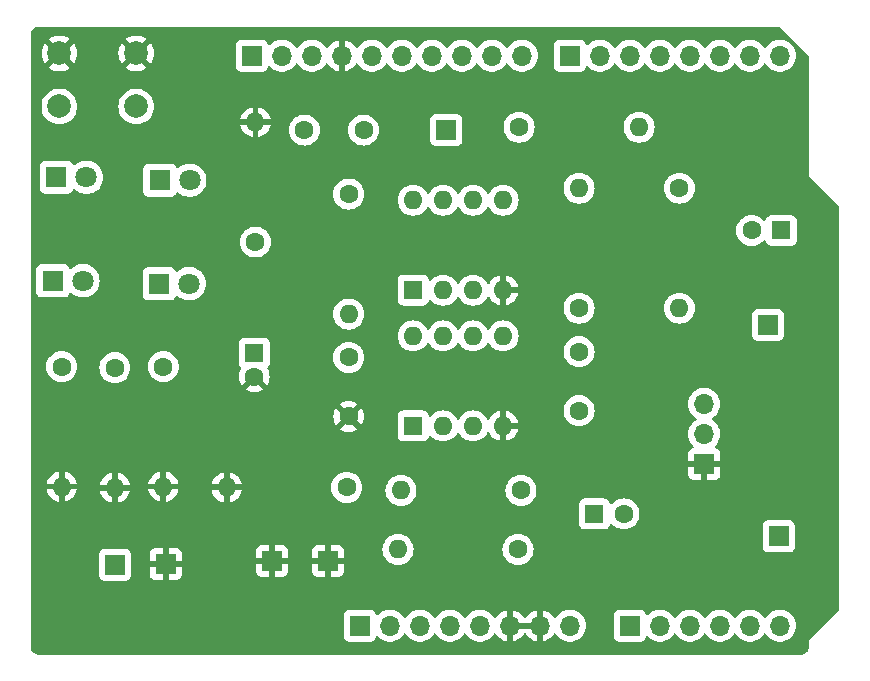
<source format=gbr>
%TF.GenerationSoftware,KiCad,Pcbnew,8.0.1*%
%TF.CreationDate,2024-05-23T19:57:17+02:00*%
%TF.ProjectId,Lab1,4c616231-2e6b-4696-9361-645f70636258,V0.1*%
%TF.SameCoordinates,Original*%
%TF.FileFunction,Copper,L2,Inr*%
%TF.FilePolarity,Positive*%
%FSLAX46Y46*%
G04 Gerber Fmt 4.6, Leading zero omitted, Abs format (unit mm)*
G04 Created by KiCad (PCBNEW 8.0.1) date 2024-05-23 19:57:17*
%MOMM*%
%LPD*%
G01*
G04 APERTURE LIST*
%TA.AperFunction,ComponentPad*%
%ADD10C,1.600000*%
%TD*%
%TA.AperFunction,ComponentPad*%
%ADD11O,1.600000X1.600000*%
%TD*%
%TA.AperFunction,ComponentPad*%
%ADD12R,1.700000X1.700000*%
%TD*%
%TA.AperFunction,ComponentPad*%
%ADD13R,1.800000X1.800000*%
%TD*%
%TA.AperFunction,ComponentPad*%
%ADD14C,1.800000*%
%TD*%
%TA.AperFunction,ComponentPad*%
%ADD15R,1.600000X1.600000*%
%TD*%
%TA.AperFunction,ComponentPad*%
%ADD16C,2.000000*%
%TD*%
%TA.AperFunction,ComponentPad*%
%ADD17O,1.700000X1.700000*%
%TD*%
G04 APERTURE END LIST*
D10*
%TO.N,Net-(C1-Pad1)*%
%TO.C,R3*%
X141330000Y-91000000D03*
D11*
%TO.N,Net-(OP1--)*%
X131170000Y-91000000D03*
%TD*%
D12*
%TO.N,Net-(OP1-+)*%
%TO.C,TP2*%
X107200000Y-92300000D03*
%TD*%
D10*
%TO.N,Net-(C5-Pad2)*%
%TO.C,R5*%
X155000000Y-60420000D03*
D11*
%TO.N,Net-(OP2--)*%
X155000000Y-70580000D03*
%TD*%
D12*
%TO.N,Net-(C6-Pad2)*%
%TO.C,TP6*%
X135250000Y-55500000D03*
%TD*%
%TO.N,Net-(C3-Pad2)*%
%TO.C,TP3*%
X162500000Y-72000000D03*
%TD*%
D10*
%TO.N,Net-(OP2--)*%
%TO.C,R6*%
X146500000Y-70580000D03*
D11*
%TO.N,Net-(C6-Pad2)*%
X146500000Y-60420000D03*
%TD*%
D13*
%TO.N,Net-(D3-K)*%
%TO.C,D3*%
X110960000Y-68500000D03*
D14*
%TO.N,LED_Green*%
X113500000Y-68500000D03*
%TD*%
D10*
%TO.N,Net-(OP1--)*%
%TO.C,C3*%
X146500000Y-79250000D03*
%TO.N,Net-(C3-Pad2)*%
X146500000Y-74250000D03*
%TD*%
D15*
%TO.N,Net-(C1-Pad1)*%
%TO.C,C1*%
X147800000Y-88000000D03*
D10*
%TO.N,Net-(J1-Pin_2)*%
X150300000Y-88000000D03*
%TD*%
D15*
%TO.N,unconnected-(OP2-NC-Pad1)*%
%TO.C,OP2*%
X132450000Y-69050000D03*
D11*
%TO.N,Net-(OP2--)*%
X134990000Y-69050000D03*
%TO.N,Net-(OP1-+)*%
X137530000Y-69050000D03*
%TO.N,GND*%
X140070000Y-69050000D03*
%TO.N,unconnected-(OP2-NC-Pad5)*%
X140070000Y-61430000D03*
%TO.N,Net-(C6-Pad2)*%
X137530000Y-61430000D03*
%TO.N,VCC*%
X134990000Y-61430000D03*
%TO.N,unconnected-(OP2-NC-Pad8)*%
X132450000Y-61430000D03*
%TD*%
D15*
%TO.N,Net-(C3-Pad2)*%
%TO.C,C5*%
X163617677Y-64000000D03*
D10*
%TO.N,Net-(C5-Pad2)*%
X161117677Y-64000000D03*
%TD*%
D15*
%TO.N,unconnected-(OP1-NC-Pad1)*%
%TO.C,OP1*%
X132450000Y-80550000D03*
D11*
%TO.N,Net-(OP1--)*%
X134990000Y-80550000D03*
%TO.N,Net-(OP1-+)*%
X137530000Y-80550000D03*
%TO.N,GND*%
X140070000Y-80550000D03*
%TO.N,unconnected-(OP1-NC-Pad5)*%
X140070000Y-72930000D03*
%TO.N,Net-(C3-Pad2)*%
X137530000Y-72930000D03*
%TO.N,VCC*%
X134990000Y-72930000D03*
%TO.N,unconnected-(OP1-NC-Pad8)*%
X132450000Y-72930000D03*
%TD*%
D10*
%TO.N,Net-(OP1--)*%
%TO.C,R4*%
X141580000Y-86000000D03*
D11*
%TO.N,Net-(C3-Pad2)*%
X131420000Y-86000000D03*
%TD*%
D10*
%TO.N,Net-(OP1-+)*%
%TO.C,C4*%
X127000000Y-74750000D03*
%TO.N,GND*%
X127000000Y-79750000D03*
%TD*%
D12*
%TO.N,Net-(J1-Pin_2)*%
%TO.C,TP1*%
X163400000Y-89900000D03*
%TD*%
D10*
%TO.N,Net-(D4-K)*%
%TO.C,R11*%
X119100000Y-64980000D03*
D11*
%TO.N,GND*%
X119100000Y-54820000D03*
%TD*%
D13*
%TO.N,Net-(D2-K)*%
%TO.C,D2*%
X101960000Y-68250000D03*
D14*
%TO.N,LED_Orange*%
X104500000Y-68250000D03*
%TD*%
D12*
%TO.N,GND*%
%TO.C,TP5*%
X120500000Y-92000000D03*
%TD*%
D10*
%TO.N,Net-(OP1-+)*%
%TO.C,R2*%
X126830000Y-85750000D03*
D11*
%TO.N,GND*%
X116670000Y-85750000D03*
%TD*%
D15*
%TO.N,Net-(OP1-+)*%
%TO.C,C2*%
X119000000Y-74382323D03*
D10*
%TO.N,GND*%
X119000000Y-76382323D03*
%TD*%
%TO.N,Net-(D2-K)*%
%TO.C,R9*%
X102700000Y-75520000D03*
D11*
%TO.N,GND*%
X102700000Y-85680000D03*
%TD*%
D12*
%TO.N,GND*%
%TO.C,TP7*%
X125250000Y-92000000D03*
%TD*%
D13*
%TO.N,Net-(D4-K)*%
%TO.C,D4*%
X111000000Y-59750000D03*
D14*
%TO.N,VCC*%
X113540000Y-59750000D03*
%TD*%
D16*
%TO.N,Push_Button*%
%TO.C,SW1*%
X109000000Y-53500000D03*
X102500000Y-53500000D03*
%TO.N,GND*%
X109000000Y-49000000D03*
X102500000Y-49000000D03*
%TD*%
D13*
%TO.N,Net-(D1-K)*%
%TO.C,D1*%
X102250000Y-59500000D03*
D14*
%TO.N,LED_Red*%
X104790000Y-59500000D03*
%TD*%
D10*
%TO.N,Net-(D3-K)*%
%TO.C,R10*%
X111300000Y-75520000D03*
D11*
%TO.N,GND*%
X111300000Y-85680000D03*
%TD*%
D10*
%TO.N,Net-(D1-K)*%
%TO.C,R8*%
X107200000Y-75620000D03*
D11*
%TO.N,GND*%
X107200000Y-85780000D03*
%TD*%
D10*
%TO.N,VCC*%
%TO.C,R1*%
X127000000Y-60920000D03*
D11*
%TO.N,Net-(OP1-+)*%
X127000000Y-71080000D03*
%TD*%
D10*
%TO.N,Net-(C6-Pad2)*%
%TO.C,R7*%
X141420000Y-55250000D03*
D11*
%TO.N,/Vout*%
X151580000Y-55250000D03*
%TD*%
D10*
%TO.N,Net-(OP2--)*%
%TO.C,C6*%
X123250000Y-55500000D03*
%TO.N,Net-(C6-Pad2)*%
X128250000Y-55500000D03*
%TD*%
D12*
%TO.N,GND*%
%TO.C,J1*%
X157100000Y-83775000D03*
D17*
%TO.N,Net-(J1-Pin_2)*%
X157100000Y-81235000D03*
%TO.N,VCC*%
X157100000Y-78695000D03*
%TD*%
D12*
%TO.N,GND*%
%TO.C,TP4*%
X111500000Y-92250000D03*
%TD*%
%TO.N,unconnected-(J2-Pin_1-Pad1)*%
%TO.C,J2*%
X127940000Y-97460000D03*
D17*
%TO.N,unconnected-(J2-Pin_2-Pad2)*%
X130480000Y-97460000D03*
%TO.N,unconnected-(J2-Pin_3-Pad3)*%
X133020000Y-97460000D03*
%TO.N,unconnected-(J2-Pin_4-Pad4)*%
X135560000Y-97460000D03*
%TO.N,VCC*%
X138100000Y-97460000D03*
%TO.N,GND*%
X140640000Y-97460000D03*
X143180000Y-97460000D03*
%TO.N,unconnected-(J2-Pin_8-Pad8)*%
X145720000Y-97460000D03*
%TD*%
D12*
%TO.N,/Vout*%
%TO.C,J3*%
X150800000Y-97460000D03*
D17*
%TO.N,unconnected-(J3-Pin_2-Pad2)*%
X153340000Y-97460000D03*
%TO.N,unconnected-(J3-Pin_3-Pad3)*%
X155880000Y-97460000D03*
%TO.N,unconnected-(J3-Pin_4-Pad4)*%
X158420000Y-97460000D03*
%TO.N,unconnected-(J3-Pin_5-Pad5)*%
X160960000Y-97460000D03*
%TO.N,unconnected-(J3-Pin_6-Pad6)*%
X163500000Y-97460000D03*
%TD*%
D12*
%TO.N,unconnected-(J4-Pin_1-Pad1)*%
%TO.C,J4*%
X118796000Y-49200000D03*
D17*
%TO.N,unconnected-(J4-Pin_2-Pad2)*%
X121336000Y-49200000D03*
%TO.N,unconnected-(J4-Pin_3-Pad3)*%
X123876000Y-49200000D03*
%TO.N,GND*%
X126416000Y-49200000D03*
%TO.N,unconnected-(J4-Pin_5-Pad5)*%
X128956000Y-49200000D03*
%TO.N,unconnected-(J4-Pin_6-Pad6)*%
X131496000Y-49200000D03*
%TO.N,unconnected-(J4-Pin_7-Pad7)*%
X134036000Y-49200000D03*
%TO.N,unconnected-(J4-Pin_8-Pad8)*%
X136576000Y-49200000D03*
%TO.N,unconnected-(J4-Pin_9-Pad9)*%
X139116000Y-49200000D03*
%TO.N,unconnected-(J4-Pin_10-Pad10)*%
X141656000Y-49200000D03*
%TD*%
D12*
%TO.N,Push_Button*%
%TO.C,J5*%
X145720000Y-49200000D03*
D17*
%TO.N,LED_Red*%
X148260000Y-49200000D03*
%TO.N,LED_Orange*%
X150800000Y-49200000D03*
%TO.N,LED_Green*%
X153340000Y-49200000D03*
%TO.N,unconnected-(J5-Pin_5-Pad5)*%
X155880000Y-49200000D03*
%TO.N,unconnected-(J5-Pin_6-Pad6)*%
X158420000Y-49200000D03*
%TO.N,unconnected-(J5-Pin_7-Pad7)*%
X160960000Y-49200000D03*
%TO.N,unconnected-(J5-Pin_8-Pad8)*%
X163500000Y-49200000D03*
%TD*%
%TA.AperFunction,Conductor*%
%TO.N,GND*%
G36*
X142714075Y-97267007D02*
G01*
X142680000Y-97394174D01*
X142680000Y-97525826D01*
X142714075Y-97652993D01*
X142746988Y-97710000D01*
X141073012Y-97710000D01*
X141105925Y-97652993D01*
X141140000Y-97525826D01*
X141140000Y-97394174D01*
X141105925Y-97267007D01*
X141073012Y-97210000D01*
X142746988Y-97210000D01*
X142714075Y-97267007D01*
G37*
%TD.AperFunction*%
%TA.AperFunction,Conductor*%
G36*
X163484404Y-46755185D02*
G01*
X163505046Y-46771819D01*
X165928181Y-49194954D01*
X165961666Y-49256277D01*
X165964500Y-49282635D01*
X165964500Y-59344982D01*
X165964500Y-59375018D01*
X165975994Y-59402767D01*
X165975995Y-59402768D01*
X168468181Y-61894954D01*
X168501666Y-61956277D01*
X168504500Y-61982635D01*
X168504500Y-96107364D01*
X168484815Y-96174403D01*
X168468181Y-96195045D01*
X165997233Y-98665994D01*
X165975995Y-98687231D01*
X165964500Y-98714982D01*
X165964500Y-99231907D01*
X165963903Y-99244062D01*
X165952505Y-99359778D01*
X165947763Y-99383618D01*
X165917832Y-99482290D01*
X165915789Y-99489024D01*
X165906486Y-99511482D01*
X165854561Y-99608627D01*
X165841056Y-99628839D01*
X165771176Y-99713988D01*
X165753988Y-99731176D01*
X165668839Y-99801056D01*
X165648627Y-99814561D01*
X165551482Y-99866486D01*
X165529028Y-99875787D01*
X165487028Y-99888528D01*
X165423618Y-99907763D01*
X165399778Y-99912505D01*
X165291162Y-99923203D01*
X165284060Y-99923903D01*
X165271907Y-99924500D01*
X100768093Y-99924500D01*
X100755939Y-99923903D01*
X100747995Y-99923120D01*
X100640221Y-99912505D01*
X100616381Y-99907763D01*
X100599445Y-99902625D01*
X100510968Y-99875786D01*
X100488517Y-99866486D01*
X100391372Y-99814561D01*
X100371160Y-99801056D01*
X100286011Y-99731176D01*
X100268823Y-99713988D01*
X100198943Y-99628839D01*
X100185438Y-99608627D01*
X100133510Y-99511476D01*
X100124215Y-99489037D01*
X100092234Y-99383612D01*
X100087494Y-99359777D01*
X100076097Y-99244061D01*
X100075500Y-99231907D01*
X100075500Y-98358654D01*
X126581500Y-98358654D01*
X126588011Y-98419202D01*
X126588011Y-98419204D01*
X126639111Y-98556204D01*
X126726739Y-98673261D01*
X126843796Y-98760889D01*
X126980799Y-98811989D01*
X127008050Y-98814918D01*
X127041345Y-98818499D01*
X127041362Y-98818500D01*
X128838638Y-98818500D01*
X128838654Y-98818499D01*
X128865692Y-98815591D01*
X128899201Y-98811989D01*
X129036204Y-98760889D01*
X129153261Y-98673261D01*
X129240889Y-98556204D01*
X129286138Y-98434887D01*
X129328009Y-98378956D01*
X129393474Y-98354539D01*
X129461746Y-98369391D01*
X129493545Y-98394236D01*
X129556760Y-98462906D01*
X129734424Y-98601189D01*
X129734425Y-98601189D01*
X129734427Y-98601191D01*
X129861135Y-98669761D01*
X129932426Y-98708342D01*
X130145365Y-98781444D01*
X130367431Y-98818500D01*
X130592569Y-98818500D01*
X130814635Y-98781444D01*
X131027574Y-98708342D01*
X131225576Y-98601189D01*
X131403240Y-98462906D01*
X131524594Y-98331082D01*
X131555715Y-98297276D01*
X131555715Y-98297275D01*
X131555722Y-98297268D01*
X131646193Y-98158790D01*
X131699338Y-98113437D01*
X131768569Y-98104013D01*
X131831905Y-98133515D01*
X131853804Y-98158787D01*
X131944278Y-98297268D01*
X131944283Y-98297273D01*
X131944284Y-98297276D01*
X132070968Y-98434889D01*
X132096760Y-98462906D01*
X132274424Y-98601189D01*
X132274425Y-98601189D01*
X132274427Y-98601191D01*
X132401135Y-98669761D01*
X132472426Y-98708342D01*
X132685365Y-98781444D01*
X132907431Y-98818500D01*
X133132569Y-98818500D01*
X133354635Y-98781444D01*
X133567574Y-98708342D01*
X133765576Y-98601189D01*
X133943240Y-98462906D01*
X134064594Y-98331082D01*
X134095715Y-98297276D01*
X134095715Y-98297275D01*
X134095722Y-98297268D01*
X134186193Y-98158790D01*
X134239338Y-98113437D01*
X134308569Y-98104013D01*
X134371905Y-98133515D01*
X134393804Y-98158787D01*
X134484278Y-98297268D01*
X134484283Y-98297273D01*
X134484284Y-98297276D01*
X134610968Y-98434889D01*
X134636760Y-98462906D01*
X134814424Y-98601189D01*
X134814425Y-98601189D01*
X134814427Y-98601191D01*
X134941135Y-98669761D01*
X135012426Y-98708342D01*
X135225365Y-98781444D01*
X135447431Y-98818500D01*
X135672569Y-98818500D01*
X135894635Y-98781444D01*
X136107574Y-98708342D01*
X136305576Y-98601189D01*
X136483240Y-98462906D01*
X136604594Y-98331082D01*
X136635715Y-98297276D01*
X136635715Y-98297275D01*
X136635722Y-98297268D01*
X136726193Y-98158790D01*
X136779338Y-98113437D01*
X136848569Y-98104013D01*
X136911905Y-98133515D01*
X136933804Y-98158787D01*
X137024278Y-98297268D01*
X137024283Y-98297273D01*
X137024284Y-98297276D01*
X137150968Y-98434889D01*
X137176760Y-98462906D01*
X137354424Y-98601189D01*
X137354425Y-98601189D01*
X137354427Y-98601191D01*
X137481135Y-98669761D01*
X137552426Y-98708342D01*
X137765365Y-98781444D01*
X137987431Y-98818500D01*
X138212569Y-98818500D01*
X138434635Y-98781444D01*
X138647574Y-98708342D01*
X138845576Y-98601189D01*
X139023240Y-98462906D01*
X139144594Y-98331082D01*
X139175715Y-98297276D01*
X139175715Y-98297275D01*
X139175722Y-98297268D01*
X139269749Y-98153347D01*
X139322894Y-98107994D01*
X139392125Y-98098570D01*
X139455461Y-98128072D01*
X139475130Y-98150048D01*
X139601890Y-98331078D01*
X139768917Y-98498105D01*
X139962421Y-98633600D01*
X140176507Y-98733429D01*
X140176516Y-98733433D01*
X140390000Y-98790634D01*
X140390000Y-97893012D01*
X140447007Y-97925925D01*
X140574174Y-97960000D01*
X140705826Y-97960000D01*
X140832993Y-97925925D01*
X140890000Y-97893012D01*
X140890000Y-98790633D01*
X141103483Y-98733433D01*
X141103492Y-98733429D01*
X141317578Y-98633600D01*
X141511082Y-98498105D01*
X141678105Y-98331082D01*
X141808425Y-98144968D01*
X141863002Y-98101344D01*
X141932501Y-98094151D01*
X141994855Y-98125673D01*
X142011575Y-98144968D01*
X142141894Y-98331082D01*
X142308917Y-98498105D01*
X142502421Y-98633600D01*
X142716507Y-98733429D01*
X142716516Y-98733433D01*
X142930000Y-98790634D01*
X142930000Y-97893012D01*
X142987007Y-97925925D01*
X143114174Y-97960000D01*
X143245826Y-97960000D01*
X143372993Y-97925925D01*
X143430000Y-97893012D01*
X143430000Y-98790633D01*
X143643483Y-98733433D01*
X143643492Y-98733429D01*
X143857578Y-98633600D01*
X144051082Y-98498105D01*
X144218105Y-98331082D01*
X144344868Y-98150048D01*
X144399445Y-98106423D01*
X144468944Y-98099231D01*
X144531298Y-98130753D01*
X144550251Y-98153350D01*
X144644276Y-98297265D01*
X144644284Y-98297276D01*
X144770968Y-98434889D01*
X144796760Y-98462906D01*
X144974424Y-98601189D01*
X144974425Y-98601189D01*
X144974427Y-98601191D01*
X145101135Y-98669761D01*
X145172426Y-98708342D01*
X145385365Y-98781444D01*
X145607431Y-98818500D01*
X145832569Y-98818500D01*
X146054635Y-98781444D01*
X146267574Y-98708342D01*
X146465576Y-98601189D01*
X146643240Y-98462906D01*
X146739212Y-98358654D01*
X149441500Y-98358654D01*
X149448011Y-98419202D01*
X149448011Y-98419204D01*
X149499111Y-98556204D01*
X149586739Y-98673261D01*
X149703796Y-98760889D01*
X149840799Y-98811989D01*
X149868050Y-98814918D01*
X149901345Y-98818499D01*
X149901362Y-98818500D01*
X151698638Y-98818500D01*
X151698654Y-98818499D01*
X151725692Y-98815591D01*
X151759201Y-98811989D01*
X151896204Y-98760889D01*
X152013261Y-98673261D01*
X152100889Y-98556204D01*
X152146138Y-98434887D01*
X152188009Y-98378956D01*
X152253474Y-98354539D01*
X152321746Y-98369391D01*
X152353545Y-98394236D01*
X152416760Y-98462906D01*
X152594424Y-98601189D01*
X152594425Y-98601189D01*
X152594427Y-98601191D01*
X152721135Y-98669761D01*
X152792426Y-98708342D01*
X153005365Y-98781444D01*
X153227431Y-98818500D01*
X153452569Y-98818500D01*
X153674635Y-98781444D01*
X153887574Y-98708342D01*
X154085576Y-98601189D01*
X154263240Y-98462906D01*
X154384594Y-98331082D01*
X154415715Y-98297276D01*
X154415715Y-98297275D01*
X154415722Y-98297268D01*
X154506193Y-98158790D01*
X154559338Y-98113437D01*
X154628569Y-98104013D01*
X154691905Y-98133515D01*
X154713804Y-98158787D01*
X154804278Y-98297268D01*
X154804283Y-98297273D01*
X154804284Y-98297276D01*
X154930968Y-98434889D01*
X154956760Y-98462906D01*
X155134424Y-98601189D01*
X155134425Y-98601189D01*
X155134427Y-98601191D01*
X155261135Y-98669761D01*
X155332426Y-98708342D01*
X155545365Y-98781444D01*
X155767431Y-98818500D01*
X155992569Y-98818500D01*
X156214635Y-98781444D01*
X156427574Y-98708342D01*
X156625576Y-98601189D01*
X156803240Y-98462906D01*
X156924594Y-98331082D01*
X156955715Y-98297276D01*
X156955715Y-98297275D01*
X156955722Y-98297268D01*
X157046193Y-98158790D01*
X157099338Y-98113437D01*
X157168569Y-98104013D01*
X157231905Y-98133515D01*
X157253804Y-98158787D01*
X157344278Y-98297268D01*
X157344283Y-98297273D01*
X157344284Y-98297276D01*
X157470968Y-98434889D01*
X157496760Y-98462906D01*
X157674424Y-98601189D01*
X157674425Y-98601189D01*
X157674427Y-98601191D01*
X157801135Y-98669761D01*
X157872426Y-98708342D01*
X158085365Y-98781444D01*
X158307431Y-98818500D01*
X158532569Y-98818500D01*
X158754635Y-98781444D01*
X158967574Y-98708342D01*
X159165576Y-98601189D01*
X159343240Y-98462906D01*
X159464594Y-98331082D01*
X159495715Y-98297276D01*
X159495715Y-98297275D01*
X159495722Y-98297268D01*
X159586193Y-98158790D01*
X159639338Y-98113437D01*
X159708569Y-98104013D01*
X159771905Y-98133515D01*
X159793804Y-98158787D01*
X159884278Y-98297268D01*
X159884283Y-98297273D01*
X159884284Y-98297276D01*
X160010968Y-98434889D01*
X160036760Y-98462906D01*
X160214424Y-98601189D01*
X160214425Y-98601189D01*
X160214427Y-98601191D01*
X160341135Y-98669761D01*
X160412426Y-98708342D01*
X160625365Y-98781444D01*
X160847431Y-98818500D01*
X161072569Y-98818500D01*
X161294635Y-98781444D01*
X161507574Y-98708342D01*
X161705576Y-98601189D01*
X161883240Y-98462906D01*
X162004594Y-98331082D01*
X162035715Y-98297276D01*
X162035715Y-98297275D01*
X162035722Y-98297268D01*
X162126193Y-98158790D01*
X162179338Y-98113437D01*
X162248569Y-98104013D01*
X162311905Y-98133515D01*
X162333804Y-98158787D01*
X162424278Y-98297268D01*
X162424283Y-98297273D01*
X162424284Y-98297276D01*
X162550968Y-98434889D01*
X162576760Y-98462906D01*
X162754424Y-98601189D01*
X162754425Y-98601189D01*
X162754427Y-98601191D01*
X162881135Y-98669761D01*
X162952426Y-98708342D01*
X163165365Y-98781444D01*
X163387431Y-98818500D01*
X163612569Y-98818500D01*
X163834635Y-98781444D01*
X164047574Y-98708342D01*
X164245576Y-98601189D01*
X164423240Y-98462906D01*
X164544594Y-98331082D01*
X164575715Y-98297276D01*
X164575717Y-98297273D01*
X164575722Y-98297268D01*
X164698860Y-98108791D01*
X164789296Y-97902616D01*
X164844564Y-97684368D01*
X164847164Y-97652993D01*
X164863156Y-97460005D01*
X164863156Y-97459994D01*
X164844565Y-97235640D01*
X164844563Y-97235628D01*
X164789296Y-97017385D01*
X164779071Y-96994075D01*
X164698860Y-96811209D01*
X164682706Y-96786484D01*
X164575723Y-96622734D01*
X164575715Y-96622723D01*
X164423243Y-96457097D01*
X164423238Y-96457092D01*
X164245577Y-96318812D01*
X164245572Y-96318808D01*
X164047580Y-96211661D01*
X164047577Y-96211659D01*
X164047574Y-96211658D01*
X164047571Y-96211657D01*
X164047569Y-96211656D01*
X163834637Y-96138556D01*
X163612569Y-96101500D01*
X163387431Y-96101500D01*
X163165362Y-96138556D01*
X162952430Y-96211656D01*
X162952419Y-96211661D01*
X162754427Y-96318808D01*
X162754422Y-96318812D01*
X162576761Y-96457092D01*
X162576756Y-96457097D01*
X162424284Y-96622723D01*
X162424276Y-96622734D01*
X162333808Y-96761206D01*
X162280662Y-96806562D01*
X162211431Y-96815986D01*
X162148095Y-96786484D01*
X162126192Y-96761206D01*
X162035723Y-96622734D01*
X162035715Y-96622723D01*
X161883243Y-96457097D01*
X161883238Y-96457092D01*
X161705577Y-96318812D01*
X161705572Y-96318808D01*
X161507580Y-96211661D01*
X161507577Y-96211659D01*
X161507574Y-96211658D01*
X161507571Y-96211657D01*
X161507569Y-96211656D01*
X161294637Y-96138556D01*
X161072569Y-96101500D01*
X160847431Y-96101500D01*
X160625362Y-96138556D01*
X160412430Y-96211656D01*
X160412419Y-96211661D01*
X160214427Y-96318808D01*
X160214422Y-96318812D01*
X160036761Y-96457092D01*
X160036756Y-96457097D01*
X159884284Y-96622723D01*
X159884276Y-96622734D01*
X159793808Y-96761206D01*
X159740662Y-96806562D01*
X159671431Y-96815986D01*
X159608095Y-96786484D01*
X159586192Y-96761206D01*
X159495723Y-96622734D01*
X159495715Y-96622723D01*
X159343243Y-96457097D01*
X159343238Y-96457092D01*
X159165577Y-96318812D01*
X159165572Y-96318808D01*
X158967580Y-96211661D01*
X158967577Y-96211659D01*
X158967574Y-96211658D01*
X158967571Y-96211657D01*
X158967569Y-96211656D01*
X158754637Y-96138556D01*
X158532569Y-96101500D01*
X158307431Y-96101500D01*
X158085362Y-96138556D01*
X157872430Y-96211656D01*
X157872419Y-96211661D01*
X157674427Y-96318808D01*
X157674422Y-96318812D01*
X157496761Y-96457092D01*
X157496756Y-96457097D01*
X157344284Y-96622723D01*
X157344276Y-96622734D01*
X157253808Y-96761206D01*
X157200662Y-96806562D01*
X157131431Y-96815986D01*
X157068095Y-96786484D01*
X157046192Y-96761206D01*
X156955723Y-96622734D01*
X156955715Y-96622723D01*
X156803243Y-96457097D01*
X156803238Y-96457092D01*
X156625577Y-96318812D01*
X156625572Y-96318808D01*
X156427580Y-96211661D01*
X156427577Y-96211659D01*
X156427574Y-96211658D01*
X156427571Y-96211657D01*
X156427569Y-96211656D01*
X156214637Y-96138556D01*
X155992569Y-96101500D01*
X155767431Y-96101500D01*
X155545362Y-96138556D01*
X155332430Y-96211656D01*
X155332419Y-96211661D01*
X155134427Y-96318808D01*
X155134422Y-96318812D01*
X154956761Y-96457092D01*
X154956756Y-96457097D01*
X154804284Y-96622723D01*
X154804276Y-96622734D01*
X154713808Y-96761206D01*
X154660662Y-96806562D01*
X154591431Y-96815986D01*
X154528095Y-96786484D01*
X154506192Y-96761206D01*
X154415723Y-96622734D01*
X154415715Y-96622723D01*
X154263243Y-96457097D01*
X154263238Y-96457092D01*
X154085577Y-96318812D01*
X154085572Y-96318808D01*
X153887580Y-96211661D01*
X153887577Y-96211659D01*
X153887574Y-96211658D01*
X153887571Y-96211657D01*
X153887569Y-96211656D01*
X153674637Y-96138556D01*
X153452569Y-96101500D01*
X153227431Y-96101500D01*
X153005362Y-96138556D01*
X152792430Y-96211656D01*
X152792419Y-96211661D01*
X152594427Y-96318808D01*
X152594422Y-96318812D01*
X152416761Y-96457092D01*
X152353548Y-96525760D01*
X152293661Y-96561750D01*
X152223823Y-96559649D01*
X152166207Y-96520124D01*
X152146138Y-96485110D01*
X152100889Y-96363796D01*
X152067214Y-96318812D01*
X152013261Y-96246739D01*
X151896204Y-96159111D01*
X151895172Y-96158726D01*
X151759203Y-96108011D01*
X151698654Y-96101500D01*
X151698638Y-96101500D01*
X149901362Y-96101500D01*
X149901345Y-96101500D01*
X149840797Y-96108011D01*
X149840795Y-96108011D01*
X149703795Y-96159111D01*
X149586739Y-96246739D01*
X149499111Y-96363795D01*
X149448011Y-96500795D01*
X149448011Y-96500797D01*
X149441500Y-96561345D01*
X149441500Y-98358654D01*
X146739212Y-98358654D01*
X146764594Y-98331082D01*
X146795715Y-98297276D01*
X146795717Y-98297273D01*
X146795722Y-98297268D01*
X146918860Y-98108791D01*
X147009296Y-97902616D01*
X147064564Y-97684368D01*
X147067164Y-97652993D01*
X147083156Y-97460005D01*
X147083156Y-97459994D01*
X147064565Y-97235640D01*
X147064563Y-97235628D01*
X147009296Y-97017385D01*
X146999071Y-96994075D01*
X146918860Y-96811209D01*
X146902706Y-96786484D01*
X146795723Y-96622734D01*
X146795715Y-96622723D01*
X146643243Y-96457097D01*
X146643238Y-96457092D01*
X146465577Y-96318812D01*
X146465572Y-96318808D01*
X146267580Y-96211661D01*
X146267577Y-96211659D01*
X146267574Y-96211658D01*
X146267571Y-96211657D01*
X146267569Y-96211656D01*
X146054637Y-96138556D01*
X145832569Y-96101500D01*
X145607431Y-96101500D01*
X145385362Y-96138556D01*
X145172430Y-96211656D01*
X145172419Y-96211661D01*
X144974427Y-96318808D01*
X144974422Y-96318812D01*
X144796761Y-96457092D01*
X144796756Y-96457097D01*
X144644284Y-96622723D01*
X144644276Y-96622734D01*
X144550251Y-96766650D01*
X144497105Y-96812007D01*
X144427873Y-96821430D01*
X144364538Y-96791928D01*
X144344868Y-96769951D01*
X144218113Y-96588926D01*
X144218108Y-96588920D01*
X144051082Y-96421894D01*
X143857578Y-96286399D01*
X143643492Y-96186570D01*
X143643486Y-96186567D01*
X143430000Y-96129364D01*
X143430000Y-97026988D01*
X143372993Y-96994075D01*
X143245826Y-96960000D01*
X143114174Y-96960000D01*
X142987007Y-96994075D01*
X142930000Y-97026988D01*
X142930000Y-96129364D01*
X142929999Y-96129364D01*
X142716513Y-96186567D01*
X142716507Y-96186570D01*
X142502422Y-96286399D01*
X142502420Y-96286400D01*
X142308926Y-96421886D01*
X142308920Y-96421891D01*
X142141891Y-96588920D01*
X142141890Y-96588922D01*
X142011575Y-96775031D01*
X141956998Y-96818655D01*
X141887499Y-96825848D01*
X141825145Y-96794326D01*
X141808425Y-96775031D01*
X141678109Y-96588922D01*
X141678108Y-96588920D01*
X141511082Y-96421894D01*
X141317578Y-96286399D01*
X141103492Y-96186570D01*
X141103486Y-96186567D01*
X140890000Y-96129364D01*
X140890000Y-97026988D01*
X140832993Y-96994075D01*
X140705826Y-96960000D01*
X140574174Y-96960000D01*
X140447007Y-96994075D01*
X140390000Y-97026988D01*
X140390000Y-96129364D01*
X140389999Y-96129364D01*
X140176513Y-96186567D01*
X140176507Y-96186570D01*
X139962422Y-96286399D01*
X139962420Y-96286400D01*
X139768926Y-96421886D01*
X139768920Y-96421891D01*
X139601891Y-96588920D01*
X139601890Y-96588922D01*
X139475131Y-96769952D01*
X139420554Y-96813577D01*
X139351055Y-96820769D01*
X139288701Y-96789247D01*
X139269752Y-96766656D01*
X139175722Y-96622732D01*
X139175715Y-96622725D01*
X139175715Y-96622723D01*
X139023243Y-96457097D01*
X139023238Y-96457092D01*
X138845577Y-96318812D01*
X138845572Y-96318808D01*
X138647580Y-96211661D01*
X138647577Y-96211659D01*
X138647574Y-96211658D01*
X138647571Y-96211657D01*
X138647569Y-96211656D01*
X138434637Y-96138556D01*
X138212569Y-96101500D01*
X137987431Y-96101500D01*
X137765362Y-96138556D01*
X137552430Y-96211656D01*
X137552419Y-96211661D01*
X137354427Y-96318808D01*
X137354422Y-96318812D01*
X137176761Y-96457092D01*
X137176756Y-96457097D01*
X137024284Y-96622723D01*
X137024276Y-96622734D01*
X136933808Y-96761206D01*
X136880662Y-96806562D01*
X136811431Y-96815986D01*
X136748095Y-96786484D01*
X136726192Y-96761206D01*
X136635723Y-96622734D01*
X136635715Y-96622723D01*
X136483243Y-96457097D01*
X136483238Y-96457092D01*
X136305577Y-96318812D01*
X136305572Y-96318808D01*
X136107580Y-96211661D01*
X136107577Y-96211659D01*
X136107574Y-96211658D01*
X136107571Y-96211657D01*
X136107569Y-96211656D01*
X135894637Y-96138556D01*
X135672569Y-96101500D01*
X135447431Y-96101500D01*
X135225362Y-96138556D01*
X135012430Y-96211656D01*
X135012419Y-96211661D01*
X134814427Y-96318808D01*
X134814422Y-96318812D01*
X134636761Y-96457092D01*
X134636756Y-96457097D01*
X134484284Y-96622723D01*
X134484276Y-96622734D01*
X134393808Y-96761206D01*
X134340662Y-96806562D01*
X134271431Y-96815986D01*
X134208095Y-96786484D01*
X134186192Y-96761206D01*
X134095723Y-96622734D01*
X134095715Y-96622723D01*
X133943243Y-96457097D01*
X133943238Y-96457092D01*
X133765577Y-96318812D01*
X133765572Y-96318808D01*
X133567580Y-96211661D01*
X133567577Y-96211659D01*
X133567574Y-96211658D01*
X133567571Y-96211657D01*
X133567569Y-96211656D01*
X133354637Y-96138556D01*
X133132569Y-96101500D01*
X132907431Y-96101500D01*
X132685362Y-96138556D01*
X132472430Y-96211656D01*
X132472419Y-96211661D01*
X132274427Y-96318808D01*
X132274422Y-96318812D01*
X132096761Y-96457092D01*
X132096756Y-96457097D01*
X131944284Y-96622723D01*
X131944276Y-96622734D01*
X131853808Y-96761206D01*
X131800662Y-96806562D01*
X131731431Y-96815986D01*
X131668095Y-96786484D01*
X131646192Y-96761206D01*
X131555723Y-96622734D01*
X131555715Y-96622723D01*
X131403243Y-96457097D01*
X131403238Y-96457092D01*
X131225577Y-96318812D01*
X131225572Y-96318808D01*
X131027580Y-96211661D01*
X131027577Y-96211659D01*
X131027574Y-96211658D01*
X131027571Y-96211657D01*
X131027569Y-96211656D01*
X130814637Y-96138556D01*
X130592569Y-96101500D01*
X130367431Y-96101500D01*
X130145362Y-96138556D01*
X129932430Y-96211656D01*
X129932419Y-96211661D01*
X129734427Y-96318808D01*
X129734422Y-96318812D01*
X129556761Y-96457092D01*
X129493548Y-96525760D01*
X129433661Y-96561750D01*
X129363823Y-96559649D01*
X129306207Y-96520124D01*
X129286138Y-96485110D01*
X129240889Y-96363796D01*
X129207214Y-96318812D01*
X129153261Y-96246739D01*
X129036204Y-96159111D01*
X129035172Y-96158726D01*
X128899203Y-96108011D01*
X128838654Y-96101500D01*
X128838638Y-96101500D01*
X127041362Y-96101500D01*
X127041345Y-96101500D01*
X126980797Y-96108011D01*
X126980795Y-96108011D01*
X126843795Y-96159111D01*
X126726739Y-96246739D01*
X126639111Y-96363795D01*
X126588011Y-96500795D01*
X126588011Y-96500797D01*
X126581500Y-96561345D01*
X126581500Y-98358654D01*
X100075500Y-98358654D01*
X100075500Y-93198654D01*
X105841500Y-93198654D01*
X105848011Y-93259202D01*
X105848011Y-93259204D01*
X105899111Y-93396204D01*
X105986739Y-93513261D01*
X106103796Y-93600889D01*
X106240799Y-93651989D01*
X106268050Y-93654918D01*
X106301345Y-93658499D01*
X106301362Y-93658500D01*
X108098638Y-93658500D01*
X108098654Y-93658499D01*
X108125692Y-93655591D01*
X108159201Y-93651989D01*
X108296204Y-93600889D01*
X108413261Y-93513261D01*
X108500889Y-93396204D01*
X108551989Y-93259201D01*
X108555591Y-93225692D01*
X108558499Y-93198654D01*
X108558500Y-93198637D01*
X108558500Y-93147844D01*
X110150000Y-93147844D01*
X110156401Y-93207372D01*
X110156403Y-93207379D01*
X110206645Y-93342086D01*
X110206649Y-93342093D01*
X110292809Y-93457187D01*
X110292812Y-93457190D01*
X110407906Y-93543350D01*
X110407913Y-93543354D01*
X110542620Y-93593596D01*
X110542627Y-93593598D01*
X110602155Y-93599999D01*
X110602172Y-93600000D01*
X111250000Y-93600000D01*
X111250000Y-92683012D01*
X111307007Y-92715925D01*
X111434174Y-92750000D01*
X111565826Y-92750000D01*
X111692993Y-92715925D01*
X111750000Y-92683012D01*
X111750000Y-93600000D01*
X112397828Y-93600000D01*
X112397844Y-93599999D01*
X112457372Y-93593598D01*
X112457379Y-93593596D01*
X112592086Y-93543354D01*
X112592093Y-93543350D01*
X112707187Y-93457190D01*
X112707190Y-93457187D01*
X112793350Y-93342093D01*
X112793354Y-93342086D01*
X112843596Y-93207379D01*
X112843598Y-93207372D01*
X112849999Y-93147844D01*
X112850000Y-93147827D01*
X112850000Y-92897844D01*
X119150000Y-92897844D01*
X119156401Y-92957372D01*
X119156403Y-92957379D01*
X119206645Y-93092086D01*
X119206649Y-93092093D01*
X119292809Y-93207187D01*
X119292812Y-93207190D01*
X119407906Y-93293350D01*
X119407913Y-93293354D01*
X119542620Y-93343596D01*
X119542627Y-93343598D01*
X119602155Y-93349999D01*
X119602172Y-93350000D01*
X120250000Y-93350000D01*
X120250000Y-92433012D01*
X120307007Y-92465925D01*
X120434174Y-92500000D01*
X120565826Y-92500000D01*
X120692993Y-92465925D01*
X120750000Y-92433012D01*
X120750000Y-93350000D01*
X121397828Y-93350000D01*
X121397844Y-93349999D01*
X121457372Y-93343598D01*
X121457379Y-93343596D01*
X121592086Y-93293354D01*
X121592093Y-93293350D01*
X121707187Y-93207190D01*
X121707190Y-93207187D01*
X121793350Y-93092093D01*
X121793354Y-93092086D01*
X121843596Y-92957379D01*
X121843598Y-92957372D01*
X121849999Y-92897844D01*
X123900000Y-92897844D01*
X123906401Y-92957372D01*
X123906403Y-92957379D01*
X123956645Y-93092086D01*
X123956649Y-93092093D01*
X124042809Y-93207187D01*
X124042812Y-93207190D01*
X124157906Y-93293350D01*
X124157913Y-93293354D01*
X124292620Y-93343596D01*
X124292627Y-93343598D01*
X124352155Y-93349999D01*
X124352172Y-93350000D01*
X125000000Y-93350000D01*
X125000000Y-92433012D01*
X125057007Y-92465925D01*
X125184174Y-92500000D01*
X125315826Y-92500000D01*
X125442993Y-92465925D01*
X125500000Y-92433012D01*
X125500000Y-93350000D01*
X126147828Y-93350000D01*
X126147844Y-93349999D01*
X126207372Y-93343598D01*
X126207379Y-93343596D01*
X126342086Y-93293354D01*
X126342093Y-93293350D01*
X126457187Y-93207190D01*
X126457190Y-93207187D01*
X126543350Y-93092093D01*
X126543354Y-93092086D01*
X126593596Y-92957379D01*
X126593598Y-92957372D01*
X126599999Y-92897844D01*
X126600000Y-92897827D01*
X126600000Y-92250000D01*
X125683012Y-92250000D01*
X125715925Y-92192993D01*
X125750000Y-92065826D01*
X125750000Y-91934174D01*
X125715925Y-91807007D01*
X125683012Y-91750000D01*
X126600000Y-91750000D01*
X126600000Y-91102172D01*
X126599999Y-91102155D01*
X126593598Y-91042627D01*
X126593596Y-91042620D01*
X126577700Y-91000001D01*
X129856502Y-91000001D01*
X129876456Y-91228081D01*
X129876457Y-91228089D01*
X129935714Y-91449238D01*
X129935718Y-91449249D01*
X130032475Y-91656745D01*
X130032477Y-91656749D01*
X130163802Y-91844300D01*
X130325700Y-92006198D01*
X130513251Y-92137523D01*
X130613295Y-92184174D01*
X130720750Y-92234281D01*
X130720752Y-92234281D01*
X130720757Y-92234284D01*
X130941913Y-92293543D01*
X131104832Y-92307796D01*
X131169998Y-92313498D01*
X131170000Y-92313498D01*
X131170002Y-92313498D01*
X131227021Y-92308509D01*
X131398087Y-92293543D01*
X131619243Y-92234284D01*
X131826749Y-92137523D01*
X132014300Y-92006198D01*
X132176198Y-91844300D01*
X132307523Y-91656749D01*
X132404284Y-91449243D01*
X132463543Y-91228087D01*
X132483498Y-91000001D01*
X140016502Y-91000001D01*
X140036456Y-91228081D01*
X140036457Y-91228089D01*
X140095714Y-91449238D01*
X140095718Y-91449249D01*
X140192475Y-91656745D01*
X140192477Y-91656749D01*
X140323802Y-91844300D01*
X140485700Y-92006198D01*
X140673251Y-92137523D01*
X140773295Y-92184174D01*
X140880750Y-92234281D01*
X140880752Y-92234281D01*
X140880757Y-92234284D01*
X141101913Y-92293543D01*
X141264832Y-92307796D01*
X141329998Y-92313498D01*
X141330000Y-92313498D01*
X141330002Y-92313498D01*
X141387021Y-92308509D01*
X141558087Y-92293543D01*
X141779243Y-92234284D01*
X141986749Y-92137523D01*
X142174300Y-92006198D01*
X142336198Y-91844300D01*
X142467523Y-91656749D01*
X142564284Y-91449243D01*
X142623543Y-91228087D01*
X142643498Y-91000000D01*
X142625883Y-90798654D01*
X162041500Y-90798654D01*
X162048011Y-90859202D01*
X162048011Y-90859204D01*
X162099111Y-90996204D01*
X162186739Y-91113261D01*
X162303796Y-91200889D01*
X162440799Y-91251989D01*
X162468050Y-91254918D01*
X162501345Y-91258499D01*
X162501362Y-91258500D01*
X164298638Y-91258500D01*
X164298654Y-91258499D01*
X164325692Y-91255591D01*
X164359201Y-91251989D01*
X164496204Y-91200889D01*
X164613261Y-91113261D01*
X164700889Y-90996204D01*
X164751989Y-90859201D01*
X164755591Y-90825692D01*
X164758499Y-90798654D01*
X164758500Y-90798637D01*
X164758500Y-89001362D01*
X164758499Y-89001345D01*
X164755157Y-88970270D01*
X164751989Y-88940799D01*
X164740203Y-88909201D01*
X164717614Y-88848638D01*
X164700889Y-88803796D01*
X164613261Y-88686739D01*
X164496204Y-88599111D01*
X164359203Y-88548011D01*
X164298654Y-88541500D01*
X164298638Y-88541500D01*
X162501362Y-88541500D01*
X162501345Y-88541500D01*
X162440797Y-88548011D01*
X162440795Y-88548011D01*
X162303795Y-88599111D01*
X162186739Y-88686739D01*
X162099111Y-88803795D01*
X162048011Y-88940795D01*
X162048011Y-88940797D01*
X162041500Y-89001345D01*
X162041500Y-90798654D01*
X142625883Y-90798654D01*
X142623543Y-90771913D01*
X142564284Y-90550757D01*
X142467523Y-90343251D01*
X142336198Y-90155700D01*
X142174300Y-89993802D01*
X141986749Y-89862477D01*
X141986745Y-89862475D01*
X141779249Y-89765718D01*
X141779238Y-89765714D01*
X141558089Y-89706457D01*
X141558081Y-89706456D01*
X141330002Y-89686502D01*
X141329998Y-89686502D01*
X141101918Y-89706456D01*
X141101910Y-89706457D01*
X140880761Y-89765714D01*
X140880750Y-89765718D01*
X140673254Y-89862475D01*
X140673252Y-89862476D01*
X140673251Y-89862477D01*
X140485700Y-89993802D01*
X140485698Y-89993803D01*
X140485695Y-89993806D01*
X140323806Y-90155695D01*
X140192476Y-90343252D01*
X140192475Y-90343254D01*
X140095718Y-90550750D01*
X140095714Y-90550761D01*
X140036457Y-90771910D01*
X140036456Y-90771918D01*
X140016502Y-90999998D01*
X140016502Y-91000001D01*
X132483498Y-91000001D01*
X132483498Y-91000000D01*
X132463543Y-90771913D01*
X132404284Y-90550757D01*
X132307523Y-90343251D01*
X132176198Y-90155700D01*
X132014300Y-89993802D01*
X131826749Y-89862477D01*
X131826745Y-89862475D01*
X131619249Y-89765718D01*
X131619238Y-89765714D01*
X131398089Y-89706457D01*
X131398081Y-89706456D01*
X131170002Y-89686502D01*
X131169998Y-89686502D01*
X130941918Y-89706456D01*
X130941910Y-89706457D01*
X130720761Y-89765714D01*
X130720750Y-89765718D01*
X130513254Y-89862475D01*
X130513252Y-89862476D01*
X130513251Y-89862477D01*
X130325700Y-89993802D01*
X130325698Y-89993803D01*
X130325695Y-89993806D01*
X130163806Y-90155695D01*
X130032476Y-90343252D01*
X130032475Y-90343254D01*
X129935718Y-90550750D01*
X129935714Y-90550761D01*
X129876457Y-90771910D01*
X129876456Y-90771918D01*
X129856502Y-90999998D01*
X129856502Y-91000001D01*
X126577700Y-91000001D01*
X126543354Y-90907913D01*
X126543350Y-90907906D01*
X126457190Y-90792812D01*
X126457187Y-90792809D01*
X126342093Y-90706649D01*
X126342086Y-90706645D01*
X126207379Y-90656403D01*
X126207372Y-90656401D01*
X126147844Y-90650000D01*
X125500000Y-90650000D01*
X125500000Y-91566988D01*
X125442993Y-91534075D01*
X125315826Y-91500000D01*
X125184174Y-91500000D01*
X125057007Y-91534075D01*
X125000000Y-91566988D01*
X125000000Y-90650000D01*
X124352155Y-90650000D01*
X124292627Y-90656401D01*
X124292620Y-90656403D01*
X124157913Y-90706645D01*
X124157906Y-90706649D01*
X124042812Y-90792809D01*
X124042809Y-90792812D01*
X123956649Y-90907906D01*
X123956645Y-90907913D01*
X123906403Y-91042620D01*
X123906401Y-91042627D01*
X123900000Y-91102155D01*
X123900000Y-91750000D01*
X124816988Y-91750000D01*
X124784075Y-91807007D01*
X124750000Y-91934174D01*
X124750000Y-92065826D01*
X124784075Y-92192993D01*
X124816988Y-92250000D01*
X123900000Y-92250000D01*
X123900000Y-92897844D01*
X121849999Y-92897844D01*
X121850000Y-92897827D01*
X121850000Y-92250000D01*
X120933012Y-92250000D01*
X120965925Y-92192993D01*
X121000000Y-92065826D01*
X121000000Y-91934174D01*
X120965925Y-91807007D01*
X120933012Y-91750000D01*
X121850000Y-91750000D01*
X121850000Y-91102172D01*
X121849999Y-91102155D01*
X121843598Y-91042627D01*
X121843596Y-91042620D01*
X121793354Y-90907913D01*
X121793350Y-90907906D01*
X121707190Y-90792812D01*
X121707187Y-90792809D01*
X121592093Y-90706649D01*
X121592086Y-90706645D01*
X121457379Y-90656403D01*
X121457372Y-90656401D01*
X121397844Y-90650000D01*
X120750000Y-90650000D01*
X120750000Y-91566988D01*
X120692993Y-91534075D01*
X120565826Y-91500000D01*
X120434174Y-91500000D01*
X120307007Y-91534075D01*
X120250000Y-91566988D01*
X120250000Y-90650000D01*
X119602155Y-90650000D01*
X119542627Y-90656401D01*
X119542620Y-90656403D01*
X119407913Y-90706645D01*
X119407906Y-90706649D01*
X119292812Y-90792809D01*
X119292809Y-90792812D01*
X119206649Y-90907906D01*
X119206645Y-90907913D01*
X119156403Y-91042620D01*
X119156401Y-91042627D01*
X119150000Y-91102155D01*
X119150000Y-91750000D01*
X120066988Y-91750000D01*
X120034075Y-91807007D01*
X120000000Y-91934174D01*
X120000000Y-92065826D01*
X120034075Y-92192993D01*
X120066988Y-92250000D01*
X119150000Y-92250000D01*
X119150000Y-92897844D01*
X112850000Y-92897844D01*
X112850000Y-92500000D01*
X111933012Y-92500000D01*
X111965925Y-92442993D01*
X112000000Y-92315826D01*
X112000000Y-92184174D01*
X111965925Y-92057007D01*
X111933012Y-92000000D01*
X112850000Y-92000000D01*
X112850000Y-91352172D01*
X112849999Y-91352155D01*
X112843598Y-91292627D01*
X112843596Y-91292620D01*
X112793354Y-91157913D01*
X112793350Y-91157906D01*
X112707190Y-91042812D01*
X112707187Y-91042809D01*
X112592093Y-90956649D01*
X112592086Y-90956645D01*
X112457379Y-90906403D01*
X112457372Y-90906401D01*
X112397844Y-90900000D01*
X111750000Y-90900000D01*
X111750000Y-91816988D01*
X111692993Y-91784075D01*
X111565826Y-91750000D01*
X111434174Y-91750000D01*
X111307007Y-91784075D01*
X111250000Y-91816988D01*
X111250000Y-90900000D01*
X110602155Y-90900000D01*
X110542627Y-90906401D01*
X110542620Y-90906403D01*
X110407913Y-90956645D01*
X110407906Y-90956649D01*
X110292812Y-91042809D01*
X110292809Y-91042812D01*
X110206649Y-91157906D01*
X110206645Y-91157913D01*
X110156403Y-91292620D01*
X110156401Y-91292627D01*
X110150000Y-91352155D01*
X110150000Y-92000000D01*
X111066988Y-92000000D01*
X111034075Y-92057007D01*
X111000000Y-92184174D01*
X111000000Y-92315826D01*
X111034075Y-92442993D01*
X111066988Y-92500000D01*
X110150000Y-92500000D01*
X110150000Y-93147844D01*
X108558500Y-93147844D01*
X108558500Y-91401362D01*
X108558499Y-91401345D01*
X108555157Y-91370270D01*
X108551989Y-91340799D01*
X108500889Y-91203796D01*
X108413261Y-91086739D01*
X108296204Y-90999111D01*
X108288410Y-90996204D01*
X108159203Y-90948011D01*
X108098654Y-90941500D01*
X108098638Y-90941500D01*
X106301362Y-90941500D01*
X106301345Y-90941500D01*
X106240797Y-90948011D01*
X106240795Y-90948011D01*
X106103795Y-90999111D01*
X105986739Y-91086739D01*
X105899111Y-91203795D01*
X105848011Y-91340795D01*
X105848011Y-91340797D01*
X105841500Y-91401345D01*
X105841500Y-93198654D01*
X100075500Y-93198654D01*
X100075500Y-88848654D01*
X146491500Y-88848654D01*
X146498011Y-88909202D01*
X146498011Y-88909204D01*
X146534189Y-89006198D01*
X146549111Y-89046204D01*
X146636739Y-89163261D01*
X146753796Y-89250889D01*
X146890799Y-89301989D01*
X146918050Y-89304918D01*
X146951345Y-89308499D01*
X146951362Y-89308500D01*
X148648638Y-89308500D01*
X148648654Y-89308499D01*
X148675692Y-89305591D01*
X148709201Y-89301989D01*
X148846204Y-89250889D01*
X148963261Y-89163261D01*
X149050889Y-89046204D01*
X149068888Y-88997946D01*
X149104300Y-88903007D01*
X149146171Y-88847073D01*
X149211636Y-88822657D01*
X149279909Y-88837509D01*
X149308162Y-88858660D01*
X149455700Y-89006198D01*
X149643251Y-89137523D01*
X149698445Y-89163260D01*
X149850750Y-89234281D01*
X149850752Y-89234281D01*
X149850757Y-89234284D01*
X150071913Y-89293543D01*
X150234832Y-89307796D01*
X150299998Y-89313498D01*
X150300000Y-89313498D01*
X150300002Y-89313498D01*
X150357139Y-89308499D01*
X150528087Y-89293543D01*
X150749243Y-89234284D01*
X150956749Y-89137523D01*
X151144300Y-89006198D01*
X151306198Y-88844300D01*
X151437523Y-88656749D01*
X151534284Y-88449243D01*
X151593543Y-88228087D01*
X151613498Y-88000000D01*
X151593543Y-87771913D01*
X151534284Y-87550757D01*
X151437523Y-87343251D01*
X151306198Y-87155700D01*
X151144300Y-86993802D01*
X150956749Y-86862477D01*
X150917777Y-86844304D01*
X150749249Y-86765718D01*
X150749238Y-86765714D01*
X150528089Y-86706457D01*
X150528081Y-86706456D01*
X150300002Y-86686502D01*
X150299998Y-86686502D01*
X150071918Y-86706456D01*
X150071910Y-86706457D01*
X149850761Y-86765714D01*
X149850750Y-86765718D01*
X149643254Y-86862475D01*
X149643252Y-86862476D01*
X149607480Y-86887524D01*
X149469298Y-86984281D01*
X149455699Y-86993803D01*
X149308162Y-87141340D01*
X149246839Y-87174824D01*
X149177147Y-87169840D01*
X149121214Y-87127968D01*
X149104300Y-87096993D01*
X149075498Y-87019775D01*
X149050889Y-86953796D01*
X148963261Y-86836739D01*
X148846204Y-86749111D01*
X148709203Y-86698011D01*
X148648654Y-86691500D01*
X148648638Y-86691500D01*
X146951362Y-86691500D01*
X146951345Y-86691500D01*
X146890797Y-86698011D01*
X146890795Y-86698011D01*
X146753795Y-86749111D01*
X146636739Y-86836739D01*
X146549111Y-86953795D01*
X146498011Y-87090795D01*
X146498011Y-87090797D01*
X146491500Y-87151345D01*
X146491500Y-88848654D01*
X100075500Y-88848654D01*
X100075500Y-85429999D01*
X101421127Y-85429999D01*
X101421128Y-85430000D01*
X102384314Y-85430000D01*
X102379920Y-85434394D01*
X102327259Y-85525606D01*
X102300000Y-85627339D01*
X102300000Y-85732661D01*
X102327259Y-85834394D01*
X102379920Y-85925606D01*
X102384314Y-85930000D01*
X101421128Y-85930000D01*
X101473730Y-86126317D01*
X101473734Y-86126326D01*
X101569865Y-86332482D01*
X101700342Y-86518820D01*
X101861179Y-86679657D01*
X102047517Y-86810134D01*
X102253673Y-86906265D01*
X102253682Y-86906269D01*
X102449999Y-86958872D01*
X102450000Y-86958871D01*
X102450000Y-85995686D01*
X102454394Y-86000080D01*
X102545606Y-86052741D01*
X102647339Y-86080000D01*
X102752661Y-86080000D01*
X102854394Y-86052741D01*
X102945606Y-86000080D01*
X102950000Y-85995686D01*
X102950000Y-86958872D01*
X103146317Y-86906269D01*
X103146326Y-86906265D01*
X103352482Y-86810134D01*
X103538820Y-86679657D01*
X103699657Y-86518820D01*
X103830134Y-86332482D01*
X103926265Y-86126326D01*
X103926269Y-86126317D01*
X103978872Y-85930000D01*
X103015686Y-85930000D01*
X103020080Y-85925606D01*
X103072741Y-85834394D01*
X103100000Y-85732661D01*
X103100000Y-85627339D01*
X103073918Y-85529999D01*
X105921127Y-85529999D01*
X105921128Y-85530000D01*
X106884314Y-85530000D01*
X106879920Y-85534394D01*
X106827259Y-85625606D01*
X106800000Y-85727339D01*
X106800000Y-85832661D01*
X106827259Y-85934394D01*
X106879920Y-86025606D01*
X106884314Y-86030000D01*
X105921128Y-86030000D01*
X105973730Y-86226317D01*
X105973734Y-86226326D01*
X106069865Y-86432482D01*
X106200342Y-86618820D01*
X106361179Y-86779657D01*
X106547517Y-86910134D01*
X106753673Y-87006265D01*
X106753682Y-87006269D01*
X106949999Y-87058872D01*
X106950000Y-87058871D01*
X106950000Y-86095686D01*
X106954394Y-86100080D01*
X107045606Y-86152741D01*
X107147339Y-86180000D01*
X107252661Y-86180000D01*
X107354394Y-86152741D01*
X107445606Y-86100080D01*
X107450000Y-86095686D01*
X107450000Y-87058872D01*
X107646317Y-87006269D01*
X107646326Y-87006265D01*
X107852482Y-86910134D01*
X108038820Y-86779657D01*
X108199657Y-86618820D01*
X108330134Y-86432482D01*
X108426265Y-86226326D01*
X108426269Y-86226317D01*
X108478872Y-86030000D01*
X107515686Y-86030000D01*
X107520080Y-86025606D01*
X107572741Y-85934394D01*
X107600000Y-85832661D01*
X107600000Y-85727339D01*
X107572741Y-85625606D01*
X107520080Y-85534394D01*
X107515686Y-85530000D01*
X108478872Y-85530000D01*
X108478872Y-85529999D01*
X108452077Y-85429999D01*
X110021127Y-85429999D01*
X110021128Y-85430000D01*
X110984314Y-85430000D01*
X110979920Y-85434394D01*
X110927259Y-85525606D01*
X110900000Y-85627339D01*
X110900000Y-85732661D01*
X110927259Y-85834394D01*
X110979920Y-85925606D01*
X110984314Y-85930000D01*
X110021128Y-85930000D01*
X110073730Y-86126317D01*
X110073734Y-86126326D01*
X110169865Y-86332482D01*
X110300342Y-86518820D01*
X110461179Y-86679657D01*
X110647517Y-86810134D01*
X110853673Y-86906265D01*
X110853682Y-86906269D01*
X111049999Y-86958872D01*
X111050000Y-86958871D01*
X111050000Y-85995686D01*
X111054394Y-86000080D01*
X111145606Y-86052741D01*
X111247339Y-86080000D01*
X111352661Y-86080000D01*
X111454394Y-86052741D01*
X111545606Y-86000080D01*
X111550000Y-85995686D01*
X111550000Y-86958872D01*
X111746317Y-86906269D01*
X111746326Y-86906265D01*
X111952482Y-86810134D01*
X112138820Y-86679657D01*
X112299657Y-86518820D01*
X112430134Y-86332482D01*
X112526265Y-86126326D01*
X112526269Y-86126317D01*
X112578872Y-85930000D01*
X111615686Y-85930000D01*
X111620080Y-85925606D01*
X111672741Y-85834394D01*
X111700000Y-85732661D01*
X111700000Y-85627339D01*
X111672741Y-85525606D01*
X111657957Y-85499999D01*
X115391127Y-85499999D01*
X115391128Y-85500000D01*
X116354314Y-85500000D01*
X116349920Y-85504394D01*
X116297259Y-85595606D01*
X116270000Y-85697339D01*
X116270000Y-85802661D01*
X116297259Y-85904394D01*
X116349920Y-85995606D01*
X116354314Y-86000000D01*
X115391128Y-86000000D01*
X115443730Y-86196317D01*
X115443734Y-86196326D01*
X115539865Y-86402482D01*
X115670342Y-86588820D01*
X115831179Y-86749657D01*
X116017517Y-86880134D01*
X116223673Y-86976265D01*
X116223682Y-86976269D01*
X116419999Y-87028872D01*
X116420000Y-87028871D01*
X116420000Y-86065686D01*
X116424394Y-86070080D01*
X116515606Y-86122741D01*
X116617339Y-86150000D01*
X116722661Y-86150000D01*
X116824394Y-86122741D01*
X116915606Y-86070080D01*
X116920000Y-86065686D01*
X116920000Y-87028872D01*
X117116317Y-86976269D01*
X117116326Y-86976265D01*
X117322482Y-86880134D01*
X117508820Y-86749657D01*
X117669657Y-86588820D01*
X117800134Y-86402482D01*
X117896265Y-86196326D01*
X117896269Y-86196317D01*
X117948872Y-86000000D01*
X116985686Y-86000000D01*
X116990080Y-85995606D01*
X117042741Y-85904394D01*
X117070000Y-85802661D01*
X117070000Y-85750001D01*
X125516502Y-85750001D01*
X125536456Y-85978081D01*
X125536457Y-85978089D01*
X125595714Y-86199238D01*
X125595718Y-86199249D01*
X125657846Y-86332482D01*
X125692477Y-86406749D01*
X125823802Y-86594300D01*
X125985700Y-86756198D01*
X126173251Y-86887523D01*
X126221741Y-86910134D01*
X126380750Y-86984281D01*
X126380752Y-86984281D01*
X126380757Y-86984284D01*
X126601913Y-87043543D01*
X126764832Y-87057796D01*
X126829998Y-87063498D01*
X126830000Y-87063498D01*
X126830002Y-87063498D01*
X126887021Y-87058509D01*
X127058087Y-87043543D01*
X127279243Y-86984284D01*
X127486749Y-86887523D01*
X127674300Y-86756198D01*
X127836198Y-86594300D01*
X127967523Y-86406749D01*
X128064284Y-86199243D01*
X128117671Y-86000000D01*
X130106502Y-86000000D01*
X130126456Y-86228081D01*
X130126457Y-86228089D01*
X130185714Y-86449238D01*
X130185718Y-86449249D01*
X130282475Y-86656745D01*
X130282477Y-86656749D01*
X130413802Y-86844300D01*
X130575700Y-87006198D01*
X130763251Y-87137523D01*
X130843244Y-87174824D01*
X130970750Y-87234281D01*
X130970752Y-87234281D01*
X130970757Y-87234284D01*
X131191913Y-87293543D01*
X131354832Y-87307796D01*
X131419998Y-87313498D01*
X131420000Y-87313498D01*
X131420002Y-87313498D01*
X131477021Y-87308509D01*
X131648087Y-87293543D01*
X131869243Y-87234284D01*
X132076749Y-87137523D01*
X132264300Y-87006198D01*
X132426198Y-86844300D01*
X132557523Y-86656749D01*
X132654284Y-86449243D01*
X132713543Y-86228087D01*
X132733498Y-86000000D01*
X140266502Y-86000000D01*
X140286456Y-86228081D01*
X140286457Y-86228089D01*
X140345714Y-86449238D01*
X140345718Y-86449249D01*
X140442475Y-86656745D01*
X140442477Y-86656749D01*
X140573802Y-86844300D01*
X140735700Y-87006198D01*
X140923251Y-87137523D01*
X141003244Y-87174824D01*
X141130750Y-87234281D01*
X141130752Y-87234281D01*
X141130757Y-87234284D01*
X141351913Y-87293543D01*
X141514832Y-87307796D01*
X141579998Y-87313498D01*
X141580000Y-87313498D01*
X141580002Y-87313498D01*
X141637021Y-87308509D01*
X141808087Y-87293543D01*
X142029243Y-87234284D01*
X142236749Y-87137523D01*
X142424300Y-87006198D01*
X142586198Y-86844300D01*
X142717523Y-86656749D01*
X142814284Y-86449243D01*
X142873543Y-86228087D01*
X142893498Y-86000000D01*
X142873543Y-85771913D01*
X142814284Y-85550757D01*
X142804604Y-85529999D01*
X142733381Y-85377259D01*
X142717523Y-85343251D01*
X142586198Y-85155700D01*
X142424300Y-84993802D01*
X142236749Y-84862477D01*
X142236745Y-84862475D01*
X142029249Y-84765718D01*
X142029238Y-84765714D01*
X141808089Y-84706457D01*
X141808081Y-84706456D01*
X141580002Y-84686502D01*
X141579998Y-84686502D01*
X141351918Y-84706456D01*
X141351910Y-84706457D01*
X141130761Y-84765714D01*
X141130750Y-84765718D01*
X140923254Y-84862475D01*
X140923252Y-84862476D01*
X140861529Y-84905695D01*
X140735700Y-84993802D01*
X140735698Y-84993803D01*
X140735695Y-84993806D01*
X140573806Y-85155695D01*
X140442476Y-85343252D01*
X140442475Y-85343254D01*
X140345718Y-85550750D01*
X140345714Y-85550761D01*
X140286457Y-85771910D01*
X140286456Y-85771918D01*
X140266502Y-85999998D01*
X140266502Y-86000000D01*
X132733498Y-86000000D01*
X132713543Y-85771913D01*
X132654284Y-85550757D01*
X132644604Y-85529999D01*
X132573381Y-85377259D01*
X132557523Y-85343251D01*
X132426198Y-85155700D01*
X132264300Y-84993802D01*
X132076749Y-84862477D01*
X132076745Y-84862475D01*
X131869249Y-84765718D01*
X131869238Y-84765714D01*
X131648089Y-84706457D01*
X131648081Y-84706456D01*
X131420002Y-84686502D01*
X131419998Y-84686502D01*
X131191918Y-84706456D01*
X131191910Y-84706457D01*
X130970761Y-84765714D01*
X130970750Y-84765718D01*
X130763254Y-84862475D01*
X130763252Y-84862476D01*
X130701529Y-84905695D01*
X130575700Y-84993802D01*
X130575698Y-84993803D01*
X130575695Y-84993806D01*
X130413806Y-85155695D01*
X130282476Y-85343252D01*
X130282475Y-85343254D01*
X130185718Y-85550750D01*
X130185714Y-85550761D01*
X130126457Y-85771910D01*
X130126456Y-85771918D01*
X130106502Y-85999998D01*
X130106502Y-86000000D01*
X128117671Y-86000000D01*
X128123543Y-85978087D01*
X128143498Y-85750000D01*
X128141515Y-85727339D01*
X128137796Y-85684832D01*
X128123543Y-85521913D01*
X128064284Y-85300757D01*
X127967523Y-85093251D01*
X127836198Y-84905700D01*
X127674300Y-84743802D01*
X127486749Y-84612477D01*
X127486745Y-84612475D01*
X127279249Y-84515718D01*
X127279238Y-84515714D01*
X127058089Y-84456457D01*
X127058081Y-84456456D01*
X126830002Y-84436502D01*
X126829998Y-84436502D01*
X126601918Y-84456456D01*
X126601910Y-84456457D01*
X126380761Y-84515714D01*
X126380750Y-84515718D01*
X126173254Y-84612475D01*
X126173252Y-84612476D01*
X126102856Y-84661767D01*
X125985700Y-84743802D01*
X125985698Y-84743803D01*
X125985695Y-84743806D01*
X125823806Y-84905695D01*
X125823803Y-84905698D01*
X125823802Y-84905700D01*
X125770245Y-84982187D01*
X125692476Y-85093252D01*
X125692475Y-85093254D01*
X125595718Y-85300750D01*
X125595714Y-85300761D01*
X125536457Y-85521910D01*
X125536456Y-85521918D01*
X125516502Y-85749998D01*
X125516502Y-85750001D01*
X117070000Y-85750001D01*
X117070000Y-85697339D01*
X117042741Y-85595606D01*
X116990080Y-85504394D01*
X116985686Y-85500000D01*
X117948872Y-85500000D01*
X117948872Y-85499999D01*
X117896269Y-85303682D01*
X117896265Y-85303673D01*
X117800134Y-85097517D01*
X117669657Y-84911179D01*
X117508820Y-84750342D01*
X117322482Y-84619865D01*
X117116328Y-84523734D01*
X116920000Y-84471127D01*
X116920000Y-85434314D01*
X116915606Y-85429920D01*
X116824394Y-85377259D01*
X116722661Y-85350000D01*
X116617339Y-85350000D01*
X116515606Y-85377259D01*
X116424394Y-85429920D01*
X116420000Y-85434314D01*
X116420000Y-84471127D01*
X116223671Y-84523734D01*
X116017517Y-84619865D01*
X115831179Y-84750342D01*
X115670342Y-84911179D01*
X115539865Y-85097517D01*
X115443734Y-85303673D01*
X115443730Y-85303682D01*
X115391127Y-85499999D01*
X111657957Y-85499999D01*
X111620080Y-85434394D01*
X111615686Y-85430000D01*
X112578872Y-85430000D01*
X112578872Y-85429999D01*
X112526269Y-85233682D01*
X112526265Y-85233673D01*
X112430134Y-85027517D01*
X112299657Y-84841179D01*
X112138820Y-84680342D01*
X111952482Y-84549865D01*
X111746328Y-84453734D01*
X111550000Y-84401127D01*
X111550000Y-85364314D01*
X111545606Y-85359920D01*
X111454394Y-85307259D01*
X111352661Y-85280000D01*
X111247339Y-85280000D01*
X111145606Y-85307259D01*
X111054394Y-85359920D01*
X111050000Y-85364314D01*
X111050000Y-84401127D01*
X110853671Y-84453734D01*
X110647517Y-84549865D01*
X110461179Y-84680342D01*
X110300342Y-84841179D01*
X110169865Y-85027517D01*
X110073734Y-85233673D01*
X110073730Y-85233682D01*
X110021127Y-85429999D01*
X108452077Y-85429999D01*
X108426269Y-85333682D01*
X108426265Y-85333673D01*
X108330134Y-85127517D01*
X108199657Y-84941179D01*
X108038820Y-84780342D01*
X107852482Y-84649865D01*
X107646328Y-84553734D01*
X107450000Y-84501127D01*
X107450000Y-85464314D01*
X107445606Y-85459920D01*
X107354394Y-85407259D01*
X107252661Y-85380000D01*
X107147339Y-85380000D01*
X107045606Y-85407259D01*
X106954394Y-85459920D01*
X106950000Y-85464314D01*
X106950000Y-84501127D01*
X106753671Y-84553734D01*
X106547517Y-84649865D01*
X106361179Y-84780342D01*
X106200342Y-84941179D01*
X106069865Y-85127517D01*
X105973734Y-85333673D01*
X105973730Y-85333682D01*
X105921127Y-85529999D01*
X103073918Y-85529999D01*
X103072741Y-85525606D01*
X103020080Y-85434394D01*
X103015686Y-85430000D01*
X103978872Y-85430000D01*
X103978872Y-85429999D01*
X103926269Y-85233682D01*
X103926265Y-85233673D01*
X103830134Y-85027517D01*
X103699657Y-84841179D01*
X103538820Y-84680342D01*
X103352482Y-84549865D01*
X103146328Y-84453734D01*
X102950000Y-84401127D01*
X102950000Y-85364314D01*
X102945606Y-85359920D01*
X102854394Y-85307259D01*
X102752661Y-85280000D01*
X102647339Y-85280000D01*
X102545606Y-85307259D01*
X102454394Y-85359920D01*
X102450000Y-85364314D01*
X102450000Y-84401127D01*
X102253671Y-84453734D01*
X102047517Y-84549865D01*
X101861179Y-84680342D01*
X101700342Y-84841179D01*
X101569865Y-85027517D01*
X101473734Y-85233673D01*
X101473730Y-85233682D01*
X101421127Y-85429999D01*
X100075500Y-85429999D01*
X100075500Y-81398654D01*
X131141500Y-81398654D01*
X131148011Y-81459202D01*
X131148011Y-81459204D01*
X131184189Y-81556198D01*
X131199111Y-81596204D01*
X131286739Y-81713261D01*
X131403796Y-81800889D01*
X131540799Y-81851989D01*
X131568050Y-81854918D01*
X131601345Y-81858499D01*
X131601362Y-81858500D01*
X133298638Y-81858500D01*
X133298654Y-81858499D01*
X133325692Y-81855591D01*
X133359201Y-81851989D01*
X133496204Y-81800889D01*
X133613261Y-81713261D01*
X133700889Y-81596204D01*
X133751989Y-81459201D01*
X133753569Y-81444500D01*
X133780304Y-81379952D01*
X133837695Y-81340102D01*
X133907521Y-81337606D01*
X133967611Y-81373257D01*
X133978428Y-81386626D01*
X133983802Y-81394300D01*
X134145700Y-81556198D01*
X134333251Y-81687523D01*
X134388445Y-81713260D01*
X134540750Y-81784281D01*
X134540752Y-81784281D01*
X134540757Y-81784284D01*
X134761913Y-81843543D01*
X134924832Y-81857796D01*
X134989998Y-81863498D01*
X134990000Y-81863498D01*
X134990002Y-81863498D01*
X135047139Y-81858499D01*
X135218087Y-81843543D01*
X135439243Y-81784284D01*
X135646749Y-81687523D01*
X135834300Y-81556198D01*
X135996198Y-81394300D01*
X136127523Y-81206749D01*
X136147618Y-81163655D01*
X136193790Y-81111215D01*
X136260983Y-81092063D01*
X136327864Y-81112278D01*
X136372382Y-81163655D01*
X136392477Y-81206749D01*
X136523802Y-81394300D01*
X136685700Y-81556198D01*
X136873251Y-81687523D01*
X136928445Y-81713260D01*
X137080750Y-81784281D01*
X137080752Y-81784281D01*
X137080757Y-81784284D01*
X137301913Y-81843543D01*
X137464832Y-81857796D01*
X137529998Y-81863498D01*
X137530000Y-81863498D01*
X137530002Y-81863498D01*
X137587139Y-81858499D01*
X137758087Y-81843543D01*
X137979243Y-81784284D01*
X138186749Y-81687523D01*
X138374300Y-81556198D01*
X138536198Y-81394300D01*
X138667523Y-81206749D01*
X138692307Y-81153598D01*
X138738479Y-81101159D01*
X138805672Y-81082007D01*
X138872553Y-81102222D01*
X138917071Y-81153599D01*
X138939864Y-81202479D01*
X138939865Y-81202481D01*
X139070342Y-81388820D01*
X139231179Y-81549657D01*
X139417517Y-81680134D01*
X139623673Y-81776265D01*
X139623682Y-81776269D01*
X139819999Y-81828872D01*
X139820000Y-81828871D01*
X139820000Y-80865686D01*
X139824394Y-80870080D01*
X139915606Y-80922741D01*
X140017339Y-80950000D01*
X140122661Y-80950000D01*
X140224394Y-80922741D01*
X140315606Y-80870080D01*
X140320000Y-80865686D01*
X140320000Y-81828872D01*
X140516317Y-81776269D01*
X140516326Y-81776265D01*
X140722482Y-81680134D01*
X140908820Y-81549657D01*
X141069657Y-81388820D01*
X141177361Y-81235005D01*
X155736844Y-81235005D01*
X155755434Y-81459359D01*
X155755436Y-81459371D01*
X155810703Y-81677614D01*
X155901140Y-81883792D01*
X156024276Y-82072265D01*
X156024278Y-82072268D01*
X156175707Y-82236762D01*
X156206629Y-82299415D01*
X156198769Y-82368841D01*
X156154622Y-82422997D01*
X156127811Y-82436926D01*
X156007912Y-82481646D01*
X156007906Y-82481649D01*
X155892812Y-82567809D01*
X155892809Y-82567812D01*
X155806649Y-82682906D01*
X155806645Y-82682913D01*
X155756403Y-82817620D01*
X155756401Y-82817627D01*
X155750000Y-82877155D01*
X155750000Y-83525000D01*
X156666988Y-83525000D01*
X156634075Y-83582007D01*
X156600000Y-83709174D01*
X156600000Y-83840826D01*
X156634075Y-83967993D01*
X156666988Y-84025000D01*
X155750000Y-84025000D01*
X155750000Y-84672844D01*
X155756401Y-84732372D01*
X155756403Y-84732379D01*
X155806645Y-84867086D01*
X155806649Y-84867093D01*
X155892809Y-84982187D01*
X155892812Y-84982190D01*
X156007906Y-85068350D01*
X156007913Y-85068354D01*
X156142620Y-85118596D01*
X156142627Y-85118598D01*
X156202155Y-85124999D01*
X156202172Y-85125000D01*
X156850000Y-85125000D01*
X156850000Y-84208012D01*
X156907007Y-84240925D01*
X157034174Y-84275000D01*
X157165826Y-84275000D01*
X157292993Y-84240925D01*
X157350000Y-84208012D01*
X157350000Y-85125000D01*
X157997828Y-85125000D01*
X157997844Y-85124999D01*
X158057372Y-85118598D01*
X158057379Y-85118596D01*
X158192086Y-85068354D01*
X158192093Y-85068350D01*
X158307187Y-84982190D01*
X158307190Y-84982187D01*
X158393350Y-84867093D01*
X158393354Y-84867086D01*
X158443596Y-84732379D01*
X158443598Y-84732372D01*
X158449999Y-84672844D01*
X158450000Y-84672827D01*
X158450000Y-84025000D01*
X157533012Y-84025000D01*
X157565925Y-83967993D01*
X157600000Y-83840826D01*
X157600000Y-83709174D01*
X157565925Y-83582007D01*
X157533012Y-83525000D01*
X158450000Y-83525000D01*
X158450000Y-82877172D01*
X158449999Y-82877155D01*
X158443598Y-82817627D01*
X158443596Y-82817620D01*
X158393354Y-82682913D01*
X158393350Y-82682906D01*
X158307190Y-82567812D01*
X158307187Y-82567809D01*
X158192093Y-82481649D01*
X158192088Y-82481646D01*
X158072188Y-82436926D01*
X158016255Y-82395054D01*
X157991838Y-82329590D01*
X158006690Y-82261317D01*
X158024286Y-82236769D01*
X158175722Y-82072268D01*
X158298860Y-81883791D01*
X158389296Y-81677616D01*
X158444564Y-81459368D01*
X158444565Y-81459359D01*
X158463156Y-81235005D01*
X158463156Y-81234994D01*
X158444565Y-81010640D01*
X158444563Y-81010628D01*
X158398575Y-80829025D01*
X158389296Y-80792384D01*
X158298860Y-80586209D01*
X158175722Y-80397732D01*
X158175719Y-80397729D01*
X158175715Y-80397723D01*
X158023243Y-80232097D01*
X158023238Y-80232092D01*
X157858258Y-80103682D01*
X157845576Y-80093811D01*
X157809070Y-80074055D01*
X157759479Y-80024836D01*
X157744371Y-79956619D01*
X157768541Y-79891064D01*
X157809070Y-79855945D01*
X157809084Y-79855936D01*
X157845576Y-79836189D01*
X158023240Y-79697906D01*
X158159084Y-79550342D01*
X158175715Y-79532276D01*
X158175716Y-79532274D01*
X158175722Y-79532268D01*
X158298860Y-79343791D01*
X158389296Y-79137616D01*
X158444564Y-78919368D01*
X158444565Y-78919359D01*
X158463156Y-78695005D01*
X158463156Y-78694994D01*
X158444565Y-78470640D01*
X158444563Y-78470628D01*
X158389296Y-78252385D01*
X158385531Y-78243802D01*
X158298860Y-78046209D01*
X158175722Y-77857732D01*
X158175719Y-77857729D01*
X158175715Y-77857723D01*
X158023243Y-77692097D01*
X158023238Y-77692092D01*
X157845577Y-77553812D01*
X157845572Y-77553808D01*
X157647580Y-77446661D01*
X157647577Y-77446659D01*
X157647574Y-77446658D01*
X157647571Y-77446657D01*
X157647569Y-77446656D01*
X157434637Y-77373556D01*
X157212569Y-77336500D01*
X156987431Y-77336500D01*
X156765362Y-77373556D01*
X156552430Y-77446656D01*
X156552419Y-77446661D01*
X156354427Y-77553808D01*
X156354422Y-77553812D01*
X156176761Y-77692092D01*
X156176756Y-77692097D01*
X156024284Y-77857723D01*
X156024276Y-77857734D01*
X155901140Y-78046207D01*
X155810703Y-78252385D01*
X155755436Y-78470628D01*
X155755434Y-78470640D01*
X155736844Y-78694994D01*
X155736844Y-78695005D01*
X155755434Y-78919359D01*
X155755436Y-78919371D01*
X155810703Y-79137614D01*
X155901140Y-79343792D01*
X156024276Y-79532265D01*
X156024284Y-79532276D01*
X156176756Y-79697902D01*
X156176761Y-79697907D01*
X156193813Y-79711179D01*
X156354424Y-79836189D01*
X156354429Y-79836191D01*
X156354431Y-79836193D01*
X156390930Y-79855946D01*
X156440520Y-79905165D01*
X156455628Y-79973382D01*
X156431457Y-80038937D01*
X156390930Y-80074054D01*
X156354431Y-80093806D01*
X156354422Y-80093812D01*
X156176761Y-80232092D01*
X156176756Y-80232097D01*
X156024284Y-80397723D01*
X156024276Y-80397734D01*
X155901140Y-80586207D01*
X155810703Y-80792385D01*
X155755436Y-81010628D01*
X155755434Y-81010640D01*
X155736844Y-81234994D01*
X155736844Y-81235005D01*
X141177361Y-81235005D01*
X141200134Y-81202482D01*
X141296265Y-80996326D01*
X141296269Y-80996317D01*
X141348872Y-80800000D01*
X140385686Y-80800000D01*
X140390080Y-80795606D01*
X140442741Y-80704394D01*
X140470000Y-80602661D01*
X140470000Y-80497339D01*
X140442741Y-80395606D01*
X140390080Y-80304394D01*
X140385686Y-80300000D01*
X141348872Y-80300000D01*
X141348872Y-80299999D01*
X141296269Y-80103682D01*
X141296265Y-80103673D01*
X141200134Y-79897517D01*
X141069657Y-79711179D01*
X140908820Y-79550342D01*
X140722482Y-79419865D01*
X140516328Y-79323734D01*
X140320000Y-79271127D01*
X140320000Y-80234314D01*
X140315606Y-80229920D01*
X140224394Y-80177259D01*
X140122661Y-80150000D01*
X140017339Y-80150000D01*
X139915606Y-80177259D01*
X139824394Y-80229920D01*
X139820000Y-80234314D01*
X139820000Y-79271127D01*
X139623671Y-79323734D01*
X139417517Y-79419865D01*
X139231179Y-79550342D01*
X139070342Y-79711179D01*
X138939865Y-79897517D01*
X138917071Y-79946401D01*
X138870898Y-79998840D01*
X138803705Y-80017992D01*
X138736824Y-79997776D01*
X138692307Y-79946401D01*
X138667523Y-79893251D01*
X138665992Y-79891064D01*
X138536198Y-79705700D01*
X138374300Y-79543802D01*
X138186749Y-79412477D01*
X138186745Y-79412475D01*
X137979249Y-79315718D01*
X137979238Y-79315714D01*
X137758089Y-79256457D01*
X137758081Y-79256456D01*
X137684299Y-79250001D01*
X145186502Y-79250001D01*
X145206456Y-79478081D01*
X145206457Y-79478089D01*
X145265714Y-79699238D01*
X145265718Y-79699249D01*
X145329575Y-79836190D01*
X145362477Y-79906749D01*
X145493802Y-80094300D01*
X145655700Y-80256198D01*
X145843251Y-80387523D01*
X145968091Y-80445736D01*
X146050750Y-80484281D01*
X146050752Y-80484281D01*
X146050757Y-80484284D01*
X146271913Y-80543543D01*
X146434832Y-80557796D01*
X146499998Y-80563498D01*
X146500000Y-80563498D01*
X146500002Y-80563498D01*
X146557021Y-80558509D01*
X146728087Y-80543543D01*
X146949243Y-80484284D01*
X147156749Y-80387523D01*
X147344300Y-80256198D01*
X147506198Y-80094300D01*
X147637523Y-79906749D01*
X147734284Y-79699243D01*
X147793543Y-79478087D01*
X147813498Y-79250000D01*
X147793543Y-79021913D01*
X147734284Y-78800757D01*
X147637523Y-78593251D01*
X147506198Y-78405700D01*
X147344300Y-78243802D01*
X147156749Y-78112477D01*
X147156745Y-78112475D01*
X146949249Y-78015718D01*
X146949238Y-78015714D01*
X146728089Y-77956457D01*
X146728081Y-77956456D01*
X146500002Y-77936502D01*
X146499998Y-77936502D01*
X146271918Y-77956456D01*
X146271910Y-77956457D01*
X146050761Y-78015714D01*
X146050750Y-78015718D01*
X145843254Y-78112475D01*
X145843252Y-78112476D01*
X145843251Y-78112477D01*
X145655700Y-78243802D01*
X145655698Y-78243803D01*
X145655695Y-78243806D01*
X145493806Y-78405695D01*
X145493803Y-78405698D01*
X145493802Y-78405700D01*
X145411767Y-78522856D01*
X145362476Y-78593252D01*
X145362475Y-78593254D01*
X145265718Y-78800750D01*
X145265714Y-78800761D01*
X145206457Y-79021910D01*
X145206456Y-79021918D01*
X145186502Y-79249998D01*
X145186502Y-79250001D01*
X137684299Y-79250001D01*
X137530002Y-79236502D01*
X137529998Y-79236502D01*
X137301918Y-79256456D01*
X137301910Y-79256457D01*
X137080761Y-79315714D01*
X137080750Y-79315718D01*
X136873254Y-79412475D01*
X136873252Y-79412476D01*
X136873251Y-79412477D01*
X136685700Y-79543802D01*
X136685698Y-79543803D01*
X136685695Y-79543806D01*
X136523806Y-79705695D01*
X136523803Y-79705698D01*
X136523802Y-79705700D01*
X136492783Y-79750000D01*
X136392476Y-79893251D01*
X136372382Y-79936345D01*
X136326209Y-79988784D01*
X136259016Y-80007936D01*
X136192135Y-79987720D01*
X136147618Y-79936345D01*
X136127523Y-79893251D01*
X136125992Y-79891064D01*
X135996198Y-79705700D01*
X135834300Y-79543802D01*
X135646749Y-79412477D01*
X135646745Y-79412475D01*
X135439249Y-79315718D01*
X135439238Y-79315714D01*
X135218089Y-79256457D01*
X135218081Y-79256456D01*
X134990002Y-79236502D01*
X134989998Y-79236502D01*
X134761918Y-79256456D01*
X134761910Y-79256457D01*
X134540761Y-79315714D01*
X134540750Y-79315718D01*
X134333254Y-79412475D01*
X134333252Y-79412476D01*
X134333251Y-79412477D01*
X134145700Y-79543802D01*
X134145698Y-79543803D01*
X134145695Y-79543806D01*
X133983805Y-79705696D01*
X133978429Y-79713374D01*
X133923849Y-79756995D01*
X133854350Y-79764184D01*
X133791997Y-79732658D01*
X133756587Y-79672426D01*
X133753570Y-79655510D01*
X133751989Y-79640799D01*
X133700889Y-79503796D01*
X133613261Y-79386739D01*
X133496204Y-79299111D01*
X133359203Y-79248011D01*
X133298654Y-79241500D01*
X133298638Y-79241500D01*
X131601362Y-79241500D01*
X131601345Y-79241500D01*
X131540797Y-79248011D01*
X131540795Y-79248011D01*
X131403795Y-79299111D01*
X131286739Y-79386739D01*
X131199111Y-79503795D01*
X131148011Y-79640795D01*
X131148011Y-79640797D01*
X131141500Y-79701345D01*
X131141500Y-81398654D01*
X100075500Y-81398654D01*
X100075500Y-79750002D01*
X125695034Y-79750002D01*
X125714858Y-79976599D01*
X125714860Y-79976610D01*
X125773730Y-80196317D01*
X125773735Y-80196331D01*
X125869863Y-80402478D01*
X125920974Y-80475472D01*
X126600000Y-79796446D01*
X126600000Y-79802661D01*
X126627259Y-79904394D01*
X126679920Y-79995606D01*
X126754394Y-80070080D01*
X126845606Y-80122741D01*
X126947339Y-80150000D01*
X126953553Y-80150000D01*
X126274526Y-80829025D01*
X126347513Y-80880132D01*
X126347521Y-80880136D01*
X126553668Y-80976264D01*
X126553682Y-80976269D01*
X126773389Y-81035139D01*
X126773400Y-81035141D01*
X126999998Y-81054966D01*
X127000002Y-81054966D01*
X127226599Y-81035141D01*
X127226610Y-81035139D01*
X127446317Y-80976269D01*
X127446331Y-80976264D01*
X127652478Y-80880136D01*
X127725471Y-80829024D01*
X127046447Y-80150000D01*
X127052661Y-80150000D01*
X127154394Y-80122741D01*
X127245606Y-80070080D01*
X127320080Y-79995606D01*
X127372741Y-79904394D01*
X127400000Y-79802661D01*
X127400000Y-79796447D01*
X128079024Y-80475471D01*
X128130136Y-80402478D01*
X128226264Y-80196331D01*
X128226269Y-80196317D01*
X128285139Y-79976610D01*
X128285141Y-79976599D01*
X128304966Y-79750002D01*
X128304966Y-79749997D01*
X128285141Y-79523400D01*
X128285139Y-79523389D01*
X128226269Y-79303682D01*
X128226264Y-79303668D01*
X128130136Y-79097521D01*
X128130132Y-79097513D01*
X128079025Y-79024526D01*
X127400000Y-79703551D01*
X127400000Y-79697339D01*
X127372741Y-79595606D01*
X127320080Y-79504394D01*
X127245606Y-79429920D01*
X127154394Y-79377259D01*
X127052661Y-79350000D01*
X127046448Y-79350000D01*
X127725472Y-78670974D01*
X127652478Y-78619863D01*
X127446331Y-78523735D01*
X127446317Y-78523730D01*
X127226610Y-78464860D01*
X127226599Y-78464858D01*
X127000002Y-78445034D01*
X126999998Y-78445034D01*
X126773400Y-78464858D01*
X126773389Y-78464860D01*
X126553682Y-78523730D01*
X126553673Y-78523734D01*
X126347516Y-78619866D01*
X126347512Y-78619868D01*
X126274526Y-78670973D01*
X126274526Y-78670974D01*
X126953553Y-79350000D01*
X126947339Y-79350000D01*
X126845606Y-79377259D01*
X126754394Y-79429920D01*
X126679920Y-79504394D01*
X126627259Y-79595606D01*
X126600000Y-79697339D01*
X126600000Y-79703552D01*
X125920974Y-79024526D01*
X125920973Y-79024526D01*
X125869868Y-79097512D01*
X125869866Y-79097516D01*
X125773734Y-79303673D01*
X125773730Y-79303682D01*
X125714860Y-79523389D01*
X125714858Y-79523400D01*
X125695034Y-79749997D01*
X125695034Y-79750002D01*
X100075500Y-79750002D01*
X100075500Y-75520001D01*
X101386502Y-75520001D01*
X101406456Y-75748081D01*
X101406457Y-75748089D01*
X101465714Y-75969238D01*
X101465718Y-75969249D01*
X101543810Y-76136717D01*
X101562477Y-76176749D01*
X101693802Y-76364300D01*
X101855700Y-76526198D01*
X102043251Y-76657523D01*
X102139497Y-76702403D01*
X102250750Y-76754281D01*
X102250752Y-76754281D01*
X102250757Y-76754284D01*
X102471913Y-76813543D01*
X102634832Y-76827796D01*
X102699998Y-76833498D01*
X102700000Y-76833498D01*
X102700002Y-76833498D01*
X102757021Y-76828509D01*
X102928087Y-76813543D01*
X103149243Y-76754284D01*
X103356749Y-76657523D01*
X103544300Y-76526198D01*
X103706198Y-76364300D01*
X103837523Y-76176749D01*
X103934284Y-75969243D01*
X103993543Y-75748087D01*
X104004749Y-75620001D01*
X105886502Y-75620001D01*
X105906456Y-75848081D01*
X105906457Y-75848089D01*
X105965714Y-76069238D01*
X105965718Y-76069249D01*
X106039712Y-76227929D01*
X106062477Y-76276749D01*
X106193802Y-76464300D01*
X106355700Y-76626198D01*
X106543251Y-76757523D01*
X106663385Y-76813542D01*
X106750750Y-76854281D01*
X106750752Y-76854281D01*
X106750757Y-76854284D01*
X106971913Y-76913543D01*
X107134832Y-76927796D01*
X107199998Y-76933498D01*
X107200000Y-76933498D01*
X107200002Y-76933498D01*
X107257021Y-76928509D01*
X107428087Y-76913543D01*
X107649243Y-76854284D01*
X107856749Y-76757523D01*
X108044300Y-76626198D01*
X108206198Y-76464300D01*
X108337523Y-76276749D01*
X108434284Y-76069243D01*
X108493543Y-75848087D01*
X108513498Y-75620000D01*
X108504749Y-75520001D01*
X109986502Y-75520001D01*
X110006456Y-75748081D01*
X110006457Y-75748089D01*
X110065714Y-75969238D01*
X110065718Y-75969249D01*
X110143810Y-76136717D01*
X110162477Y-76176749D01*
X110293802Y-76364300D01*
X110455700Y-76526198D01*
X110643251Y-76657523D01*
X110739497Y-76702403D01*
X110850750Y-76754281D01*
X110850752Y-76754281D01*
X110850757Y-76754284D01*
X111071913Y-76813543D01*
X111234832Y-76827796D01*
X111299998Y-76833498D01*
X111300000Y-76833498D01*
X111300002Y-76833498D01*
X111357021Y-76828509D01*
X111528087Y-76813543D01*
X111749243Y-76754284D01*
X111956749Y-76657523D01*
X112144300Y-76526198D01*
X112306198Y-76364300D01*
X112437523Y-76176749D01*
X112534284Y-75969243D01*
X112593543Y-75748087D01*
X112613498Y-75520000D01*
X112593543Y-75291913D01*
X112577215Y-75230977D01*
X117691500Y-75230977D01*
X117698011Y-75291525D01*
X117698011Y-75291527D01*
X117740987Y-75406747D01*
X117749111Y-75428527D01*
X117836739Y-75545584D01*
X117836742Y-75545586D01*
X117846955Y-75553232D01*
X117888826Y-75609166D01*
X117893810Y-75678858D01*
X117874225Y-75723614D01*
X117869867Y-75729838D01*
X117869865Y-75729841D01*
X117773734Y-75935996D01*
X117773730Y-75936005D01*
X117714860Y-76155712D01*
X117714858Y-76155723D01*
X117695034Y-76382320D01*
X117695034Y-76382325D01*
X117714858Y-76608922D01*
X117714860Y-76608933D01*
X117773730Y-76828640D01*
X117773735Y-76828654D01*
X117869863Y-77034801D01*
X117920974Y-77107795D01*
X118600000Y-76428769D01*
X118600000Y-76434984D01*
X118627259Y-76536717D01*
X118679920Y-76627929D01*
X118754394Y-76702403D01*
X118845606Y-76755064D01*
X118947339Y-76782323D01*
X118953553Y-76782323D01*
X118274526Y-77461348D01*
X118347513Y-77512455D01*
X118347521Y-77512459D01*
X118553668Y-77608587D01*
X118553682Y-77608592D01*
X118773389Y-77667462D01*
X118773400Y-77667464D01*
X118999998Y-77687289D01*
X119000002Y-77687289D01*
X119226599Y-77667464D01*
X119226610Y-77667462D01*
X119446317Y-77608592D01*
X119446331Y-77608587D01*
X119652478Y-77512459D01*
X119725471Y-77461347D01*
X119046447Y-76782323D01*
X119052661Y-76782323D01*
X119154394Y-76755064D01*
X119245606Y-76702403D01*
X119320080Y-76627929D01*
X119372741Y-76536717D01*
X119400000Y-76434984D01*
X119400000Y-76428770D01*
X120079024Y-77107794D01*
X120130136Y-77034801D01*
X120226264Y-76828654D01*
X120226269Y-76828640D01*
X120285139Y-76608933D01*
X120285141Y-76608922D01*
X120304966Y-76382325D01*
X120304966Y-76382320D01*
X120285141Y-76155723D01*
X120285139Y-76155712D01*
X120226269Y-75936005D01*
X120226265Y-75935996D01*
X120130133Y-75729839D01*
X120130132Y-75729837D01*
X120125782Y-75723625D01*
X120103453Y-75657419D01*
X120120462Y-75589652D01*
X120153047Y-75553230D01*
X120163258Y-75545586D01*
X120163257Y-75545586D01*
X120163261Y-75545584D01*
X120250889Y-75428527D01*
X120301989Y-75291524D01*
X120305787Y-75256193D01*
X120308499Y-75230977D01*
X120308500Y-75230960D01*
X120308500Y-74750001D01*
X125686502Y-74750001D01*
X125706456Y-74978081D01*
X125706457Y-74978089D01*
X125765714Y-75199238D01*
X125765718Y-75199249D01*
X125855559Y-75391913D01*
X125862477Y-75406749D01*
X125993802Y-75594300D01*
X126155700Y-75756198D01*
X126343251Y-75887523D01*
X126447222Y-75936005D01*
X126550750Y-75984281D01*
X126550752Y-75984281D01*
X126550757Y-75984284D01*
X126771913Y-76043543D01*
X126934832Y-76057796D01*
X126999998Y-76063498D01*
X127000000Y-76063498D01*
X127000002Y-76063498D01*
X127057021Y-76058509D01*
X127228087Y-76043543D01*
X127449243Y-75984284D01*
X127656749Y-75887523D01*
X127844300Y-75756198D01*
X128006198Y-75594300D01*
X128137523Y-75406749D01*
X128234284Y-75199243D01*
X128293543Y-74978087D01*
X128313498Y-74750000D01*
X128293543Y-74521913D01*
X128234284Y-74300757D01*
X128227270Y-74285716D01*
X128210616Y-74250001D01*
X145186502Y-74250001D01*
X145206456Y-74478081D01*
X145206457Y-74478089D01*
X145265714Y-74699238D01*
X145265718Y-74699249D01*
X145342194Y-74863252D01*
X145362477Y-74906749D01*
X145493802Y-75094300D01*
X145655700Y-75256198D01*
X145843251Y-75387523D01*
X145884482Y-75406749D01*
X146050750Y-75484281D01*
X146050752Y-75484281D01*
X146050757Y-75484284D01*
X146271913Y-75543543D01*
X146434832Y-75557796D01*
X146499998Y-75563498D01*
X146500000Y-75563498D01*
X146500002Y-75563498D01*
X146557021Y-75558509D01*
X146728087Y-75543543D01*
X146949243Y-75484284D01*
X147156749Y-75387523D01*
X147344300Y-75256198D01*
X147506198Y-75094300D01*
X147637523Y-74906749D01*
X147734284Y-74699243D01*
X147793543Y-74478087D01*
X147813498Y-74250000D01*
X147793543Y-74021913D01*
X147734284Y-73800757D01*
X147707727Y-73743806D01*
X147646488Y-73612477D01*
X147637523Y-73593251D01*
X147506198Y-73405700D01*
X147344300Y-73243802D01*
X147156749Y-73112477D01*
X147156745Y-73112475D01*
X146949249Y-73015718D01*
X146949238Y-73015714D01*
X146728089Y-72956457D01*
X146728081Y-72956456D01*
X146500002Y-72936502D01*
X146499998Y-72936502D01*
X146271918Y-72956456D01*
X146271910Y-72956457D01*
X146050761Y-73015714D01*
X146050750Y-73015718D01*
X145843254Y-73112475D01*
X145843252Y-73112476D01*
X145778122Y-73158081D01*
X145655700Y-73243802D01*
X145655698Y-73243803D01*
X145655695Y-73243806D01*
X145493806Y-73405695D01*
X145493803Y-73405698D01*
X145493802Y-73405700D01*
X145433924Y-73491215D01*
X145362476Y-73593252D01*
X145362475Y-73593254D01*
X145265718Y-73800750D01*
X145265714Y-73800761D01*
X145206457Y-74021910D01*
X145206456Y-74021918D01*
X145186502Y-74249998D01*
X145186502Y-74250001D01*
X128210616Y-74250001D01*
X128170646Y-74164284D01*
X128137523Y-74093251D01*
X128006198Y-73905700D01*
X127844300Y-73743802D01*
X127656749Y-73612477D01*
X127615521Y-73593252D01*
X127449249Y-73515718D01*
X127449238Y-73515714D01*
X127228089Y-73456457D01*
X127228081Y-73456456D01*
X127000002Y-73436502D01*
X126999998Y-73436502D01*
X126771918Y-73456456D01*
X126771910Y-73456457D01*
X126550761Y-73515714D01*
X126550750Y-73515718D01*
X126343254Y-73612475D01*
X126343252Y-73612476D01*
X126343251Y-73612477D01*
X126155700Y-73743802D01*
X126155698Y-73743803D01*
X126155695Y-73743806D01*
X125993806Y-73905695D01*
X125862476Y-74093252D01*
X125862475Y-74093254D01*
X125765718Y-74300750D01*
X125765714Y-74300761D01*
X125706457Y-74521910D01*
X125706456Y-74521918D01*
X125686502Y-74749998D01*
X125686502Y-74750001D01*
X120308500Y-74750001D01*
X120308500Y-73533685D01*
X120308499Y-73533668D01*
X120303934Y-73491215D01*
X120301989Y-73473122D01*
X120295773Y-73456457D01*
X120266976Y-73379249D01*
X120250889Y-73336119D01*
X120163261Y-73219062D01*
X120046204Y-73131434D01*
X119909203Y-73080334D01*
X119848654Y-73073823D01*
X119848638Y-73073823D01*
X118151362Y-73073823D01*
X118151345Y-73073823D01*
X118090797Y-73080334D01*
X118090795Y-73080334D01*
X117953795Y-73131434D01*
X117836739Y-73219062D01*
X117749111Y-73336118D01*
X117698011Y-73473118D01*
X117698011Y-73473120D01*
X117691500Y-73533668D01*
X117691500Y-75230977D01*
X112577215Y-75230977D01*
X112534284Y-75070757D01*
X112437523Y-74863251D01*
X112306198Y-74675700D01*
X112144300Y-74513802D01*
X111956749Y-74382477D01*
X111956745Y-74382475D01*
X111749249Y-74285718D01*
X111749238Y-74285714D01*
X111528089Y-74226457D01*
X111528081Y-74226456D01*
X111300002Y-74206502D01*
X111299998Y-74206502D01*
X111071918Y-74226456D01*
X111071910Y-74226457D01*
X110850761Y-74285714D01*
X110850750Y-74285718D01*
X110643254Y-74382475D01*
X110643252Y-74382476D01*
X110643251Y-74382477D01*
X110455700Y-74513802D01*
X110455698Y-74513803D01*
X110455695Y-74513806D01*
X110293806Y-74675695D01*
X110293803Y-74675698D01*
X110293802Y-74675700D01*
X110241776Y-74750001D01*
X110162476Y-74863252D01*
X110162475Y-74863254D01*
X110065718Y-75070750D01*
X110065714Y-75070761D01*
X110006457Y-75291910D01*
X110006456Y-75291918D01*
X109986502Y-75519998D01*
X109986502Y-75520001D01*
X108504749Y-75520001D01*
X108493543Y-75391913D01*
X108434284Y-75170757D01*
X108337523Y-74963251D01*
X108206198Y-74775700D01*
X108044300Y-74613802D01*
X107856749Y-74482477D01*
X107847322Y-74478081D01*
X107649249Y-74385718D01*
X107649238Y-74385714D01*
X107428089Y-74326457D01*
X107428081Y-74326456D01*
X107200002Y-74306502D01*
X107199998Y-74306502D01*
X106971918Y-74326456D01*
X106971910Y-74326457D01*
X106750761Y-74385714D01*
X106750750Y-74385718D01*
X106543254Y-74482475D01*
X106543252Y-74482476D01*
X106472856Y-74531767D01*
X106355700Y-74613802D01*
X106355698Y-74613803D01*
X106355695Y-74613806D01*
X106193806Y-74775695D01*
X106062476Y-74963252D01*
X106062475Y-74963254D01*
X105965718Y-75170750D01*
X105965714Y-75170761D01*
X105906457Y-75391910D01*
X105906456Y-75391918D01*
X105886502Y-75619998D01*
X105886502Y-75620001D01*
X104004749Y-75620001D01*
X104013498Y-75520000D01*
X103993543Y-75291913D01*
X103934284Y-75070757D01*
X103837523Y-74863251D01*
X103706198Y-74675700D01*
X103544300Y-74513802D01*
X103356749Y-74382477D01*
X103356745Y-74382475D01*
X103149249Y-74285718D01*
X103149238Y-74285714D01*
X102928089Y-74226457D01*
X102928081Y-74226456D01*
X102700002Y-74206502D01*
X102699998Y-74206502D01*
X102471918Y-74226456D01*
X102471910Y-74226457D01*
X102250761Y-74285714D01*
X102250750Y-74285718D01*
X102043254Y-74382475D01*
X102043252Y-74382476D01*
X102043251Y-74382477D01*
X101855700Y-74513802D01*
X101855698Y-74513803D01*
X101855695Y-74513806D01*
X101693806Y-74675695D01*
X101693803Y-74675698D01*
X101693802Y-74675700D01*
X101641776Y-74750001D01*
X101562476Y-74863252D01*
X101562475Y-74863254D01*
X101465718Y-75070750D01*
X101465714Y-75070761D01*
X101406457Y-75291910D01*
X101406456Y-75291918D01*
X101386502Y-75519998D01*
X101386502Y-75520001D01*
X100075500Y-75520001D01*
X100075500Y-72930001D01*
X131136502Y-72930001D01*
X131156456Y-73158081D01*
X131156457Y-73158089D01*
X131215714Y-73379238D01*
X131215718Y-73379249D01*
X131279353Y-73515714D01*
X131312477Y-73586749D01*
X131443802Y-73774300D01*
X131605700Y-73936198D01*
X131793251Y-74067523D01*
X131848432Y-74093254D01*
X132000750Y-74164281D01*
X132000752Y-74164281D01*
X132000757Y-74164284D01*
X132221913Y-74223543D01*
X132384832Y-74237796D01*
X132449998Y-74243498D01*
X132450000Y-74243498D01*
X132450002Y-74243498D01*
X132507021Y-74238509D01*
X132678087Y-74223543D01*
X132899243Y-74164284D01*
X133106749Y-74067523D01*
X133294300Y-73936198D01*
X133456198Y-73774300D01*
X133587523Y-73586749D01*
X133607618Y-73543655D01*
X133653790Y-73491215D01*
X133720983Y-73472063D01*
X133787864Y-73492278D01*
X133832382Y-73543655D01*
X133852477Y-73586749D01*
X133983802Y-73774300D01*
X134145700Y-73936198D01*
X134333251Y-74067523D01*
X134388432Y-74093254D01*
X134540750Y-74164281D01*
X134540752Y-74164281D01*
X134540757Y-74164284D01*
X134761913Y-74223543D01*
X134924832Y-74237796D01*
X134989998Y-74243498D01*
X134990000Y-74243498D01*
X134990002Y-74243498D01*
X135047021Y-74238509D01*
X135218087Y-74223543D01*
X135439243Y-74164284D01*
X135646749Y-74067523D01*
X135834300Y-73936198D01*
X135996198Y-73774300D01*
X136127523Y-73586749D01*
X136147618Y-73543655D01*
X136193790Y-73491215D01*
X136260983Y-73472063D01*
X136327864Y-73492278D01*
X136372382Y-73543655D01*
X136392477Y-73586749D01*
X136523802Y-73774300D01*
X136685700Y-73936198D01*
X136873251Y-74067523D01*
X136928432Y-74093254D01*
X137080750Y-74164281D01*
X137080752Y-74164281D01*
X137080757Y-74164284D01*
X137301913Y-74223543D01*
X137464832Y-74237796D01*
X137529998Y-74243498D01*
X137530000Y-74243498D01*
X137530002Y-74243498D01*
X137587021Y-74238509D01*
X137758087Y-74223543D01*
X137979243Y-74164284D01*
X138186749Y-74067523D01*
X138374300Y-73936198D01*
X138536198Y-73774300D01*
X138667523Y-73586749D01*
X138687618Y-73543655D01*
X138733790Y-73491215D01*
X138800983Y-73472063D01*
X138867864Y-73492278D01*
X138912382Y-73543655D01*
X138932477Y-73586749D01*
X139063802Y-73774300D01*
X139225700Y-73936198D01*
X139413251Y-74067523D01*
X139468432Y-74093254D01*
X139620750Y-74164281D01*
X139620752Y-74164281D01*
X139620757Y-74164284D01*
X139841913Y-74223543D01*
X140004832Y-74237796D01*
X140069998Y-74243498D01*
X140070000Y-74243498D01*
X140070002Y-74243498D01*
X140127021Y-74238509D01*
X140298087Y-74223543D01*
X140519243Y-74164284D01*
X140726749Y-74067523D01*
X140914300Y-73936198D01*
X141076198Y-73774300D01*
X141207523Y-73586749D01*
X141304284Y-73379243D01*
X141363543Y-73158087D01*
X141383498Y-72930000D01*
X141380756Y-72898654D01*
X161141500Y-72898654D01*
X161148011Y-72959202D01*
X161148011Y-72959204D01*
X161190763Y-73073823D01*
X161199111Y-73096204D01*
X161286739Y-73213261D01*
X161403796Y-73300889D01*
X161540799Y-73351989D01*
X161568050Y-73354918D01*
X161601345Y-73358499D01*
X161601362Y-73358500D01*
X163398638Y-73358500D01*
X163398654Y-73358499D01*
X163425692Y-73355591D01*
X163459201Y-73351989D01*
X163596204Y-73300889D01*
X163713261Y-73213261D01*
X163800889Y-73096204D01*
X163851989Y-72959201D01*
X163855591Y-72925692D01*
X163858499Y-72898654D01*
X163858500Y-72898637D01*
X163858500Y-71101362D01*
X163858499Y-71101345D01*
X163855157Y-71070270D01*
X163851989Y-71040799D01*
X163800889Y-70903796D01*
X163713261Y-70786739D01*
X163596204Y-70699111D01*
X163459203Y-70648011D01*
X163398654Y-70641500D01*
X163398638Y-70641500D01*
X161601362Y-70641500D01*
X161601345Y-70641500D01*
X161540797Y-70648011D01*
X161540795Y-70648011D01*
X161403795Y-70699111D01*
X161286739Y-70786739D01*
X161199111Y-70903795D01*
X161148011Y-71040795D01*
X161148011Y-71040797D01*
X161141500Y-71101345D01*
X161141500Y-72898654D01*
X141380756Y-72898654D01*
X141363543Y-72701913D01*
X141304284Y-72480757D01*
X141207523Y-72273251D01*
X141076198Y-72085700D01*
X140914300Y-71923802D01*
X140726749Y-71792477D01*
X140726745Y-71792475D01*
X140519249Y-71695718D01*
X140519238Y-71695714D01*
X140298089Y-71636457D01*
X140298081Y-71636456D01*
X140070002Y-71616502D01*
X140069998Y-71616502D01*
X139841918Y-71636456D01*
X139841910Y-71636457D01*
X139620761Y-71695714D01*
X139620750Y-71695718D01*
X139413254Y-71792475D01*
X139413252Y-71792476D01*
X139413251Y-71792477D01*
X139225700Y-71923802D01*
X139225698Y-71923803D01*
X139225695Y-71923806D01*
X139063806Y-72085695D01*
X139063803Y-72085698D01*
X139063802Y-72085700D01*
X139020090Y-72148126D01*
X138932476Y-72273251D01*
X138912382Y-72316345D01*
X138866209Y-72368784D01*
X138799016Y-72387936D01*
X138732135Y-72367720D01*
X138687618Y-72316345D01*
X138667523Y-72273251D01*
X138628502Y-72217524D01*
X138536198Y-72085700D01*
X138374300Y-71923802D01*
X138186749Y-71792477D01*
X138186745Y-71792475D01*
X137979249Y-71695718D01*
X137979238Y-71695714D01*
X137758089Y-71636457D01*
X137758081Y-71636456D01*
X137530002Y-71616502D01*
X137529998Y-71616502D01*
X137301918Y-71636456D01*
X137301910Y-71636457D01*
X137080761Y-71695714D01*
X137080750Y-71695718D01*
X136873254Y-71792475D01*
X136873252Y-71792476D01*
X136873251Y-71792477D01*
X136685700Y-71923802D01*
X136685698Y-71923803D01*
X136685695Y-71923806D01*
X136523806Y-72085695D01*
X136523803Y-72085698D01*
X136523802Y-72085700D01*
X136480090Y-72148126D01*
X136392476Y-72273251D01*
X136372382Y-72316345D01*
X136326209Y-72368784D01*
X136259016Y-72387936D01*
X136192135Y-72367720D01*
X136147618Y-72316345D01*
X136127523Y-72273251D01*
X136088502Y-72217524D01*
X135996198Y-72085700D01*
X135834300Y-71923802D01*
X135646749Y-71792477D01*
X135646745Y-71792475D01*
X135439249Y-71695718D01*
X135439238Y-71695714D01*
X135218089Y-71636457D01*
X135218081Y-71636456D01*
X134990002Y-71616502D01*
X134989998Y-71616502D01*
X134761918Y-71636456D01*
X134761910Y-71636457D01*
X134540761Y-71695714D01*
X134540750Y-71695718D01*
X134333254Y-71792475D01*
X134333252Y-71792476D01*
X134333251Y-71792477D01*
X134145700Y-71923802D01*
X134145698Y-71923803D01*
X134145695Y-71923806D01*
X133983806Y-72085695D01*
X133983803Y-72085698D01*
X133983802Y-72085700D01*
X133940090Y-72148126D01*
X133852476Y-72273251D01*
X133832382Y-72316345D01*
X133786209Y-72368784D01*
X133719016Y-72387936D01*
X133652135Y-72367720D01*
X133607618Y-72316345D01*
X133587523Y-72273251D01*
X133548502Y-72217524D01*
X133456198Y-72085700D01*
X133294300Y-71923802D01*
X133106749Y-71792477D01*
X133106745Y-71792475D01*
X132899249Y-71695718D01*
X132899238Y-71695714D01*
X132678089Y-71636457D01*
X132678081Y-71636456D01*
X132450002Y-71616502D01*
X132449998Y-71616502D01*
X132221918Y-71636456D01*
X132221910Y-71636457D01*
X132000761Y-71695714D01*
X132000750Y-71695718D01*
X131793254Y-71792475D01*
X131793252Y-71792476D01*
X131793251Y-71792477D01*
X131605700Y-71923802D01*
X131605698Y-71923803D01*
X131605695Y-71923806D01*
X131443806Y-72085695D01*
X131443803Y-72085698D01*
X131443802Y-72085700D01*
X131361767Y-72202856D01*
X131312476Y-72273252D01*
X131312475Y-72273254D01*
X131215718Y-72480750D01*
X131215714Y-72480761D01*
X131156457Y-72701910D01*
X131156456Y-72701918D01*
X131136502Y-72929998D01*
X131136502Y-72930001D01*
X100075500Y-72930001D01*
X100075500Y-71080001D01*
X125686502Y-71080001D01*
X125706456Y-71308081D01*
X125706457Y-71308089D01*
X125765714Y-71529238D01*
X125765718Y-71529249D01*
X125815710Y-71636457D01*
X125862477Y-71736749D01*
X125993802Y-71924300D01*
X126155700Y-72086198D01*
X126343251Y-72217523D01*
X126462761Y-72273251D01*
X126550750Y-72314281D01*
X126550752Y-72314281D01*
X126550757Y-72314284D01*
X126771913Y-72373543D01*
X126934832Y-72387796D01*
X126999998Y-72393498D01*
X127000000Y-72393498D01*
X127000002Y-72393498D01*
X127063574Y-72387936D01*
X127228087Y-72373543D01*
X127449243Y-72314284D01*
X127656749Y-72217523D01*
X127844300Y-72086198D01*
X128006198Y-71924300D01*
X128137523Y-71736749D01*
X128234284Y-71529243D01*
X128293543Y-71308087D01*
X128313498Y-71080000D01*
X128293543Y-70851913D01*
X128234284Y-70630757D01*
X128210616Y-70580001D01*
X145186502Y-70580001D01*
X145206456Y-70808081D01*
X145206457Y-70808089D01*
X145265714Y-71029238D01*
X145265718Y-71029249D01*
X145299337Y-71101345D01*
X145362477Y-71236749D01*
X145493802Y-71424300D01*
X145655700Y-71586198D01*
X145843251Y-71717523D01*
X145884482Y-71736749D01*
X146050750Y-71814281D01*
X146050752Y-71814281D01*
X146050757Y-71814284D01*
X146271913Y-71873543D01*
X146434832Y-71887796D01*
X146499998Y-71893498D01*
X146500000Y-71893498D01*
X146500002Y-71893498D01*
X146557021Y-71888509D01*
X146728087Y-71873543D01*
X146949243Y-71814284D01*
X147156749Y-71717523D01*
X147344300Y-71586198D01*
X147506198Y-71424300D01*
X147637523Y-71236749D01*
X147734284Y-71029243D01*
X147793543Y-70808087D01*
X147813498Y-70580001D01*
X153686502Y-70580001D01*
X153706456Y-70808081D01*
X153706457Y-70808089D01*
X153765714Y-71029238D01*
X153765718Y-71029249D01*
X153799337Y-71101345D01*
X153862477Y-71236749D01*
X153993802Y-71424300D01*
X154155700Y-71586198D01*
X154343251Y-71717523D01*
X154384482Y-71736749D01*
X154550750Y-71814281D01*
X154550752Y-71814281D01*
X154550757Y-71814284D01*
X154771913Y-71873543D01*
X154934832Y-71887796D01*
X154999998Y-71893498D01*
X155000000Y-71893498D01*
X155000002Y-71893498D01*
X155057021Y-71888509D01*
X155228087Y-71873543D01*
X155449243Y-71814284D01*
X155656749Y-71717523D01*
X155844300Y-71586198D01*
X156006198Y-71424300D01*
X156137523Y-71236749D01*
X156234284Y-71029243D01*
X156293543Y-70808087D01*
X156313498Y-70580000D01*
X156293543Y-70351913D01*
X156234284Y-70130757D01*
X156207727Y-70073806D01*
X156154287Y-69959202D01*
X156137523Y-69923251D01*
X156006198Y-69735700D01*
X155844300Y-69573802D01*
X155656749Y-69442477D01*
X155656745Y-69442475D01*
X155449249Y-69345718D01*
X155449238Y-69345714D01*
X155228089Y-69286457D01*
X155228081Y-69286456D01*
X155000002Y-69266502D01*
X154999998Y-69266502D01*
X154771918Y-69286456D01*
X154771910Y-69286457D01*
X154550761Y-69345714D01*
X154550750Y-69345718D01*
X154343254Y-69442475D01*
X154343252Y-69442476D01*
X154343251Y-69442477D01*
X154155700Y-69573802D01*
X154155698Y-69573803D01*
X154155695Y-69573806D01*
X153993806Y-69735695D01*
X153993803Y-69735698D01*
X153993802Y-69735700D01*
X153920699Y-69840102D01*
X153862476Y-69923252D01*
X153862475Y-69923254D01*
X153765718Y-70130750D01*
X153765714Y-70130761D01*
X153706457Y-70351910D01*
X153706456Y-70351918D01*
X153686502Y-70579998D01*
X153686502Y-70580001D01*
X147813498Y-70580001D01*
X147813498Y-70580000D01*
X147793543Y-70351913D01*
X147734284Y-70130757D01*
X147707727Y-70073806D01*
X147654287Y-69959202D01*
X147637523Y-69923251D01*
X147506198Y-69735700D01*
X147344300Y-69573802D01*
X147156749Y-69442477D01*
X147156745Y-69442475D01*
X146949249Y-69345718D01*
X146949238Y-69345714D01*
X146728089Y-69286457D01*
X146728081Y-69286456D01*
X146500002Y-69266502D01*
X146499998Y-69266502D01*
X146271918Y-69286456D01*
X146271910Y-69286457D01*
X146050761Y-69345714D01*
X146050750Y-69345718D01*
X145843254Y-69442475D01*
X145843252Y-69442476D01*
X145843251Y-69442477D01*
X145655700Y-69573802D01*
X145655698Y-69573803D01*
X145655695Y-69573806D01*
X145493806Y-69735695D01*
X145493803Y-69735698D01*
X145493802Y-69735700D01*
X145420699Y-69840102D01*
X145362476Y-69923252D01*
X145362475Y-69923254D01*
X145265718Y-70130750D01*
X145265714Y-70130761D01*
X145206457Y-70351910D01*
X145206456Y-70351918D01*
X145186502Y-70579998D01*
X145186502Y-70580001D01*
X128210616Y-70580001D01*
X128137523Y-70423251D01*
X128006198Y-70235700D01*
X127844300Y-70073802D01*
X127656749Y-69942477D01*
X127615521Y-69923252D01*
X127562770Y-69898654D01*
X131141500Y-69898654D01*
X131148011Y-69959202D01*
X131148011Y-69959204D01*
X131184189Y-70056198D01*
X131199111Y-70096204D01*
X131286739Y-70213261D01*
X131403796Y-70300889D01*
X131478818Y-70328871D01*
X131540608Y-70351918D01*
X131540799Y-70351989D01*
X131568050Y-70354918D01*
X131601345Y-70358499D01*
X131601362Y-70358500D01*
X133298638Y-70358500D01*
X133298654Y-70358499D01*
X133325692Y-70355591D01*
X133359201Y-70351989D01*
X133359392Y-70351918D01*
X133381848Y-70343542D01*
X133496204Y-70300889D01*
X133613261Y-70213261D01*
X133700889Y-70096204D01*
X133751989Y-69959201D01*
X133753569Y-69944500D01*
X133780304Y-69879952D01*
X133837695Y-69840102D01*
X133907521Y-69837606D01*
X133967611Y-69873257D01*
X133978428Y-69886626D01*
X133983802Y-69894300D01*
X134145700Y-70056198D01*
X134333251Y-70187523D01*
X134388445Y-70213260D01*
X134540750Y-70284281D01*
X134540752Y-70284281D01*
X134540757Y-70284284D01*
X134761913Y-70343543D01*
X134924832Y-70357796D01*
X134989998Y-70363498D01*
X134990000Y-70363498D01*
X134990002Y-70363498D01*
X135047139Y-70358499D01*
X135218087Y-70343543D01*
X135439243Y-70284284D01*
X135646749Y-70187523D01*
X135834300Y-70056198D01*
X135996198Y-69894300D01*
X136127523Y-69706749D01*
X136147618Y-69663655D01*
X136193790Y-69611215D01*
X136260983Y-69592063D01*
X136327864Y-69612278D01*
X136372382Y-69663655D01*
X136392477Y-69706749D01*
X136523802Y-69894300D01*
X136685700Y-70056198D01*
X136873251Y-70187523D01*
X136928445Y-70213260D01*
X137080750Y-70284281D01*
X137080752Y-70284281D01*
X137080757Y-70284284D01*
X137301913Y-70343543D01*
X137464832Y-70357796D01*
X137529998Y-70363498D01*
X137530000Y-70363498D01*
X137530002Y-70363498D01*
X137587139Y-70358499D01*
X137758087Y-70343543D01*
X137979243Y-70284284D01*
X138186749Y-70187523D01*
X138374300Y-70056198D01*
X138536198Y-69894300D01*
X138667523Y-69706749D01*
X138692307Y-69653598D01*
X138738479Y-69601159D01*
X138805672Y-69582007D01*
X138872553Y-69602222D01*
X138917071Y-69653599D01*
X138939864Y-69702479D01*
X138939865Y-69702481D01*
X139070342Y-69888820D01*
X139231179Y-70049657D01*
X139417517Y-70180134D01*
X139623673Y-70276265D01*
X139623682Y-70276269D01*
X139819999Y-70328872D01*
X139820000Y-70328871D01*
X139820000Y-69365686D01*
X139824394Y-69370080D01*
X139915606Y-69422741D01*
X140017339Y-69450000D01*
X140122661Y-69450000D01*
X140224394Y-69422741D01*
X140315606Y-69370080D01*
X140320000Y-69365686D01*
X140320000Y-70328872D01*
X140516317Y-70276269D01*
X140516326Y-70276265D01*
X140722482Y-70180134D01*
X140908820Y-70049657D01*
X141069657Y-69888820D01*
X141200134Y-69702482D01*
X141296265Y-69496326D01*
X141296269Y-69496317D01*
X141348872Y-69300000D01*
X140385686Y-69300000D01*
X140390080Y-69295606D01*
X140442741Y-69204394D01*
X140470000Y-69102661D01*
X140470000Y-68997339D01*
X140442741Y-68895606D01*
X140390080Y-68804394D01*
X140385686Y-68800000D01*
X141348872Y-68800000D01*
X141348872Y-68799999D01*
X141296269Y-68603682D01*
X141296265Y-68603673D01*
X141200134Y-68397517D01*
X141069657Y-68211179D01*
X140908820Y-68050342D01*
X140722482Y-67919865D01*
X140516328Y-67823734D01*
X140320000Y-67771127D01*
X140320000Y-68734314D01*
X140315606Y-68729920D01*
X140224394Y-68677259D01*
X140122661Y-68650000D01*
X140017339Y-68650000D01*
X139915606Y-68677259D01*
X139824394Y-68729920D01*
X139820000Y-68734314D01*
X139820000Y-67771127D01*
X139623671Y-67823734D01*
X139417517Y-67919865D01*
X139231179Y-68050342D01*
X139070342Y-68211179D01*
X138939865Y-68397517D01*
X138917071Y-68446401D01*
X138870898Y-68498840D01*
X138803705Y-68517992D01*
X138736824Y-68497776D01*
X138692307Y-68446401D01*
X138667523Y-68393251D01*
X138536198Y-68205700D01*
X138374300Y-68043802D01*
X138186749Y-67912477D01*
X138186745Y-67912475D01*
X137979249Y-67815718D01*
X137979238Y-67815714D01*
X137758089Y-67756457D01*
X137758081Y-67756456D01*
X137530002Y-67736502D01*
X137529998Y-67736502D01*
X137301918Y-67756456D01*
X137301910Y-67756457D01*
X137080761Y-67815714D01*
X137080750Y-67815718D01*
X136873254Y-67912475D01*
X136873252Y-67912476D01*
X136873251Y-67912477D01*
X136685700Y-68043802D01*
X136685698Y-68043803D01*
X136685695Y-68043806D01*
X136523806Y-68205695D01*
X136392476Y-68393251D01*
X136372382Y-68436345D01*
X136326209Y-68488784D01*
X136259016Y-68507936D01*
X136192135Y-68487720D01*
X136147618Y-68436345D01*
X136127523Y-68393251D01*
X135996198Y-68205700D01*
X135834300Y-68043802D01*
X135646749Y-67912477D01*
X135646745Y-67912475D01*
X135439249Y-67815718D01*
X135439238Y-67815714D01*
X135218089Y-67756457D01*
X135218081Y-67756456D01*
X134990002Y-67736502D01*
X134989998Y-67736502D01*
X134761918Y-67756456D01*
X134761910Y-67756457D01*
X134540761Y-67815714D01*
X134540750Y-67815718D01*
X134333254Y-67912475D01*
X134333252Y-67912476D01*
X134333251Y-67912477D01*
X134145700Y-68043802D01*
X134145698Y-68043803D01*
X134145695Y-68043806D01*
X133983805Y-68205696D01*
X133978429Y-68213374D01*
X133923849Y-68256995D01*
X133854350Y-68264184D01*
X133791997Y-68232658D01*
X133756587Y-68172426D01*
X133753570Y-68155510D01*
X133751989Y-68140799D01*
X133700889Y-68003796D01*
X133613261Y-67886739D01*
X133496204Y-67799111D01*
X133474707Y-67791093D01*
X133359203Y-67748011D01*
X133298654Y-67741500D01*
X133298638Y-67741500D01*
X131601362Y-67741500D01*
X131601345Y-67741500D01*
X131540797Y-67748011D01*
X131540795Y-67748011D01*
X131403795Y-67799111D01*
X131286739Y-67886739D01*
X131199111Y-68003795D01*
X131148011Y-68140795D01*
X131148011Y-68140797D01*
X131141500Y-68201345D01*
X131141500Y-69898654D01*
X127562770Y-69898654D01*
X127449249Y-69845718D01*
X127449238Y-69845714D01*
X127228089Y-69786457D01*
X127228081Y-69786456D01*
X127000002Y-69766502D01*
X126999998Y-69766502D01*
X126771918Y-69786456D01*
X126771910Y-69786457D01*
X126550761Y-69845714D01*
X126550750Y-69845718D01*
X126343254Y-69942475D01*
X126343252Y-69942476D01*
X126272856Y-69991767D01*
X126155700Y-70073802D01*
X126155698Y-70073803D01*
X126155695Y-70073806D01*
X125993806Y-70235695D01*
X125993803Y-70235698D01*
X125993802Y-70235700D01*
X125948157Y-70300888D01*
X125862476Y-70423252D01*
X125862475Y-70423254D01*
X125765718Y-70630750D01*
X125765714Y-70630761D01*
X125706457Y-70851910D01*
X125706456Y-70851918D01*
X125686502Y-71079998D01*
X125686502Y-71080001D01*
X100075500Y-71080001D01*
X100075500Y-69198654D01*
X100551500Y-69198654D01*
X100558011Y-69259202D01*
X100558011Y-69259204D01*
X100599367Y-69370080D01*
X100609111Y-69396204D01*
X100696739Y-69513261D01*
X100813796Y-69600889D01*
X100950799Y-69651989D01*
X100978050Y-69654918D01*
X101011345Y-69658499D01*
X101011362Y-69658500D01*
X102908638Y-69658500D01*
X102908654Y-69658499D01*
X102935692Y-69655591D01*
X102969201Y-69651989D01*
X103106204Y-69600889D01*
X103223261Y-69513261D01*
X103310889Y-69396204D01*
X103335397Y-69330495D01*
X103377268Y-69274563D01*
X103442733Y-69250147D01*
X103511005Y-69264999D01*
X103538724Y-69286656D01*
X103539010Y-69286347D01*
X103542774Y-69289811D01*
X103542780Y-69289818D01*
X103726983Y-69433190D01*
X103726985Y-69433191D01*
X103726988Y-69433193D01*
X103755558Y-69448654D01*
X103932273Y-69544287D01*
X104042147Y-69582007D01*
X104153045Y-69620079D01*
X104153047Y-69620079D01*
X104153049Y-69620080D01*
X104383288Y-69658500D01*
X104383289Y-69658500D01*
X104616711Y-69658500D01*
X104616712Y-69658500D01*
X104846951Y-69620080D01*
X105067727Y-69544287D01*
X105244442Y-69448654D01*
X109551500Y-69448654D01*
X109558011Y-69509202D01*
X109558011Y-69509204D01*
X109596457Y-69612278D01*
X109609111Y-69646204D01*
X109696739Y-69763261D01*
X109813796Y-69850889D01*
X109909618Y-69886629D01*
X109941857Y-69898654D01*
X109950799Y-69901989D01*
X109978050Y-69904918D01*
X110011345Y-69908499D01*
X110011362Y-69908500D01*
X111908638Y-69908500D01*
X111908654Y-69908499D01*
X111935692Y-69905591D01*
X111969201Y-69901989D01*
X111978143Y-69898654D01*
X112010382Y-69886629D01*
X112106204Y-69850889D01*
X112223261Y-69763261D01*
X112310889Y-69646204D01*
X112335397Y-69580495D01*
X112377268Y-69524563D01*
X112442733Y-69500147D01*
X112511005Y-69514999D01*
X112538724Y-69536656D01*
X112539010Y-69536347D01*
X112542774Y-69539811D01*
X112542780Y-69539818D01*
X112726983Y-69683190D01*
X112726985Y-69683191D01*
X112726988Y-69683193D01*
X112770516Y-69706749D01*
X112932273Y-69794287D01*
X113046914Y-69833643D01*
X113153045Y-69870079D01*
X113153047Y-69870079D01*
X113153049Y-69870080D01*
X113383288Y-69908500D01*
X113383289Y-69908500D01*
X113616711Y-69908500D01*
X113616712Y-69908500D01*
X113846951Y-69870080D01*
X114067727Y-69794287D01*
X114273017Y-69683190D01*
X114457220Y-69539818D01*
X114615314Y-69368083D01*
X114742984Y-69172669D01*
X114836749Y-68958907D01*
X114894051Y-68732626D01*
X114911836Y-68517992D01*
X114913327Y-68500005D01*
X114913327Y-68499994D01*
X114894051Y-68267377D01*
X114894051Y-68267374D01*
X114836749Y-68041093D01*
X114742984Y-67827331D01*
X114615314Y-67631917D01*
X114615313Y-67631915D01*
X114457223Y-67460185D01*
X114457222Y-67460184D01*
X114457220Y-67460182D01*
X114273017Y-67316810D01*
X114273015Y-67316809D01*
X114273014Y-67316808D01*
X114273011Y-67316806D01*
X114067733Y-67205716D01*
X114067730Y-67205715D01*
X114067727Y-67205713D01*
X114067721Y-67205711D01*
X114067719Y-67205710D01*
X113846954Y-67129920D01*
X113655730Y-67098011D01*
X113616712Y-67091500D01*
X113383288Y-67091500D01*
X113344270Y-67098011D01*
X113153045Y-67129920D01*
X112932280Y-67205710D01*
X112932266Y-67205716D01*
X112726988Y-67316806D01*
X112726985Y-67316808D01*
X112542781Y-67460181D01*
X112539010Y-67463653D01*
X112538290Y-67462871D01*
X112482899Y-67496147D01*
X112413061Y-67494034D01*
X112355452Y-67454500D01*
X112335397Y-67419503D01*
X112327371Y-67397987D01*
X112310889Y-67353796D01*
X112223261Y-67236739D01*
X112106204Y-67149111D01*
X111969203Y-67098011D01*
X111908654Y-67091500D01*
X111908638Y-67091500D01*
X110011362Y-67091500D01*
X110011345Y-67091500D01*
X109950797Y-67098011D01*
X109950795Y-67098011D01*
X109813795Y-67149111D01*
X109696739Y-67236739D01*
X109609111Y-67353795D01*
X109558011Y-67490795D01*
X109558011Y-67490797D01*
X109551500Y-67551345D01*
X109551500Y-69448654D01*
X105244442Y-69448654D01*
X105273017Y-69433190D01*
X105457220Y-69289818D01*
X105615314Y-69118083D01*
X105742984Y-68922669D01*
X105836749Y-68708907D01*
X105894051Y-68482626D01*
X105911887Y-68267377D01*
X105913327Y-68250005D01*
X105913327Y-68249994D01*
X105894051Y-68017377D01*
X105894051Y-68017374D01*
X105836749Y-67791093D01*
X105742984Y-67577331D01*
X105689944Y-67496147D01*
X105615313Y-67381915D01*
X105457223Y-67210185D01*
X105457222Y-67210184D01*
X105457220Y-67210182D01*
X105273017Y-67066810D01*
X105273015Y-67066809D01*
X105273014Y-67066808D01*
X105273011Y-67066806D01*
X105067733Y-66955716D01*
X105067730Y-66955715D01*
X105067727Y-66955713D01*
X105067721Y-66955711D01*
X105067719Y-66955710D01*
X104846954Y-66879920D01*
X104655730Y-66848011D01*
X104616712Y-66841500D01*
X104383288Y-66841500D01*
X104344270Y-66848011D01*
X104153045Y-66879920D01*
X103932280Y-66955710D01*
X103932266Y-66955716D01*
X103726988Y-67066806D01*
X103726985Y-67066808D01*
X103542781Y-67210181D01*
X103539010Y-67213653D01*
X103538290Y-67212871D01*
X103482899Y-67246147D01*
X103413061Y-67244034D01*
X103355452Y-67204500D01*
X103335397Y-67169503D01*
X103320633Y-67129920D01*
X103310889Y-67103796D01*
X103223261Y-66986739D01*
X103106204Y-66899111D01*
X102969203Y-66848011D01*
X102908654Y-66841500D01*
X102908638Y-66841500D01*
X101011362Y-66841500D01*
X101011345Y-66841500D01*
X100950797Y-66848011D01*
X100950795Y-66848011D01*
X100813795Y-66899111D01*
X100696739Y-66986739D01*
X100609111Y-67103795D01*
X100558011Y-67240795D01*
X100558011Y-67240797D01*
X100551500Y-67301345D01*
X100551500Y-69198654D01*
X100075500Y-69198654D01*
X100075500Y-64980001D01*
X117786502Y-64980001D01*
X117806456Y-65208081D01*
X117806457Y-65208089D01*
X117865714Y-65429238D01*
X117865718Y-65429249D01*
X117962475Y-65636745D01*
X117962477Y-65636749D01*
X118093802Y-65824300D01*
X118255700Y-65986198D01*
X118443251Y-66117523D01*
X118568091Y-66175736D01*
X118650750Y-66214281D01*
X118650752Y-66214281D01*
X118650757Y-66214284D01*
X118871913Y-66273543D01*
X119034832Y-66287796D01*
X119099998Y-66293498D01*
X119100000Y-66293498D01*
X119100002Y-66293498D01*
X119157021Y-66288509D01*
X119328087Y-66273543D01*
X119549243Y-66214284D01*
X119756749Y-66117523D01*
X119944300Y-65986198D01*
X120106198Y-65824300D01*
X120237523Y-65636749D01*
X120334284Y-65429243D01*
X120393543Y-65208087D01*
X120413498Y-64980000D01*
X120393543Y-64751913D01*
X120334284Y-64530757D01*
X120237523Y-64323251D01*
X120106198Y-64135700D01*
X119970499Y-64000001D01*
X159804179Y-64000001D01*
X159824133Y-64228081D01*
X159824134Y-64228089D01*
X159883391Y-64449238D01*
X159883395Y-64449249D01*
X159980152Y-64656745D01*
X159980154Y-64656749D01*
X160111479Y-64844300D01*
X160273377Y-65006198D01*
X160460928Y-65137523D01*
X160516122Y-65163260D01*
X160668427Y-65234281D01*
X160668429Y-65234281D01*
X160668434Y-65234284D01*
X160889590Y-65293543D01*
X161052509Y-65307796D01*
X161117675Y-65313498D01*
X161117677Y-65313498D01*
X161117679Y-65313498D01*
X161174816Y-65308499D01*
X161345764Y-65293543D01*
X161566920Y-65234284D01*
X161774426Y-65137523D01*
X161961977Y-65006198D01*
X162109517Y-64858657D01*
X162170837Y-64825175D01*
X162240528Y-64830159D01*
X162296462Y-64872030D01*
X162313376Y-64903006D01*
X162351866Y-65006198D01*
X162366788Y-65046204D01*
X162454416Y-65163261D01*
X162571473Y-65250889D01*
X162708476Y-65301989D01*
X162735727Y-65304918D01*
X162769022Y-65308499D01*
X162769039Y-65308500D01*
X164466315Y-65308500D01*
X164466331Y-65308499D01*
X164493369Y-65305591D01*
X164526878Y-65301989D01*
X164663881Y-65250889D01*
X164780938Y-65163261D01*
X164868566Y-65046204D01*
X164919666Y-64909201D01*
X164925100Y-64858660D01*
X164926176Y-64848654D01*
X164926177Y-64848637D01*
X164926177Y-63151362D01*
X164926176Y-63151345D01*
X164922834Y-63120270D01*
X164919666Y-63090799D01*
X164868566Y-62953796D01*
X164780938Y-62836739D01*
X164663881Y-62749111D01*
X164648832Y-62743498D01*
X164526880Y-62698011D01*
X164466331Y-62691500D01*
X164466315Y-62691500D01*
X162769039Y-62691500D01*
X162769022Y-62691500D01*
X162708474Y-62698011D01*
X162708472Y-62698011D01*
X162571472Y-62749111D01*
X162454416Y-62836739D01*
X162366788Y-62953795D01*
X162313376Y-63096993D01*
X162271504Y-63152926D01*
X162206039Y-63177342D01*
X162137767Y-63162489D01*
X162109514Y-63141339D01*
X161961981Y-62993806D01*
X161961977Y-62993802D01*
X161774426Y-62862477D01*
X161774422Y-62862475D01*
X161566926Y-62765718D01*
X161566915Y-62765714D01*
X161345766Y-62706457D01*
X161345758Y-62706456D01*
X161117679Y-62686502D01*
X161117675Y-62686502D01*
X160889595Y-62706456D01*
X160889587Y-62706457D01*
X160668438Y-62765714D01*
X160668427Y-62765718D01*
X160460931Y-62862475D01*
X160460929Y-62862476D01*
X160460928Y-62862477D01*
X160273377Y-62993802D01*
X160273375Y-62993803D01*
X160273372Y-62993806D01*
X160111483Y-63155695D01*
X160111480Y-63155698D01*
X160111479Y-63155700D01*
X160096325Y-63177342D01*
X159980153Y-63343252D01*
X159980152Y-63343254D01*
X159883395Y-63550750D01*
X159883391Y-63550761D01*
X159824134Y-63771910D01*
X159824133Y-63771918D01*
X159804179Y-63999998D01*
X159804179Y-64000001D01*
X119970499Y-64000001D01*
X119944300Y-63973802D01*
X119756749Y-63842477D01*
X119756745Y-63842475D01*
X119549249Y-63745718D01*
X119549238Y-63745714D01*
X119328089Y-63686457D01*
X119328081Y-63686456D01*
X119100002Y-63666502D01*
X119099998Y-63666502D01*
X118871918Y-63686456D01*
X118871910Y-63686457D01*
X118650761Y-63745714D01*
X118650750Y-63745718D01*
X118443254Y-63842475D01*
X118443252Y-63842476D01*
X118443251Y-63842477D01*
X118255700Y-63973802D01*
X118255698Y-63973803D01*
X118255695Y-63973806D01*
X118093806Y-64135695D01*
X117962476Y-64323252D01*
X117962475Y-64323254D01*
X117865718Y-64530750D01*
X117865714Y-64530761D01*
X117806457Y-64751910D01*
X117806456Y-64751918D01*
X117786502Y-64979998D01*
X117786502Y-64980001D01*
X100075500Y-64980001D01*
X100075500Y-60448654D01*
X100841500Y-60448654D01*
X100848011Y-60509202D01*
X100848011Y-60509204D01*
X100899111Y-60646204D01*
X100986739Y-60763261D01*
X101103796Y-60850889D01*
X101240799Y-60901989D01*
X101268050Y-60904918D01*
X101301345Y-60908499D01*
X101301362Y-60908500D01*
X103198638Y-60908500D01*
X103198654Y-60908499D01*
X103225692Y-60905591D01*
X103259201Y-60901989D01*
X103396204Y-60850889D01*
X103513261Y-60763261D01*
X103600889Y-60646204D01*
X103625397Y-60580495D01*
X103667268Y-60524563D01*
X103732733Y-60500147D01*
X103801005Y-60514999D01*
X103828724Y-60536656D01*
X103829010Y-60536347D01*
X103832774Y-60539811D01*
X103832780Y-60539818D01*
X104016983Y-60683190D01*
X104016985Y-60683191D01*
X104016988Y-60683193D01*
X104045558Y-60698654D01*
X104222273Y-60794287D01*
X104336914Y-60833643D01*
X104443045Y-60870079D01*
X104443047Y-60870079D01*
X104443049Y-60870080D01*
X104673288Y-60908500D01*
X104673289Y-60908500D01*
X104906711Y-60908500D01*
X104906712Y-60908500D01*
X105136951Y-60870080D01*
X105139410Y-60869236D01*
X105192855Y-60850888D01*
X105357727Y-60794287D01*
X105534442Y-60698654D01*
X109591500Y-60698654D01*
X109598011Y-60759202D01*
X109598011Y-60759204D01*
X109632209Y-60850889D01*
X109649111Y-60896204D01*
X109736739Y-61013261D01*
X109853796Y-61100889D01*
X109990799Y-61151989D01*
X110018050Y-61154918D01*
X110051345Y-61158499D01*
X110051362Y-61158500D01*
X111948638Y-61158500D01*
X111948654Y-61158499D01*
X111975692Y-61155591D01*
X112009201Y-61151989D01*
X112146204Y-61100889D01*
X112263261Y-61013261D01*
X112350889Y-60896204D01*
X112375397Y-60830495D01*
X112417268Y-60774563D01*
X112482733Y-60750147D01*
X112551005Y-60764999D01*
X112578724Y-60786656D01*
X112579010Y-60786347D01*
X112582774Y-60789811D01*
X112582780Y-60789818D01*
X112766983Y-60933190D01*
X112766985Y-60933191D01*
X112766988Y-60933193D01*
X112854866Y-60980750D01*
X112972273Y-61044287D01*
X113066825Y-61076747D01*
X113193045Y-61120079D01*
X113193047Y-61120079D01*
X113193049Y-61120080D01*
X113423288Y-61158500D01*
X113423289Y-61158500D01*
X113656711Y-61158500D01*
X113656712Y-61158500D01*
X113886951Y-61120080D01*
X114107727Y-61044287D01*
X114313017Y-60933190D01*
X114329962Y-60920001D01*
X125686502Y-60920001D01*
X125706456Y-61148081D01*
X125706457Y-61148089D01*
X125765714Y-61369238D01*
X125765718Y-61369249D01*
X125853512Y-61557523D01*
X125862477Y-61576749D01*
X125993802Y-61764300D01*
X126155700Y-61926198D01*
X126343251Y-62057523D01*
X126405927Y-62086749D01*
X126550750Y-62154281D01*
X126550752Y-62154281D01*
X126550757Y-62154284D01*
X126771913Y-62213543D01*
X126934832Y-62227796D01*
X126999998Y-62233498D01*
X127000000Y-62233498D01*
X127000002Y-62233498D01*
X127057021Y-62228509D01*
X127228087Y-62213543D01*
X127449243Y-62154284D01*
X127656749Y-62057523D01*
X127844300Y-61926198D01*
X128006198Y-61764300D01*
X128137523Y-61576749D01*
X128205952Y-61430001D01*
X131136502Y-61430001D01*
X131156456Y-61658081D01*
X131156457Y-61658089D01*
X131215714Y-61879238D01*
X131215718Y-61879249D01*
X131292382Y-62043655D01*
X131312477Y-62086749D01*
X131443802Y-62274300D01*
X131605700Y-62436198D01*
X131793251Y-62567523D01*
X131918091Y-62625736D01*
X132000750Y-62664281D01*
X132000752Y-62664281D01*
X132000757Y-62664284D01*
X132221913Y-62723543D01*
X132384832Y-62737796D01*
X132449998Y-62743498D01*
X132450000Y-62743498D01*
X132450002Y-62743498D01*
X132507021Y-62738509D01*
X132678087Y-62723543D01*
X132899243Y-62664284D01*
X133106749Y-62567523D01*
X133294300Y-62436198D01*
X133456198Y-62274300D01*
X133587523Y-62086749D01*
X133607618Y-62043655D01*
X133653790Y-61991215D01*
X133720983Y-61972063D01*
X133787864Y-61992278D01*
X133832382Y-62043655D01*
X133852477Y-62086749D01*
X133983802Y-62274300D01*
X134145700Y-62436198D01*
X134333251Y-62567523D01*
X134458091Y-62625736D01*
X134540750Y-62664281D01*
X134540752Y-62664281D01*
X134540757Y-62664284D01*
X134761913Y-62723543D01*
X134924832Y-62737796D01*
X134989998Y-62743498D01*
X134990000Y-62743498D01*
X134990002Y-62743498D01*
X135047021Y-62738509D01*
X135218087Y-62723543D01*
X135439243Y-62664284D01*
X135646749Y-62567523D01*
X135834300Y-62436198D01*
X135996198Y-62274300D01*
X136127523Y-62086749D01*
X136147618Y-62043655D01*
X136193790Y-61991215D01*
X136260983Y-61972063D01*
X136327864Y-61992278D01*
X136372382Y-62043655D01*
X136392477Y-62086749D01*
X136523802Y-62274300D01*
X136685700Y-62436198D01*
X136873251Y-62567523D01*
X136998091Y-62625736D01*
X137080750Y-62664281D01*
X137080752Y-62664281D01*
X137080757Y-62664284D01*
X137301913Y-62723543D01*
X137464832Y-62737796D01*
X137529998Y-62743498D01*
X137530000Y-62743498D01*
X137530002Y-62743498D01*
X137587021Y-62738509D01*
X137758087Y-62723543D01*
X137979243Y-62664284D01*
X138186749Y-62567523D01*
X138374300Y-62436198D01*
X138536198Y-62274300D01*
X138667523Y-62086749D01*
X138687618Y-62043655D01*
X138733790Y-61991215D01*
X138800983Y-61972063D01*
X138867864Y-61992278D01*
X138912382Y-62043655D01*
X138932477Y-62086749D01*
X139063802Y-62274300D01*
X139225700Y-62436198D01*
X139413251Y-62567523D01*
X139538091Y-62625736D01*
X139620750Y-62664281D01*
X139620752Y-62664281D01*
X139620757Y-62664284D01*
X139841913Y-62723543D01*
X140004832Y-62737796D01*
X140069998Y-62743498D01*
X140070000Y-62743498D01*
X140070002Y-62743498D01*
X140127021Y-62738509D01*
X140298087Y-62723543D01*
X140519243Y-62664284D01*
X140726749Y-62567523D01*
X140914300Y-62436198D01*
X141076198Y-62274300D01*
X141207523Y-62086749D01*
X141304284Y-61879243D01*
X141363543Y-61658087D01*
X141383498Y-61430000D01*
X141383165Y-61426198D01*
X141363543Y-61201918D01*
X141363543Y-61201913D01*
X141304284Y-60980757D01*
X141207523Y-60773251D01*
X141076198Y-60585700D01*
X140914300Y-60423802D01*
X140908872Y-60420001D01*
X145186502Y-60420001D01*
X145206456Y-60648081D01*
X145206457Y-60648089D01*
X145265714Y-60869236D01*
X145265718Y-60869249D01*
X145332872Y-61013261D01*
X145362477Y-61076749D01*
X145493802Y-61264300D01*
X145655700Y-61426198D01*
X145843251Y-61557523D01*
X145884482Y-61576749D01*
X146050750Y-61654281D01*
X146050752Y-61654281D01*
X146050757Y-61654284D01*
X146271913Y-61713543D01*
X146434832Y-61727796D01*
X146499998Y-61733498D01*
X146500000Y-61733498D01*
X146500002Y-61733498D01*
X146557021Y-61728509D01*
X146728087Y-61713543D01*
X146949243Y-61654284D01*
X147156749Y-61557523D01*
X147344300Y-61426198D01*
X147506198Y-61264300D01*
X147637523Y-61076749D01*
X147734284Y-60869243D01*
X147793543Y-60648087D01*
X147813165Y-60423802D01*
X147813498Y-60420001D01*
X153686502Y-60420001D01*
X153706456Y-60648081D01*
X153706457Y-60648089D01*
X153765714Y-60869236D01*
X153765718Y-60869249D01*
X153832872Y-61013261D01*
X153862477Y-61076749D01*
X153993802Y-61264300D01*
X154155700Y-61426198D01*
X154343251Y-61557523D01*
X154384482Y-61576749D01*
X154550750Y-61654281D01*
X154550752Y-61654281D01*
X154550757Y-61654284D01*
X154771913Y-61713543D01*
X154934832Y-61727796D01*
X154999998Y-61733498D01*
X155000000Y-61733498D01*
X155000002Y-61733498D01*
X155057021Y-61728509D01*
X155228087Y-61713543D01*
X155449243Y-61654284D01*
X155656749Y-61557523D01*
X155844300Y-61426198D01*
X156006198Y-61264300D01*
X156137523Y-61076749D01*
X156234284Y-60869243D01*
X156293543Y-60648087D01*
X156313165Y-60423802D01*
X156313498Y-60420001D01*
X156313498Y-60419998D01*
X156302341Y-60292475D01*
X156293543Y-60191913D01*
X156234284Y-59970757D01*
X156228758Y-59958907D01*
X156146488Y-59782477D01*
X156137523Y-59763251D01*
X156006198Y-59575700D01*
X155844300Y-59413802D01*
X155656749Y-59282477D01*
X155624367Y-59267377D01*
X155449249Y-59185718D01*
X155449238Y-59185714D01*
X155228089Y-59126457D01*
X155228081Y-59126456D01*
X155000002Y-59106502D01*
X154999998Y-59106502D01*
X154771918Y-59126456D01*
X154771910Y-59126457D01*
X154550761Y-59185714D01*
X154550750Y-59185718D01*
X154343254Y-59282475D01*
X154343252Y-59282476D01*
X154330946Y-59291093D01*
X154155700Y-59413802D01*
X154155698Y-59413803D01*
X154155695Y-59413806D01*
X153993806Y-59575695D01*
X153993803Y-59575698D01*
X153993802Y-59575700D01*
X153916769Y-59685714D01*
X153862476Y-59763252D01*
X153862475Y-59763254D01*
X153765718Y-59970750D01*
X153765714Y-59970761D01*
X153706457Y-60191910D01*
X153706456Y-60191918D01*
X153686502Y-60419998D01*
X153686502Y-60420001D01*
X147813498Y-60420001D01*
X147813498Y-60419998D01*
X147802341Y-60292475D01*
X147793543Y-60191913D01*
X147734284Y-59970757D01*
X147728758Y-59958907D01*
X147646488Y-59782477D01*
X147637523Y-59763251D01*
X147506198Y-59575700D01*
X147344300Y-59413802D01*
X147156749Y-59282477D01*
X147124367Y-59267377D01*
X146949249Y-59185718D01*
X146949238Y-59185714D01*
X146728089Y-59126457D01*
X146728081Y-59126456D01*
X146500002Y-59106502D01*
X146499998Y-59106502D01*
X146271918Y-59126456D01*
X146271910Y-59126457D01*
X146050761Y-59185714D01*
X146050750Y-59185718D01*
X145843254Y-59282475D01*
X145843252Y-59282476D01*
X145830946Y-59291093D01*
X145655700Y-59413802D01*
X145655698Y-59413803D01*
X145655695Y-59413806D01*
X145493806Y-59575695D01*
X145493803Y-59575698D01*
X145493802Y-59575700D01*
X145416769Y-59685714D01*
X145362476Y-59763252D01*
X145362475Y-59763254D01*
X145265718Y-59970750D01*
X145265714Y-59970761D01*
X145206457Y-60191910D01*
X145206456Y-60191918D01*
X145186502Y-60419998D01*
X145186502Y-60420001D01*
X140908872Y-60420001D01*
X140726749Y-60292477D01*
X140664080Y-60263254D01*
X140519249Y-60195718D01*
X140519238Y-60195714D01*
X140298089Y-60136457D01*
X140298081Y-60136456D01*
X140070002Y-60116502D01*
X140069998Y-60116502D01*
X139841918Y-60136456D01*
X139841910Y-60136457D01*
X139620761Y-60195714D01*
X139620750Y-60195718D01*
X139413254Y-60292475D01*
X139413252Y-60292476D01*
X139413251Y-60292477D01*
X139225700Y-60423802D01*
X139225698Y-60423803D01*
X139225695Y-60423806D01*
X139063806Y-60585695D01*
X139063803Y-60585698D01*
X139063802Y-60585700D01*
X139021437Y-60646204D01*
X138932476Y-60773251D01*
X138912382Y-60816345D01*
X138866209Y-60868784D01*
X138799016Y-60887936D01*
X138732135Y-60867720D01*
X138687618Y-60816345D01*
X138667523Y-60773251D01*
X138615278Y-60698638D01*
X138536198Y-60585700D01*
X138374300Y-60423802D01*
X138186749Y-60292477D01*
X138124080Y-60263254D01*
X137979249Y-60195718D01*
X137979238Y-60195714D01*
X137758089Y-60136457D01*
X137758081Y-60136456D01*
X137530002Y-60116502D01*
X137529998Y-60116502D01*
X137301918Y-60136456D01*
X137301910Y-60136457D01*
X137080761Y-60195714D01*
X137080750Y-60195718D01*
X136873254Y-60292475D01*
X136873252Y-60292476D01*
X136873251Y-60292477D01*
X136685700Y-60423802D01*
X136685698Y-60423803D01*
X136685695Y-60423806D01*
X136523806Y-60585695D01*
X136523803Y-60585698D01*
X136523802Y-60585700D01*
X136481437Y-60646204D01*
X136392476Y-60773251D01*
X136372382Y-60816345D01*
X136326209Y-60868784D01*
X136259016Y-60887936D01*
X136192135Y-60867720D01*
X136147618Y-60816345D01*
X136127523Y-60773251D01*
X136075278Y-60698638D01*
X135996198Y-60585700D01*
X135834300Y-60423802D01*
X135646749Y-60292477D01*
X135584080Y-60263254D01*
X135439249Y-60195718D01*
X135439238Y-60195714D01*
X135218089Y-60136457D01*
X135218081Y-60136456D01*
X134990002Y-60116502D01*
X134989998Y-60116502D01*
X134761918Y-60136456D01*
X134761910Y-60136457D01*
X134540761Y-60195714D01*
X134540750Y-60195718D01*
X134333254Y-60292475D01*
X134333252Y-60292476D01*
X134333251Y-60292477D01*
X134145700Y-60423802D01*
X134145698Y-60423803D01*
X134145695Y-60423806D01*
X133983806Y-60585695D01*
X133983803Y-60585698D01*
X133983802Y-60585700D01*
X133941437Y-60646204D01*
X133852476Y-60773251D01*
X133832382Y-60816345D01*
X133786209Y-60868784D01*
X133719016Y-60887936D01*
X133652135Y-60867720D01*
X133607618Y-60816345D01*
X133587523Y-60773251D01*
X133535278Y-60698638D01*
X133456198Y-60585700D01*
X133294300Y-60423802D01*
X133106749Y-60292477D01*
X133044080Y-60263254D01*
X132899249Y-60195718D01*
X132899238Y-60195714D01*
X132678089Y-60136457D01*
X132678081Y-60136456D01*
X132450002Y-60116502D01*
X132449998Y-60116502D01*
X132221918Y-60136456D01*
X132221910Y-60136457D01*
X132000761Y-60195714D01*
X132000750Y-60195718D01*
X131793254Y-60292475D01*
X131793252Y-60292476D01*
X131793251Y-60292477D01*
X131605700Y-60423802D01*
X131605698Y-60423803D01*
X131605695Y-60423806D01*
X131443806Y-60585695D01*
X131443803Y-60585698D01*
X131443802Y-60585700D01*
X131369433Y-60691910D01*
X131312476Y-60773252D01*
X131312475Y-60773254D01*
X131215718Y-60980750D01*
X131215714Y-60980761D01*
X131156457Y-61201910D01*
X131156456Y-61201918D01*
X131136502Y-61429998D01*
X131136502Y-61430001D01*
X128205952Y-61430001D01*
X128234284Y-61369243D01*
X128293543Y-61148087D01*
X128313498Y-60920000D01*
X128309130Y-60870079D01*
X128307451Y-60850888D01*
X128293543Y-60691913D01*
X128234284Y-60470757D01*
X128137523Y-60263251D01*
X128006198Y-60075700D01*
X127844300Y-59913802D01*
X127656749Y-59782477D01*
X127615521Y-59763252D01*
X127449249Y-59685718D01*
X127449238Y-59685714D01*
X127228089Y-59626457D01*
X127228081Y-59626456D01*
X127000002Y-59606502D01*
X126999998Y-59606502D01*
X126771918Y-59626456D01*
X126771910Y-59626457D01*
X126550761Y-59685714D01*
X126550750Y-59685718D01*
X126343254Y-59782475D01*
X126343252Y-59782476D01*
X126343251Y-59782477D01*
X126155700Y-59913802D01*
X126155698Y-59913803D01*
X126155695Y-59913806D01*
X125993806Y-60075695D01*
X125993803Y-60075698D01*
X125993802Y-60075700D01*
X125925904Y-60172668D01*
X125862476Y-60263252D01*
X125862475Y-60263254D01*
X125765718Y-60470750D01*
X125765714Y-60470761D01*
X125706457Y-60691910D01*
X125706456Y-60691918D01*
X125686502Y-60919998D01*
X125686502Y-60920001D01*
X114329962Y-60920001D01*
X114497220Y-60789818D01*
X114655314Y-60618083D01*
X114782984Y-60422669D01*
X114876749Y-60208907D01*
X114934051Y-59982626D01*
X114953327Y-59750000D01*
X114951887Y-59732626D01*
X114934051Y-59517377D01*
X114934051Y-59517374D01*
X114876749Y-59291093D01*
X114782984Y-59077331D01*
X114655314Y-58881917D01*
X114655313Y-58881915D01*
X114497223Y-58710185D01*
X114497222Y-58710184D01*
X114497220Y-58710182D01*
X114313017Y-58566810D01*
X114313015Y-58566809D01*
X114313014Y-58566808D01*
X114313011Y-58566806D01*
X114107733Y-58455716D01*
X114107730Y-58455715D01*
X114107727Y-58455713D01*
X114107721Y-58455711D01*
X114107719Y-58455710D01*
X113886954Y-58379920D01*
X113695730Y-58348011D01*
X113656712Y-58341500D01*
X113423288Y-58341500D01*
X113384270Y-58348011D01*
X113193045Y-58379920D01*
X112972280Y-58455710D01*
X112972266Y-58455716D01*
X112766988Y-58566806D01*
X112766985Y-58566808D01*
X112582781Y-58710181D01*
X112579010Y-58713653D01*
X112578290Y-58712871D01*
X112522899Y-58746147D01*
X112453061Y-58744034D01*
X112395452Y-58704500D01*
X112375397Y-58669503D01*
X112367371Y-58647987D01*
X112350889Y-58603796D01*
X112263261Y-58486739D01*
X112146204Y-58399111D01*
X112009203Y-58348011D01*
X111948654Y-58341500D01*
X111948638Y-58341500D01*
X110051362Y-58341500D01*
X110051345Y-58341500D01*
X109990797Y-58348011D01*
X109990795Y-58348011D01*
X109853795Y-58399111D01*
X109736739Y-58486739D01*
X109649111Y-58603795D01*
X109598011Y-58740795D01*
X109598011Y-58740797D01*
X109591500Y-58801345D01*
X109591500Y-60698654D01*
X105534442Y-60698654D01*
X105563017Y-60683190D01*
X105747220Y-60539818D01*
X105905314Y-60368083D01*
X106032984Y-60172669D01*
X106126749Y-59958907D01*
X106184051Y-59732626D01*
X106201887Y-59517377D01*
X106203327Y-59500005D01*
X106203327Y-59499994D01*
X106184051Y-59267377D01*
X106184051Y-59267374D01*
X106126749Y-59041093D01*
X106032984Y-58827331D01*
X105979944Y-58746147D01*
X105905313Y-58631915D01*
X105747223Y-58460185D01*
X105747222Y-58460184D01*
X105747220Y-58460182D01*
X105563017Y-58316810D01*
X105563015Y-58316809D01*
X105563014Y-58316808D01*
X105563011Y-58316806D01*
X105357733Y-58205716D01*
X105357730Y-58205715D01*
X105357727Y-58205713D01*
X105357721Y-58205711D01*
X105357719Y-58205710D01*
X105136954Y-58129920D01*
X104945730Y-58098011D01*
X104906712Y-58091500D01*
X104673288Y-58091500D01*
X104634270Y-58098011D01*
X104443045Y-58129920D01*
X104222280Y-58205710D01*
X104222266Y-58205716D01*
X104016988Y-58316806D01*
X104016985Y-58316808D01*
X103832781Y-58460181D01*
X103829010Y-58463653D01*
X103828290Y-58462871D01*
X103772899Y-58496147D01*
X103703061Y-58494034D01*
X103645452Y-58454500D01*
X103625397Y-58419503D01*
X103610633Y-58379920D01*
X103600889Y-58353796D01*
X103513261Y-58236739D01*
X103396204Y-58149111D01*
X103259203Y-58098011D01*
X103198654Y-58091500D01*
X103198638Y-58091500D01*
X101301362Y-58091500D01*
X101301345Y-58091500D01*
X101240797Y-58098011D01*
X101240795Y-58098011D01*
X101103795Y-58149111D01*
X100986739Y-58236739D01*
X100899111Y-58353795D01*
X100848011Y-58490795D01*
X100848011Y-58490797D01*
X100841500Y-58551345D01*
X100841500Y-60448654D01*
X100075500Y-60448654D01*
X100075500Y-53500000D01*
X100986835Y-53500000D01*
X101005465Y-53736714D01*
X101060895Y-53967595D01*
X101060895Y-53967597D01*
X101151757Y-54186959D01*
X101151759Y-54186962D01*
X101275820Y-54389410D01*
X101275821Y-54389413D01*
X101289732Y-54405700D01*
X101430031Y-54569969D01*
X101569797Y-54689340D01*
X101610586Y-54724178D01*
X101610589Y-54724179D01*
X101813037Y-54848240D01*
X101813040Y-54848242D01*
X102032403Y-54939104D01*
X102032404Y-54939104D01*
X102032406Y-54939105D01*
X102263289Y-54994535D01*
X102500000Y-55013165D01*
X102736711Y-54994535D01*
X102967594Y-54939105D01*
X102967596Y-54939104D01*
X102967597Y-54939104D01*
X103186959Y-54848242D01*
X103186960Y-54848241D01*
X103186963Y-54848240D01*
X103389416Y-54724176D01*
X103569969Y-54569969D01*
X103724176Y-54389416D01*
X103848240Y-54186963D01*
X103864375Y-54148011D01*
X103939104Y-53967597D01*
X103939104Y-53967596D01*
X103939105Y-53967594D01*
X103994535Y-53736711D01*
X104013165Y-53500000D01*
X107486835Y-53500000D01*
X107505465Y-53736714D01*
X107560895Y-53967595D01*
X107560895Y-53967597D01*
X107651757Y-54186959D01*
X107651759Y-54186962D01*
X107775820Y-54389410D01*
X107775821Y-54389413D01*
X107789732Y-54405700D01*
X107930031Y-54569969D01*
X108069797Y-54689340D01*
X108110586Y-54724178D01*
X108110589Y-54724179D01*
X108313037Y-54848240D01*
X108313040Y-54848242D01*
X108532403Y-54939104D01*
X108532404Y-54939104D01*
X108532406Y-54939105D01*
X108763289Y-54994535D01*
X109000000Y-55013165D01*
X109236711Y-54994535D01*
X109467594Y-54939105D01*
X109467596Y-54939104D01*
X109467597Y-54939104D01*
X109686959Y-54848242D01*
X109686960Y-54848241D01*
X109686963Y-54848240D01*
X109889416Y-54724176D01*
X110069934Y-54569999D01*
X117821127Y-54569999D01*
X117821128Y-54570000D01*
X118784314Y-54570000D01*
X118779920Y-54574394D01*
X118727259Y-54665606D01*
X118700000Y-54767339D01*
X118700000Y-54872661D01*
X118727259Y-54974394D01*
X118779920Y-55065606D01*
X118784314Y-55070000D01*
X117821128Y-55070000D01*
X117873730Y-55266317D01*
X117873734Y-55266326D01*
X117969865Y-55472482D01*
X118100342Y-55658820D01*
X118261179Y-55819657D01*
X118447517Y-55950134D01*
X118653673Y-56046265D01*
X118653682Y-56046269D01*
X118849999Y-56098872D01*
X118850000Y-56098871D01*
X118850000Y-55135686D01*
X118854394Y-55140080D01*
X118945606Y-55192741D01*
X119047339Y-55220000D01*
X119152661Y-55220000D01*
X119254394Y-55192741D01*
X119345606Y-55140080D01*
X119350000Y-55135686D01*
X119350000Y-56098872D01*
X119546317Y-56046269D01*
X119546326Y-56046265D01*
X119752482Y-55950134D01*
X119938820Y-55819657D01*
X120099657Y-55658820D01*
X120210865Y-55500001D01*
X121936502Y-55500001D01*
X121956456Y-55728081D01*
X121956457Y-55728089D01*
X122015714Y-55949238D01*
X122015718Y-55949249D01*
X122112475Y-56156745D01*
X122112477Y-56156749D01*
X122243802Y-56344300D01*
X122405700Y-56506198D01*
X122593251Y-56637523D01*
X122718091Y-56695736D01*
X122800750Y-56734281D01*
X122800752Y-56734281D01*
X122800757Y-56734284D01*
X123021913Y-56793543D01*
X123184832Y-56807796D01*
X123249998Y-56813498D01*
X123250000Y-56813498D01*
X123250002Y-56813498D01*
X123307021Y-56808509D01*
X123478087Y-56793543D01*
X123699243Y-56734284D01*
X123906749Y-56637523D01*
X124094300Y-56506198D01*
X124256198Y-56344300D01*
X124387523Y-56156749D01*
X124484284Y-55949243D01*
X124543543Y-55728087D01*
X124563498Y-55500001D01*
X126936502Y-55500001D01*
X126956456Y-55728081D01*
X126956457Y-55728089D01*
X127015714Y-55949238D01*
X127015718Y-55949249D01*
X127112475Y-56156745D01*
X127112477Y-56156749D01*
X127243802Y-56344300D01*
X127405700Y-56506198D01*
X127593251Y-56637523D01*
X127718091Y-56695736D01*
X127800750Y-56734281D01*
X127800752Y-56734281D01*
X127800757Y-56734284D01*
X128021913Y-56793543D01*
X128184832Y-56807796D01*
X128249998Y-56813498D01*
X128250000Y-56813498D01*
X128250002Y-56813498D01*
X128307021Y-56808509D01*
X128478087Y-56793543D01*
X128699243Y-56734284D01*
X128906749Y-56637523D01*
X129094300Y-56506198D01*
X129201844Y-56398654D01*
X133891500Y-56398654D01*
X133898011Y-56459202D01*
X133898011Y-56459204D01*
X133929469Y-56543543D01*
X133949111Y-56596204D01*
X134036739Y-56713261D01*
X134153796Y-56800889D01*
X134290799Y-56851989D01*
X134318050Y-56854918D01*
X134351345Y-56858499D01*
X134351362Y-56858500D01*
X136148638Y-56858500D01*
X136148654Y-56858499D01*
X136175692Y-56855591D01*
X136209201Y-56851989D01*
X136346204Y-56800889D01*
X136463261Y-56713261D01*
X136550889Y-56596204D01*
X136601989Y-56459201D01*
X136605591Y-56425692D01*
X136608499Y-56398654D01*
X136608500Y-56398637D01*
X136608500Y-55250001D01*
X140106502Y-55250001D01*
X140126456Y-55478081D01*
X140126457Y-55478089D01*
X140185714Y-55699238D01*
X140185718Y-55699249D01*
X140282475Y-55906745D01*
X140282477Y-55906749D01*
X140413802Y-56094300D01*
X140575700Y-56256198D01*
X140763251Y-56387523D01*
X140787122Y-56398654D01*
X140970750Y-56484281D01*
X140970752Y-56484281D01*
X140970757Y-56484284D01*
X141191913Y-56543543D01*
X141354832Y-56557796D01*
X141419998Y-56563498D01*
X141420000Y-56563498D01*
X141420002Y-56563498D01*
X141477021Y-56558509D01*
X141648087Y-56543543D01*
X141869243Y-56484284D01*
X142076749Y-56387523D01*
X142264300Y-56256198D01*
X142426198Y-56094300D01*
X142557523Y-55906749D01*
X142654284Y-55699243D01*
X142713543Y-55478087D01*
X142733498Y-55250001D01*
X150266502Y-55250001D01*
X150286456Y-55478081D01*
X150286457Y-55478089D01*
X150345714Y-55699238D01*
X150345718Y-55699249D01*
X150442475Y-55906745D01*
X150442477Y-55906749D01*
X150573802Y-56094300D01*
X150735700Y-56256198D01*
X150923251Y-56387523D01*
X150947122Y-56398654D01*
X151130750Y-56484281D01*
X151130752Y-56484281D01*
X151130757Y-56484284D01*
X151351913Y-56543543D01*
X151514832Y-56557796D01*
X151579998Y-56563498D01*
X151580000Y-56563498D01*
X151580002Y-56563498D01*
X151637021Y-56558509D01*
X151808087Y-56543543D01*
X152029243Y-56484284D01*
X152236749Y-56387523D01*
X152424300Y-56256198D01*
X152586198Y-56094300D01*
X152717523Y-55906749D01*
X152814284Y-55699243D01*
X152873543Y-55478087D01*
X152893498Y-55250000D01*
X152888488Y-55192741D01*
X152877750Y-55070000D01*
X152873543Y-55021913D01*
X152814284Y-54800757D01*
X152717523Y-54593251D01*
X152586198Y-54405700D01*
X152424300Y-54243802D01*
X152236749Y-54112477D01*
X152236745Y-54112475D01*
X152029249Y-54015718D01*
X152029238Y-54015714D01*
X151808089Y-53956457D01*
X151808081Y-53956456D01*
X151580002Y-53936502D01*
X151579998Y-53936502D01*
X151351918Y-53956456D01*
X151351910Y-53956457D01*
X151130761Y-54015714D01*
X151130750Y-54015718D01*
X150923254Y-54112475D01*
X150923252Y-54112476D01*
X150923251Y-54112477D01*
X150735700Y-54243802D01*
X150735698Y-54243803D01*
X150735695Y-54243806D01*
X150573806Y-54405695D01*
X150442476Y-54593252D01*
X150442475Y-54593254D01*
X150345718Y-54800750D01*
X150345714Y-54800761D01*
X150286457Y-55021910D01*
X150286456Y-55021918D01*
X150266502Y-55249998D01*
X150266502Y-55250001D01*
X142733498Y-55250001D01*
X142733498Y-55250000D01*
X142728488Y-55192741D01*
X142717750Y-55070000D01*
X142713543Y-55021913D01*
X142654284Y-54800757D01*
X142557523Y-54593251D01*
X142426198Y-54405700D01*
X142264300Y-54243802D01*
X142076749Y-54112477D01*
X142076745Y-54112475D01*
X141869249Y-54015718D01*
X141869238Y-54015714D01*
X141648089Y-53956457D01*
X141648081Y-53956456D01*
X141420002Y-53936502D01*
X141419998Y-53936502D01*
X141191918Y-53956456D01*
X141191910Y-53956457D01*
X140970761Y-54015714D01*
X140970750Y-54015718D01*
X140763254Y-54112475D01*
X140763252Y-54112476D01*
X140763251Y-54112477D01*
X140575700Y-54243802D01*
X140575698Y-54243803D01*
X140575695Y-54243806D01*
X140413806Y-54405695D01*
X140282476Y-54593252D01*
X140282475Y-54593254D01*
X140185718Y-54800750D01*
X140185714Y-54800761D01*
X140126457Y-55021910D01*
X140126456Y-55021918D01*
X140106502Y-55249998D01*
X140106502Y-55250001D01*
X136608500Y-55250001D01*
X136608500Y-54601362D01*
X136608499Y-54601345D01*
X136605125Y-54569968D01*
X136601989Y-54540799D01*
X136550889Y-54403796D01*
X136463261Y-54286739D01*
X136346204Y-54199111D01*
X136209203Y-54148011D01*
X136148654Y-54141500D01*
X136148638Y-54141500D01*
X134351362Y-54141500D01*
X134351345Y-54141500D01*
X134290797Y-54148011D01*
X134290795Y-54148011D01*
X134153795Y-54199111D01*
X134036739Y-54286739D01*
X133949111Y-54403795D01*
X133898011Y-54540795D01*
X133898011Y-54540797D01*
X133891500Y-54601345D01*
X133891500Y-56398654D01*
X129201844Y-56398654D01*
X129256198Y-56344300D01*
X129387523Y-56156749D01*
X129484284Y-55949243D01*
X129543543Y-55728087D01*
X129563498Y-55500000D01*
X129561090Y-55472482D01*
X129543543Y-55271918D01*
X129543543Y-55271913D01*
X129484284Y-55050757D01*
X129458067Y-54994535D01*
X129387524Y-54843254D01*
X129387523Y-54843252D01*
X129387523Y-54843251D01*
X129256198Y-54655700D01*
X129094300Y-54493802D01*
X128906749Y-54362477D01*
X128906745Y-54362475D01*
X128699249Y-54265718D01*
X128699238Y-54265714D01*
X128478089Y-54206457D01*
X128478081Y-54206456D01*
X128250002Y-54186502D01*
X128249998Y-54186502D01*
X128021918Y-54206456D01*
X128021910Y-54206457D01*
X127800761Y-54265714D01*
X127800750Y-54265718D01*
X127593254Y-54362475D01*
X127593252Y-54362476D01*
X127531529Y-54405695D01*
X127405700Y-54493802D01*
X127405698Y-54493803D01*
X127405695Y-54493806D01*
X127243806Y-54655695D01*
X127243803Y-54655698D01*
X127243802Y-54655700D01*
X127165631Y-54767339D01*
X127112476Y-54843252D01*
X127112475Y-54843254D01*
X127015718Y-55050750D01*
X127015714Y-55050761D01*
X126956457Y-55271910D01*
X126956456Y-55271918D01*
X126936502Y-55499998D01*
X126936502Y-55500001D01*
X124563498Y-55500001D01*
X124563498Y-55500000D01*
X124561090Y-55472482D01*
X124543543Y-55271918D01*
X124543543Y-55271913D01*
X124484284Y-55050757D01*
X124458067Y-54994535D01*
X124387524Y-54843254D01*
X124387523Y-54843252D01*
X124387523Y-54843251D01*
X124256198Y-54655700D01*
X124094300Y-54493802D01*
X123906749Y-54362477D01*
X123906745Y-54362475D01*
X123699249Y-54265718D01*
X123699238Y-54265714D01*
X123478089Y-54206457D01*
X123478081Y-54206456D01*
X123250002Y-54186502D01*
X123249998Y-54186502D01*
X123021918Y-54206456D01*
X123021910Y-54206457D01*
X122800761Y-54265714D01*
X122800750Y-54265718D01*
X122593254Y-54362475D01*
X122593252Y-54362476D01*
X122531529Y-54405695D01*
X122405700Y-54493802D01*
X122405698Y-54493803D01*
X122405695Y-54493806D01*
X122243806Y-54655695D01*
X122243803Y-54655698D01*
X122243802Y-54655700D01*
X122165631Y-54767339D01*
X122112476Y-54843252D01*
X122112475Y-54843254D01*
X122015718Y-55050750D01*
X122015714Y-55050761D01*
X121956457Y-55271910D01*
X121956456Y-55271918D01*
X121936502Y-55499998D01*
X121936502Y-55500001D01*
X120210865Y-55500001D01*
X120230134Y-55472482D01*
X120326265Y-55266326D01*
X120326269Y-55266317D01*
X120378872Y-55070000D01*
X119415686Y-55070000D01*
X119420080Y-55065606D01*
X119472741Y-54974394D01*
X119500000Y-54872661D01*
X119500000Y-54767339D01*
X119472741Y-54665606D01*
X119420080Y-54574394D01*
X119415686Y-54570000D01*
X120378872Y-54570000D01*
X120378872Y-54569999D01*
X120326269Y-54373682D01*
X120326265Y-54373673D01*
X120230134Y-54167517D01*
X120099657Y-53981179D01*
X119938820Y-53820342D01*
X119752482Y-53689865D01*
X119546328Y-53593734D01*
X119350000Y-53541127D01*
X119350000Y-54504314D01*
X119345606Y-54499920D01*
X119254394Y-54447259D01*
X119152661Y-54420000D01*
X119047339Y-54420000D01*
X118945606Y-54447259D01*
X118854394Y-54499920D01*
X118850000Y-54504314D01*
X118850000Y-53541127D01*
X118653671Y-53593734D01*
X118447517Y-53689865D01*
X118261179Y-53820342D01*
X118100342Y-53981179D01*
X117969865Y-54167517D01*
X117873734Y-54373673D01*
X117873730Y-54373682D01*
X117821127Y-54569999D01*
X110069934Y-54569999D01*
X110069969Y-54569969D01*
X110224176Y-54389416D01*
X110348240Y-54186963D01*
X110364375Y-54148011D01*
X110439104Y-53967597D01*
X110439104Y-53967596D01*
X110439105Y-53967594D01*
X110494535Y-53736711D01*
X110513165Y-53500000D01*
X110494535Y-53263289D01*
X110439105Y-53032406D01*
X110439104Y-53032403D01*
X110439104Y-53032402D01*
X110348242Y-52813040D01*
X110348240Y-52813037D01*
X110224179Y-52610589D01*
X110224178Y-52610586D01*
X110189340Y-52569797D01*
X110069969Y-52430031D01*
X109950596Y-52328076D01*
X109889413Y-52275821D01*
X109889410Y-52275820D01*
X109686962Y-52151759D01*
X109686959Y-52151757D01*
X109467596Y-52060895D01*
X109236714Y-52005465D01*
X109000000Y-51986835D01*
X108763285Y-52005465D01*
X108532404Y-52060895D01*
X108532402Y-52060895D01*
X108313040Y-52151757D01*
X108313037Y-52151759D01*
X108110589Y-52275820D01*
X108110586Y-52275821D01*
X107930031Y-52430031D01*
X107775821Y-52610586D01*
X107775820Y-52610589D01*
X107651759Y-52813037D01*
X107651757Y-52813040D01*
X107560895Y-53032402D01*
X107560895Y-53032404D01*
X107505465Y-53263285D01*
X107486835Y-53500000D01*
X104013165Y-53500000D01*
X103994535Y-53263289D01*
X103939105Y-53032406D01*
X103939104Y-53032403D01*
X103939104Y-53032402D01*
X103848242Y-52813040D01*
X103848240Y-52813037D01*
X103724179Y-52610589D01*
X103724178Y-52610586D01*
X103689340Y-52569797D01*
X103569969Y-52430031D01*
X103450596Y-52328076D01*
X103389413Y-52275821D01*
X103389410Y-52275820D01*
X103186962Y-52151759D01*
X103186959Y-52151757D01*
X102967596Y-52060895D01*
X102736714Y-52005465D01*
X102500000Y-51986835D01*
X102263285Y-52005465D01*
X102032404Y-52060895D01*
X102032402Y-52060895D01*
X101813040Y-52151757D01*
X101813037Y-52151759D01*
X101610589Y-52275820D01*
X101610586Y-52275821D01*
X101430031Y-52430031D01*
X101275821Y-52610586D01*
X101275820Y-52610589D01*
X101151759Y-52813037D01*
X101151757Y-52813040D01*
X101060895Y-53032402D01*
X101060895Y-53032404D01*
X101005465Y-53263285D01*
X100986835Y-53500000D01*
X100075500Y-53500000D01*
X100075500Y-49000005D01*
X100994859Y-49000005D01*
X101015385Y-49247729D01*
X101015387Y-49247738D01*
X101076412Y-49488717D01*
X101176266Y-49716364D01*
X101276564Y-49869882D01*
X101976212Y-49170234D01*
X101987482Y-49212292D01*
X102059890Y-49337708D01*
X102162292Y-49440110D01*
X102287708Y-49512518D01*
X102329765Y-49523787D01*
X101629942Y-50223609D01*
X101676768Y-50260055D01*
X101676770Y-50260056D01*
X101895385Y-50378364D01*
X101895396Y-50378369D01*
X102130506Y-50459083D01*
X102375707Y-50500000D01*
X102624293Y-50500000D01*
X102869493Y-50459083D01*
X103104603Y-50378369D01*
X103104614Y-50378364D01*
X103323228Y-50260057D01*
X103323231Y-50260055D01*
X103370056Y-50223609D01*
X102670234Y-49523787D01*
X102712292Y-49512518D01*
X102837708Y-49440110D01*
X102940110Y-49337708D01*
X103012518Y-49212292D01*
X103023787Y-49170235D01*
X103723434Y-49869882D01*
X103823731Y-49716369D01*
X103923587Y-49488717D01*
X103984612Y-49247738D01*
X103984614Y-49247729D01*
X104005141Y-49000005D01*
X107494859Y-49000005D01*
X107515385Y-49247729D01*
X107515387Y-49247738D01*
X107576412Y-49488717D01*
X107676266Y-49716364D01*
X107776564Y-49869882D01*
X108476212Y-49170234D01*
X108487482Y-49212292D01*
X108559890Y-49337708D01*
X108662292Y-49440110D01*
X108787708Y-49512518D01*
X108829765Y-49523787D01*
X108129942Y-50223609D01*
X108176768Y-50260055D01*
X108176770Y-50260056D01*
X108395385Y-50378364D01*
X108395396Y-50378369D01*
X108630506Y-50459083D01*
X108875707Y-50500000D01*
X109124293Y-50500000D01*
X109369493Y-50459083D01*
X109604603Y-50378369D01*
X109604614Y-50378364D01*
X109823228Y-50260057D01*
X109823231Y-50260055D01*
X109870056Y-50223609D01*
X109745101Y-50098654D01*
X117437500Y-50098654D01*
X117444011Y-50159202D01*
X117444011Y-50159204D01*
X117495111Y-50296204D01*
X117582739Y-50413261D01*
X117699796Y-50500889D01*
X117836799Y-50551989D01*
X117864050Y-50554918D01*
X117897345Y-50558499D01*
X117897362Y-50558500D01*
X119694638Y-50558500D01*
X119694654Y-50558499D01*
X119721692Y-50555591D01*
X119755201Y-50551989D01*
X119892204Y-50500889D01*
X120009261Y-50413261D01*
X120096889Y-50296204D01*
X120142138Y-50174887D01*
X120184009Y-50118956D01*
X120249474Y-50094539D01*
X120317746Y-50109391D01*
X120349545Y-50134236D01*
X120412760Y-50202906D01*
X120590424Y-50341189D01*
X120590425Y-50341189D01*
X120590427Y-50341191D01*
X120659127Y-50378369D01*
X120788426Y-50448342D01*
X121001365Y-50521444D01*
X121223431Y-50558500D01*
X121448569Y-50558500D01*
X121670635Y-50521444D01*
X121883574Y-50448342D01*
X122081576Y-50341189D01*
X122259240Y-50202906D01*
X122380594Y-50071082D01*
X122411715Y-50037276D01*
X122411715Y-50037275D01*
X122411722Y-50037268D01*
X122502193Y-49898790D01*
X122555338Y-49853437D01*
X122624569Y-49844013D01*
X122687905Y-49873515D01*
X122709804Y-49898787D01*
X122800278Y-50037268D01*
X122800283Y-50037273D01*
X122800284Y-50037276D01*
X122926968Y-50174889D01*
X122952760Y-50202906D01*
X123130424Y-50341189D01*
X123130425Y-50341189D01*
X123130427Y-50341191D01*
X123199127Y-50378369D01*
X123328426Y-50448342D01*
X123541365Y-50521444D01*
X123763431Y-50558500D01*
X123988569Y-50558500D01*
X124210635Y-50521444D01*
X124423574Y-50448342D01*
X124621576Y-50341189D01*
X124799240Y-50202906D01*
X124920594Y-50071082D01*
X124951715Y-50037276D01*
X124951715Y-50037275D01*
X124951722Y-50037268D01*
X125045749Y-49893347D01*
X125098894Y-49847994D01*
X125168125Y-49838570D01*
X125231461Y-49868072D01*
X125251130Y-49890048D01*
X125377890Y-50071078D01*
X125544917Y-50238105D01*
X125738421Y-50373600D01*
X125952507Y-50473429D01*
X125952516Y-50473433D01*
X126166000Y-50530634D01*
X126166000Y-49633012D01*
X126223007Y-49665925D01*
X126350174Y-49700000D01*
X126481826Y-49700000D01*
X126608993Y-49665925D01*
X126666000Y-49633012D01*
X126666000Y-50530633D01*
X126879483Y-50473433D01*
X126879492Y-50473429D01*
X127093578Y-50373600D01*
X127287082Y-50238105D01*
X127454105Y-50071082D01*
X127580868Y-49890048D01*
X127635445Y-49846423D01*
X127704944Y-49839231D01*
X127767298Y-49870753D01*
X127786251Y-49893350D01*
X127880276Y-50037265D01*
X127880284Y-50037276D01*
X128006968Y-50174889D01*
X128032760Y-50202906D01*
X128210424Y-50341189D01*
X128210425Y-50341189D01*
X128210427Y-50341191D01*
X128279127Y-50378369D01*
X128408426Y-50448342D01*
X128621365Y-50521444D01*
X128843431Y-50558500D01*
X129068569Y-50558500D01*
X129290635Y-50521444D01*
X129503574Y-50448342D01*
X129701576Y-50341189D01*
X129879240Y-50202906D01*
X130000594Y-50071082D01*
X130031715Y-50037276D01*
X130031715Y-50037275D01*
X130031722Y-50037268D01*
X130122193Y-49898790D01*
X130175338Y-49853437D01*
X130244569Y-49844013D01*
X130307905Y-49873515D01*
X130329804Y-49898787D01*
X130420278Y-50037268D01*
X130420283Y-50037273D01*
X130420284Y-50037276D01*
X130546968Y-50174889D01*
X130572760Y-50202906D01*
X130750424Y-50341189D01*
X130750425Y-50341189D01*
X130750427Y-50341191D01*
X130819127Y-50378369D01*
X130948426Y-50448342D01*
X131161365Y-50521444D01*
X131383431Y-50558500D01*
X131608569Y-50558500D01*
X131830635Y-50521444D01*
X132043574Y-50448342D01*
X132241576Y-50341189D01*
X132419240Y-50202906D01*
X132540594Y-50071082D01*
X132571715Y-50037276D01*
X132571715Y-50037275D01*
X132571722Y-50037268D01*
X132662193Y-49898790D01*
X132715338Y-49853437D01*
X132784569Y-49844013D01*
X132847905Y-49873515D01*
X132869804Y-49898787D01*
X132960278Y-50037268D01*
X132960283Y-50037273D01*
X132960284Y-50037276D01*
X133086968Y-50174889D01*
X133112760Y-50202906D01*
X133290424Y-50341189D01*
X133290425Y-50341189D01*
X133290427Y-50341191D01*
X133359127Y-50378369D01*
X133488426Y-50448342D01*
X133701365Y-50521444D01*
X133923431Y-50558500D01*
X134148569Y-50558500D01*
X134370635Y-50521444D01*
X134583574Y-50448342D01*
X134781576Y-50341189D01*
X134959240Y-50202906D01*
X135080594Y-50071082D01*
X135111715Y-50037276D01*
X135111715Y-50037275D01*
X135111722Y-50037268D01*
X135202193Y-49898790D01*
X135255338Y-49853437D01*
X135324569Y-49844013D01*
X135387905Y-49873515D01*
X135409804Y-49898787D01*
X135500278Y-50037268D01*
X135500283Y-50037273D01*
X135500284Y-50037276D01*
X135626968Y-50174889D01*
X135652760Y-50202906D01*
X135830424Y-50341189D01*
X135830425Y-50341189D01*
X135830427Y-50341191D01*
X135899127Y-50378369D01*
X136028426Y-50448342D01*
X136241365Y-50521444D01*
X136463431Y-50558500D01*
X136688569Y-50558500D01*
X136910635Y-50521444D01*
X137123574Y-50448342D01*
X137321576Y-50341189D01*
X137499240Y-50202906D01*
X137620594Y-50071082D01*
X137651715Y-50037276D01*
X137651715Y-50037275D01*
X137651722Y-50037268D01*
X137742193Y-49898790D01*
X137795338Y-49853437D01*
X137864569Y-49844013D01*
X137927905Y-49873515D01*
X137949804Y-49898787D01*
X138040278Y-50037268D01*
X138040283Y-50037273D01*
X138040284Y-50037276D01*
X138166968Y-50174889D01*
X138192760Y-50202906D01*
X138370424Y-50341189D01*
X138370425Y-50341189D01*
X138370427Y-50341191D01*
X138439127Y-50378369D01*
X138568426Y-50448342D01*
X138781365Y-50521444D01*
X139003431Y-50558500D01*
X139228569Y-50558500D01*
X139450635Y-50521444D01*
X139663574Y-50448342D01*
X139861576Y-50341189D01*
X140039240Y-50202906D01*
X140160594Y-50071082D01*
X140191715Y-50037276D01*
X140191715Y-50037275D01*
X140191722Y-50037268D01*
X140282193Y-49898790D01*
X140335338Y-49853437D01*
X140404569Y-49844013D01*
X140467905Y-49873515D01*
X140489804Y-49898787D01*
X140580278Y-50037268D01*
X140580283Y-50037273D01*
X140580284Y-50037276D01*
X140706968Y-50174889D01*
X140732760Y-50202906D01*
X140910424Y-50341189D01*
X140910425Y-50341189D01*
X140910427Y-50341191D01*
X140979127Y-50378369D01*
X141108426Y-50448342D01*
X141321365Y-50521444D01*
X141543431Y-50558500D01*
X141768569Y-50558500D01*
X141990635Y-50521444D01*
X142203574Y-50448342D01*
X142401576Y-50341189D01*
X142579240Y-50202906D01*
X142675212Y-50098654D01*
X144361500Y-50098654D01*
X144368011Y-50159202D01*
X144368011Y-50159204D01*
X144419111Y-50296204D01*
X144506739Y-50413261D01*
X144623796Y-50500889D01*
X144760799Y-50551989D01*
X144788050Y-50554918D01*
X144821345Y-50558499D01*
X144821362Y-50558500D01*
X146618638Y-50558500D01*
X146618654Y-50558499D01*
X146645692Y-50555591D01*
X146679201Y-50551989D01*
X146816204Y-50500889D01*
X146933261Y-50413261D01*
X147020889Y-50296204D01*
X147066138Y-50174887D01*
X147108009Y-50118956D01*
X147173474Y-50094539D01*
X147241746Y-50109391D01*
X147273545Y-50134236D01*
X147336760Y-50202906D01*
X147514424Y-50341189D01*
X147514425Y-50341189D01*
X147514427Y-50341191D01*
X147583127Y-50378369D01*
X147712426Y-50448342D01*
X147925365Y-50521444D01*
X148147431Y-50558500D01*
X148372569Y-50558500D01*
X148594635Y-50521444D01*
X148807574Y-50448342D01*
X149005576Y-50341189D01*
X149183240Y-50202906D01*
X149304594Y-50071082D01*
X149335715Y-50037276D01*
X149335715Y-50037275D01*
X149335722Y-50037268D01*
X149426193Y-49898790D01*
X149479338Y-49853437D01*
X149548569Y-49844013D01*
X149611905Y-49873515D01*
X149633804Y-49898787D01*
X149724278Y-50037268D01*
X149724283Y-50037273D01*
X149724284Y-50037276D01*
X149850968Y-50174889D01*
X149876760Y-50202906D01*
X150054424Y-50341189D01*
X150054425Y-50341189D01*
X150054427Y-50341191D01*
X150123127Y-50378369D01*
X150252426Y-50448342D01*
X150465365Y-50521444D01*
X150687431Y-50558500D01*
X150912569Y-50558500D01*
X151134635Y-50521444D01*
X151347574Y-50448342D01*
X151545576Y-50341189D01*
X151723240Y-50202906D01*
X151844594Y-50071082D01*
X151875715Y-50037276D01*
X151875715Y-50037275D01*
X151875722Y-50037268D01*
X151966193Y-49898790D01*
X152019338Y-49853437D01*
X152088569Y-49844013D01*
X152151905Y-49873515D01*
X152173804Y-49898787D01*
X152264278Y-50037268D01*
X152264283Y-50037273D01*
X152264284Y-50037276D01*
X152390968Y-50174889D01*
X152416760Y-50202906D01*
X152594424Y-50341189D01*
X152594425Y-50341189D01*
X152594427Y-50341191D01*
X152663127Y-50378369D01*
X152792426Y-50448342D01*
X153005365Y-50521444D01*
X153227431Y-50558500D01*
X153452569Y-50558500D01*
X153674635Y-50521444D01*
X153887574Y-50448342D01*
X154085576Y-50341189D01*
X154263240Y-50202906D01*
X154384594Y-50071082D01*
X154415715Y-50037276D01*
X154415715Y-50037275D01*
X154415722Y-50037268D01*
X154506193Y-49898790D01*
X154559338Y-49853437D01*
X154628569Y-49844013D01*
X154691905Y-49873515D01*
X154713804Y-49898787D01*
X154804278Y-50037268D01*
X154804283Y-50037273D01*
X154804284Y-50037276D01*
X154930968Y-50174889D01*
X154956760Y-50202906D01*
X155134424Y-50341189D01*
X155134425Y-50341189D01*
X155134427Y-50341191D01*
X155203127Y-50378369D01*
X155332426Y-50448342D01*
X155545365Y-50521444D01*
X155767431Y-50558500D01*
X155992569Y-50558500D01*
X156214635Y-50521444D01*
X156427574Y-50448342D01*
X156625576Y-50341189D01*
X156803240Y-50202906D01*
X156924594Y-50071082D01*
X156955715Y-50037276D01*
X156955715Y-50037275D01*
X156955722Y-50037268D01*
X157046193Y-49898790D01*
X157099338Y-49853437D01*
X157168569Y-49844013D01*
X157231905Y-49873515D01*
X157253804Y-49898787D01*
X157344278Y-50037268D01*
X157344283Y-50037273D01*
X157344284Y-50037276D01*
X157470968Y-50174889D01*
X157496760Y-50202906D01*
X157674424Y-50341189D01*
X157674425Y-50341189D01*
X157674427Y-50341191D01*
X157743127Y-50378369D01*
X157872426Y-50448342D01*
X158085365Y-50521444D01*
X158307431Y-50558500D01*
X158532569Y-50558500D01*
X158754635Y-50521444D01*
X158967574Y-50448342D01*
X159165576Y-50341189D01*
X159343240Y-50202906D01*
X159464594Y-50071082D01*
X159495715Y-50037276D01*
X159495715Y-50037275D01*
X159495722Y-50037268D01*
X159586193Y-49898790D01*
X159639338Y-49853437D01*
X159708569Y-49844013D01*
X159771905Y-49873515D01*
X159793804Y-49898787D01*
X159884278Y-50037268D01*
X159884283Y-50037273D01*
X159884284Y-50037276D01*
X160010968Y-50174889D01*
X160036760Y-50202906D01*
X160214424Y-50341189D01*
X160214425Y-50341189D01*
X160214427Y-50341191D01*
X160283127Y-50378369D01*
X160412426Y-50448342D01*
X160625365Y-50521444D01*
X160847431Y-50558500D01*
X161072569Y-50558500D01*
X161294635Y-50521444D01*
X161507574Y-50448342D01*
X161705576Y-50341189D01*
X161883240Y-50202906D01*
X162004594Y-50071082D01*
X162035715Y-50037276D01*
X162035715Y-50037275D01*
X162035722Y-50037268D01*
X162126193Y-49898790D01*
X162179338Y-49853437D01*
X162248569Y-49844013D01*
X162311905Y-49873515D01*
X162333804Y-49898787D01*
X162424278Y-50037268D01*
X162424283Y-50037273D01*
X162424284Y-50037276D01*
X162550968Y-50174889D01*
X162576760Y-50202906D01*
X162754424Y-50341189D01*
X162754425Y-50341189D01*
X162754427Y-50341191D01*
X162823127Y-50378369D01*
X162952426Y-50448342D01*
X163165365Y-50521444D01*
X163387431Y-50558500D01*
X163612569Y-50558500D01*
X163834635Y-50521444D01*
X164047574Y-50448342D01*
X164245576Y-50341189D01*
X164423240Y-50202906D01*
X164544594Y-50071082D01*
X164575715Y-50037276D01*
X164575717Y-50037273D01*
X164575722Y-50037268D01*
X164698860Y-49848791D01*
X164789296Y-49642616D01*
X164844564Y-49424368D01*
X164856309Y-49282635D01*
X164863156Y-49200005D01*
X164863156Y-49199994D01*
X164844565Y-48975640D01*
X164844563Y-48975628D01*
X164789296Y-48757385D01*
X164787052Y-48752270D01*
X164698860Y-48551209D01*
X164682706Y-48526484D01*
X164575723Y-48362734D01*
X164575715Y-48362723D01*
X164423243Y-48197097D01*
X164423238Y-48197092D01*
X164245577Y-48058812D01*
X164245572Y-48058808D01*
X164047580Y-47951661D01*
X164047577Y-47951659D01*
X164047574Y-47951658D01*
X164047571Y-47951657D01*
X164047569Y-47951656D01*
X163834637Y-47878556D01*
X163612569Y-47841500D01*
X163387431Y-47841500D01*
X163165362Y-47878556D01*
X162952430Y-47951656D01*
X162952419Y-47951661D01*
X162754427Y-48058808D01*
X162754422Y-48058812D01*
X162576761Y-48197092D01*
X162576756Y-48197097D01*
X162424284Y-48362723D01*
X162424276Y-48362734D01*
X162333808Y-48501206D01*
X162280662Y-48546562D01*
X162211431Y-48555986D01*
X162148095Y-48526484D01*
X162126192Y-48501206D01*
X162035723Y-48362734D01*
X162035715Y-48362723D01*
X161883243Y-48197097D01*
X161883238Y-48197092D01*
X161705577Y-48058812D01*
X161705572Y-48058808D01*
X161507580Y-47951661D01*
X161507577Y-47951659D01*
X161507574Y-47951658D01*
X161507571Y-47951657D01*
X161507569Y-47951656D01*
X161294637Y-47878556D01*
X161072569Y-47841500D01*
X160847431Y-47841500D01*
X160625362Y-47878556D01*
X160412430Y-47951656D01*
X160412419Y-47951661D01*
X160214427Y-48058808D01*
X160214422Y-48058812D01*
X160036761Y-48197092D01*
X160036756Y-48197097D01*
X159884284Y-48362723D01*
X159884276Y-48362734D01*
X159793808Y-48501206D01*
X159740662Y-48546562D01*
X159671431Y-48555986D01*
X159608095Y-48526484D01*
X159586192Y-48501206D01*
X159495723Y-48362734D01*
X159495715Y-48362723D01*
X159343243Y-48197097D01*
X159343238Y-48197092D01*
X159165577Y-48058812D01*
X159165572Y-48058808D01*
X158967580Y-47951661D01*
X158967577Y-47951659D01*
X158967574Y-47951658D01*
X158967571Y-47951657D01*
X158967569Y-47951656D01*
X158754637Y-47878556D01*
X158532569Y-47841500D01*
X158307431Y-47841500D01*
X158085362Y-47878556D01*
X157872430Y-47951656D01*
X157872419Y-47951661D01*
X157674427Y-48058808D01*
X157674422Y-48058812D01*
X157496761Y-48197092D01*
X157496756Y-48197097D01*
X157344284Y-48362723D01*
X157344276Y-48362734D01*
X157253808Y-48501206D01*
X157200662Y-48546562D01*
X157131431Y-48555986D01*
X157068095Y-48526484D01*
X157046192Y-48501206D01*
X156955723Y-48362734D01*
X156955715Y-48362723D01*
X156803243Y-48197097D01*
X156803238Y-48197092D01*
X156625577Y-48058812D01*
X156625572Y-48058808D01*
X156427580Y-47951661D01*
X156427577Y-47951659D01*
X156427574Y-47951658D01*
X156427571Y-47951657D01*
X156427569Y-47951656D01*
X156214637Y-47878556D01*
X155992569Y-47841500D01*
X155767431Y-47841500D01*
X155545362Y-47878556D01*
X155332430Y-47951656D01*
X155332419Y-47951661D01*
X155134427Y-48058808D01*
X155134422Y-48058812D01*
X154956761Y-48197092D01*
X154956756Y-48197097D01*
X154804284Y-48362723D01*
X154804276Y-48362734D01*
X154713808Y-48501206D01*
X154660662Y-48546562D01*
X154591431Y-48555986D01*
X154528095Y-48526484D01*
X154506192Y-48501206D01*
X154415723Y-48362734D01*
X154415715Y-48362723D01*
X154263243Y-48197097D01*
X154263238Y-48197092D01*
X154085577Y-48058812D01*
X154085572Y-48058808D01*
X153887580Y-47951661D01*
X153887577Y-47951659D01*
X153887574Y-47951658D01*
X153887571Y-47951657D01*
X153887569Y-47951656D01*
X153674637Y-47878556D01*
X153452569Y-47841500D01*
X153227431Y-47841500D01*
X153005362Y-47878556D01*
X152792430Y-47951656D01*
X152792419Y-47951661D01*
X152594427Y-48058808D01*
X152594422Y-48058812D01*
X152416761Y-48197092D01*
X152416756Y-48197097D01*
X152264284Y-48362723D01*
X152264276Y-48362734D01*
X152173808Y-48501206D01*
X152120662Y-48546562D01*
X152051431Y-48555986D01*
X151988095Y-48526484D01*
X151966192Y-48501206D01*
X151875723Y-48362734D01*
X151875715Y-48362723D01*
X151723243Y-48197097D01*
X151723238Y-48197092D01*
X151545577Y-48058812D01*
X151545572Y-48058808D01*
X151347580Y-47951661D01*
X151347577Y-47951659D01*
X151347574Y-47951658D01*
X151347571Y-47951657D01*
X151347569Y-47951656D01*
X151134637Y-47878556D01*
X150912569Y-47841500D01*
X150687431Y-47841500D01*
X150465362Y-47878556D01*
X150252430Y-47951656D01*
X150252419Y-47951661D01*
X150054427Y-48058808D01*
X150054422Y-48058812D01*
X149876761Y-48197092D01*
X149876756Y-48197097D01*
X149724284Y-48362723D01*
X149724276Y-48362734D01*
X149633808Y-48501206D01*
X149580662Y-48546562D01*
X149511431Y-48555986D01*
X149448095Y-48526484D01*
X149426192Y-48501206D01*
X149335723Y-48362734D01*
X149335715Y-48362723D01*
X149183243Y-48197097D01*
X149183238Y-48197092D01*
X149005577Y-48058812D01*
X149005572Y-48058808D01*
X148807580Y-47951661D01*
X148807577Y-47951659D01*
X148807574Y-47951658D01*
X148807571Y-47951657D01*
X148807569Y-47951656D01*
X148594637Y-47878556D01*
X148372569Y-47841500D01*
X148147431Y-47841500D01*
X147925362Y-47878556D01*
X147712430Y-47951656D01*
X147712419Y-47951661D01*
X147514427Y-48058808D01*
X147514422Y-48058812D01*
X147336761Y-48197092D01*
X147273548Y-48265760D01*
X147213661Y-48301750D01*
X147143823Y-48299649D01*
X147086207Y-48260124D01*
X147066138Y-48225110D01*
X147020889Y-48103796D01*
X146987214Y-48058812D01*
X146933261Y-47986739D01*
X146816204Y-47899111D01*
X146679203Y-47848011D01*
X146618654Y-47841500D01*
X146618638Y-47841500D01*
X144821362Y-47841500D01*
X144821345Y-47841500D01*
X144760797Y-47848011D01*
X144760795Y-47848011D01*
X144623795Y-47899111D01*
X144506739Y-47986739D01*
X144419111Y-48103795D01*
X144368011Y-48240795D01*
X144368011Y-48240797D01*
X144361500Y-48301345D01*
X144361500Y-50098654D01*
X142675212Y-50098654D01*
X142700594Y-50071082D01*
X142731715Y-50037276D01*
X142731717Y-50037273D01*
X142731722Y-50037268D01*
X142854860Y-49848791D01*
X142945296Y-49642616D01*
X143000564Y-49424368D01*
X143012309Y-49282635D01*
X143019156Y-49200005D01*
X143019156Y-49199994D01*
X143000565Y-48975640D01*
X143000563Y-48975628D01*
X142945296Y-48757385D01*
X142943052Y-48752270D01*
X142854860Y-48551209D01*
X142838706Y-48526484D01*
X142731723Y-48362734D01*
X142731715Y-48362723D01*
X142579243Y-48197097D01*
X142579238Y-48197092D01*
X142401577Y-48058812D01*
X142401572Y-48058808D01*
X142203580Y-47951661D01*
X142203577Y-47951659D01*
X142203574Y-47951658D01*
X142203571Y-47951657D01*
X142203569Y-47951656D01*
X141990637Y-47878556D01*
X141768569Y-47841500D01*
X141543431Y-47841500D01*
X141321362Y-47878556D01*
X141108430Y-47951656D01*
X141108419Y-47951661D01*
X140910427Y-48058808D01*
X140910422Y-48058812D01*
X140732761Y-48197092D01*
X140732756Y-48197097D01*
X140580284Y-48362723D01*
X140580276Y-48362734D01*
X140489808Y-48501206D01*
X140436662Y-48546562D01*
X140367431Y-48555986D01*
X140304095Y-48526484D01*
X140282192Y-48501206D01*
X140191723Y-48362734D01*
X140191715Y-48362723D01*
X140039243Y-48197097D01*
X140039238Y-48197092D01*
X139861577Y-48058812D01*
X139861572Y-48058808D01*
X139663580Y-47951661D01*
X139663577Y-47951659D01*
X139663574Y-47951658D01*
X139663571Y-47951657D01*
X139663569Y-47951656D01*
X139450637Y-47878556D01*
X139228569Y-47841500D01*
X139003431Y-47841500D01*
X138781362Y-47878556D01*
X138568430Y-47951656D01*
X138568419Y-47951661D01*
X138370427Y-48058808D01*
X138370422Y-48058812D01*
X138192761Y-48197092D01*
X138192756Y-48197097D01*
X138040284Y-48362723D01*
X138040276Y-48362734D01*
X137949808Y-48501206D01*
X137896662Y-48546562D01*
X137827431Y-48555986D01*
X137764095Y-48526484D01*
X137742192Y-48501206D01*
X137651723Y-48362734D01*
X137651715Y-48362723D01*
X137499243Y-48197097D01*
X137499238Y-48197092D01*
X137321577Y-48058812D01*
X137321572Y-48058808D01*
X137123580Y-47951661D01*
X137123577Y-47951659D01*
X137123574Y-47951658D01*
X137123571Y-47951657D01*
X137123569Y-47951656D01*
X136910637Y-47878556D01*
X136688569Y-47841500D01*
X136463431Y-47841500D01*
X136241362Y-47878556D01*
X136028430Y-47951656D01*
X136028419Y-47951661D01*
X135830427Y-48058808D01*
X135830422Y-48058812D01*
X135652761Y-48197092D01*
X135652756Y-48197097D01*
X135500284Y-48362723D01*
X135500276Y-48362734D01*
X135409808Y-48501206D01*
X135356662Y-48546562D01*
X135287431Y-48555986D01*
X135224095Y-48526484D01*
X135202192Y-48501206D01*
X135111723Y-48362734D01*
X135111715Y-48362723D01*
X134959243Y-48197097D01*
X134959238Y-48197092D01*
X134781577Y-48058812D01*
X134781572Y-48058808D01*
X134583580Y-47951661D01*
X134583577Y-47951659D01*
X134583574Y-47951658D01*
X134583571Y-47951657D01*
X134583569Y-47951656D01*
X134370637Y-47878556D01*
X134148569Y-47841500D01*
X133923431Y-47841500D01*
X133701362Y-47878556D01*
X133488430Y-47951656D01*
X133488419Y-47951661D01*
X133290427Y-48058808D01*
X133290422Y-48058812D01*
X133112761Y-48197092D01*
X133112756Y-48197097D01*
X132960284Y-48362723D01*
X132960276Y-48362734D01*
X132869808Y-48501206D01*
X132816662Y-48546562D01*
X132747431Y-48555986D01*
X132684095Y-48526484D01*
X132662192Y-48501206D01*
X132571723Y-48362734D01*
X132571715Y-48362723D01*
X132419243Y-48197097D01*
X132419238Y-48197092D01*
X132241577Y-48058812D01*
X132241572Y-48058808D01*
X132043580Y-47951661D01*
X132043577Y-47951659D01*
X132043574Y-47951658D01*
X132043571Y-47951657D01*
X132043569Y-47951656D01*
X131830637Y-47878556D01*
X131608569Y-47841500D01*
X131383431Y-47841500D01*
X131161362Y-47878556D01*
X130948430Y-47951656D01*
X130948419Y-47951661D01*
X130750427Y-48058808D01*
X130750422Y-48058812D01*
X130572761Y-48197092D01*
X130572756Y-48197097D01*
X130420284Y-48362723D01*
X130420276Y-48362734D01*
X130329808Y-48501206D01*
X130276662Y-48546562D01*
X130207431Y-48555986D01*
X130144095Y-48526484D01*
X130122192Y-48501206D01*
X130031723Y-48362734D01*
X130031715Y-48362723D01*
X129879243Y-48197097D01*
X129879238Y-48197092D01*
X129701577Y-48058812D01*
X129701572Y-48058808D01*
X129503580Y-47951661D01*
X129503577Y-47951659D01*
X129503574Y-47951658D01*
X129503571Y-47951657D01*
X129503569Y-47951656D01*
X129290637Y-47878556D01*
X129068569Y-47841500D01*
X128843431Y-47841500D01*
X128621362Y-47878556D01*
X128408430Y-47951656D01*
X128408419Y-47951661D01*
X128210427Y-48058808D01*
X128210422Y-48058812D01*
X128032761Y-48197092D01*
X128032756Y-48197097D01*
X127880284Y-48362723D01*
X127880276Y-48362734D01*
X127786251Y-48506650D01*
X127733105Y-48552007D01*
X127663873Y-48561430D01*
X127600538Y-48531928D01*
X127580868Y-48509951D01*
X127454113Y-48328926D01*
X127454108Y-48328920D01*
X127287082Y-48161894D01*
X127093578Y-48026399D01*
X126879492Y-47926570D01*
X126879486Y-47926567D01*
X126666000Y-47869364D01*
X126666000Y-48766988D01*
X126608993Y-48734075D01*
X126481826Y-48700000D01*
X126350174Y-48700000D01*
X126223007Y-48734075D01*
X126166000Y-48766988D01*
X126166000Y-47869364D01*
X126165999Y-47869364D01*
X125952513Y-47926567D01*
X125952507Y-47926570D01*
X125738422Y-48026399D01*
X125738420Y-48026400D01*
X125544926Y-48161886D01*
X125544920Y-48161891D01*
X125377891Y-48328920D01*
X125377890Y-48328922D01*
X125251131Y-48509952D01*
X125196554Y-48553577D01*
X125127055Y-48560769D01*
X125064701Y-48529247D01*
X125045752Y-48506656D01*
X124951722Y-48362732D01*
X124951715Y-48362725D01*
X124951715Y-48362723D01*
X124799243Y-48197097D01*
X124799238Y-48197092D01*
X124621577Y-48058812D01*
X124621572Y-48058808D01*
X124423580Y-47951661D01*
X124423577Y-47951659D01*
X124423574Y-47951658D01*
X124423571Y-47951657D01*
X124423569Y-47951656D01*
X124210637Y-47878556D01*
X123988569Y-47841500D01*
X123763431Y-47841500D01*
X123541362Y-47878556D01*
X123328430Y-47951656D01*
X123328419Y-47951661D01*
X123130427Y-48058808D01*
X123130422Y-48058812D01*
X122952761Y-48197092D01*
X122952756Y-48197097D01*
X122800284Y-48362723D01*
X122800276Y-48362734D01*
X122709808Y-48501206D01*
X122656662Y-48546562D01*
X122587431Y-48555986D01*
X122524095Y-48526484D01*
X122502192Y-48501206D01*
X122411723Y-48362734D01*
X122411715Y-48362723D01*
X122259243Y-48197097D01*
X122259238Y-48197092D01*
X122081577Y-48058812D01*
X122081572Y-48058808D01*
X121883580Y-47951661D01*
X121883577Y-47951659D01*
X121883574Y-47951658D01*
X121883571Y-47951657D01*
X121883569Y-47951656D01*
X121670637Y-47878556D01*
X121448569Y-47841500D01*
X121223431Y-47841500D01*
X121001362Y-47878556D01*
X120788430Y-47951656D01*
X120788419Y-47951661D01*
X120590427Y-48058808D01*
X120590422Y-48058812D01*
X120412761Y-48197092D01*
X120349548Y-48265760D01*
X120289661Y-48301750D01*
X120219823Y-48299649D01*
X120162207Y-48260124D01*
X120142138Y-48225110D01*
X120096889Y-48103796D01*
X120063214Y-48058812D01*
X120009261Y-47986739D01*
X119892204Y-47899111D01*
X119755203Y-47848011D01*
X119694654Y-47841500D01*
X119694638Y-47841500D01*
X117897362Y-47841500D01*
X117897345Y-47841500D01*
X117836797Y-47848011D01*
X117836795Y-47848011D01*
X117699795Y-47899111D01*
X117582739Y-47986739D01*
X117495111Y-48103795D01*
X117444011Y-48240795D01*
X117444011Y-48240797D01*
X117437500Y-48301345D01*
X117437500Y-50098654D01*
X109745101Y-50098654D01*
X109170234Y-49523787D01*
X109212292Y-49512518D01*
X109337708Y-49440110D01*
X109440110Y-49337708D01*
X109512518Y-49212292D01*
X109523787Y-49170235D01*
X110223434Y-49869882D01*
X110323731Y-49716369D01*
X110423587Y-49488717D01*
X110484612Y-49247738D01*
X110484614Y-49247729D01*
X110505141Y-49000005D01*
X110505141Y-48999994D01*
X110484614Y-48752270D01*
X110484612Y-48752261D01*
X110423587Y-48511282D01*
X110323731Y-48283630D01*
X110223434Y-48130116D01*
X109523787Y-48829764D01*
X109512518Y-48787708D01*
X109440110Y-48662292D01*
X109337708Y-48559890D01*
X109212292Y-48487482D01*
X109170235Y-48476212D01*
X109870057Y-47776390D01*
X109870056Y-47776389D01*
X109823229Y-47739943D01*
X109604614Y-47621635D01*
X109604603Y-47621630D01*
X109369493Y-47540916D01*
X109124293Y-47500000D01*
X108875707Y-47500000D01*
X108630506Y-47540916D01*
X108395396Y-47621630D01*
X108395390Y-47621632D01*
X108176761Y-47739949D01*
X108129942Y-47776388D01*
X108129942Y-47776390D01*
X108829765Y-48476212D01*
X108787708Y-48487482D01*
X108662292Y-48559890D01*
X108559890Y-48662292D01*
X108487482Y-48787708D01*
X108476212Y-48829764D01*
X107776564Y-48130116D01*
X107676267Y-48283632D01*
X107576412Y-48511282D01*
X107515387Y-48752261D01*
X107515385Y-48752270D01*
X107494859Y-48999994D01*
X107494859Y-49000005D01*
X104005141Y-49000005D01*
X104005141Y-48999994D01*
X103984614Y-48752270D01*
X103984612Y-48752261D01*
X103923587Y-48511282D01*
X103823731Y-48283630D01*
X103723434Y-48130116D01*
X103023787Y-48829764D01*
X103012518Y-48787708D01*
X102940110Y-48662292D01*
X102837708Y-48559890D01*
X102712292Y-48487482D01*
X102670235Y-48476212D01*
X103370057Y-47776390D01*
X103370056Y-47776389D01*
X103323229Y-47739943D01*
X103104614Y-47621635D01*
X103104603Y-47621630D01*
X102869493Y-47540916D01*
X102624293Y-47500000D01*
X102375707Y-47500000D01*
X102130506Y-47540916D01*
X101895396Y-47621630D01*
X101895390Y-47621632D01*
X101676761Y-47739949D01*
X101629942Y-47776388D01*
X101629942Y-47776390D01*
X102329765Y-48476212D01*
X102287708Y-48487482D01*
X102162292Y-48559890D01*
X102059890Y-48662292D01*
X101987482Y-48787708D01*
X101976212Y-48829764D01*
X101276564Y-48130116D01*
X101176267Y-48283632D01*
X101076412Y-48511282D01*
X101015387Y-48752261D01*
X101015385Y-48752270D01*
X100994859Y-48999994D01*
X100994859Y-49000005D01*
X100075500Y-49000005D01*
X100075500Y-47428092D01*
X100076097Y-47415938D01*
X100087494Y-47300222D01*
X100092234Y-47276389D01*
X100124216Y-47170959D01*
X100133508Y-47148526D01*
X100185442Y-47051365D01*
X100198938Y-47031166D01*
X100268827Y-46946006D01*
X100286006Y-46928827D01*
X100371166Y-46858938D01*
X100391365Y-46845442D01*
X100488526Y-46793508D01*
X100510959Y-46784216D01*
X100616389Y-46752234D01*
X100640220Y-46747494D01*
X100755939Y-46736097D01*
X100768093Y-46735500D01*
X100786531Y-46735500D01*
X163417365Y-46735500D01*
X163484404Y-46755185D01*
G37*
%TD.AperFunction*%
%TD*%
M02*

</source>
